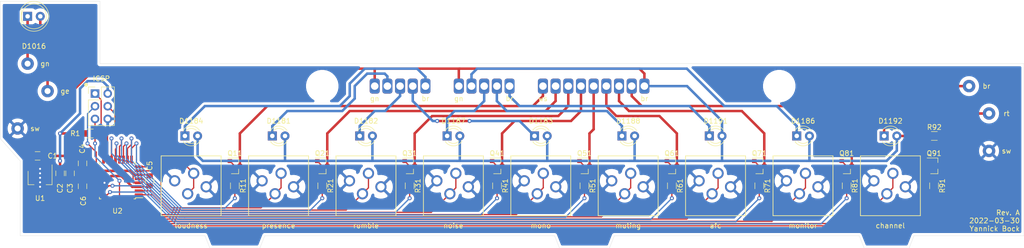
<source format=kicad_pcb>
(kicad_pcb (version 20171130) (host pcbnew "(5.1.7)-1")

  (general
    (thickness 1.6)
    (drawings 45)
    (tracks 436)
    (zones 0)
    (modules 59)
    (nets 59)
  )

  (page A4)
  (layers
    (0 F.Cu signal)
    (31 B.Cu signal)
    (32 B.Adhes user)
    (33 F.Adhes user)
    (34 B.Paste user)
    (35 F.Paste user)
    (36 B.SilkS user)
    (37 F.SilkS user)
    (38 B.Mask user)
    (39 F.Mask user)
    (40 Dwgs.User user)
    (41 Cmts.User user)
    (42 Eco1.User user)
    (43 Eco2.User user)
    (44 Edge.Cuts user)
    (45 Margin user)
    (46 B.CrtYd user)
    (47 F.CrtYd user)
    (48 B.Fab user)
    (49 F.Fab user hide)
  )

  (setup
    (last_trace_width 0.25)
    (user_trace_width 0.5)
    (user_trace_width 0.75)
    (user_trace_width 1.25)
    (trace_clearance 0.2)
    (zone_clearance 0.5)
    (zone_45_only yes)
    (trace_min 0.2)
    (via_size 0.8)
    (via_drill 0.4)
    (via_min_size 0.4)
    (via_min_drill 0.3)
    (uvia_size 0.3)
    (uvia_drill 0.1)
    (uvias_allowed no)
    (uvia_min_size 0.2)
    (uvia_min_drill 0.1)
    (edge_width 0.05)
    (segment_width 0.2)
    (pcb_text_width 0.3)
    (pcb_text_size 1.5 1.5)
    (mod_edge_width 0.12)
    (mod_text_size 1 1)
    (mod_text_width 0.15)
    (pad_size 2.5 2.5)
    (pad_drill 1.2)
    (pad_to_mask_clearance 0)
    (aux_axis_origin 0 0)
    (visible_elements 7FFFFF7F)
    (pcbplotparams
      (layerselection 0x010fc_ffffffff)
      (usegerberextensions true)
      (usegerberattributes false)
      (usegerberadvancedattributes false)
      (creategerberjobfile false)
      (excludeedgelayer true)
      (linewidth 0.100000)
      (plotframeref false)
      (viasonmask false)
      (mode 1)
      (useauxorigin false)
      (hpglpennumber 1)
      (hpglpenspeed 20)
      (hpglpendiameter 15.000000)
      (psnegative false)
      (psa4output false)
      (plotreference true)
      (plotvalue false)
      (plotinvisibletext false)
      (padsonsilk false)
      (subtractmaskfromsilk true)
      (outputformat 1)
      (mirror false)
      (drillshape 0)
      (scaleselection 1)
      (outputdirectory "assembly"))
  )

  (net 0 "")
  (net 1 "Net-(D1184-Pad1)")
  (net 2 "Net-(D1016-Pad1)")
  (net 3 "Net-(D1016-Pad2)")
  (net 4 "Net-(D1181-Pad1)")
  (net 5 "Net-(D1182-Pad1)")
  (net 6 "Net-(D1183-Pad1)")
  (net 7 "Net-(D1186-Pad1)")
  (net 8 "Net-(D1187-Pad1)")
  (net 9 "Net-(D1188-Pad1)")
  (net 10 "Net-(D1191-Pad1)")
  (net 11 "Net-(D1192-Pad1)")
  (net 12 +12V)
  (net 13 GND)
  (net 14 sw_loudness)
  (net 15 sw_presence)
  (net 16 sw_rumble)
  (net 17 sw_noise)
  (net 18 sw_muting)
  (net 19 sw_afc)
  (net 20 sw_mono)
  (net 21 sw_monitor)
  (net 22 +5V)
  (net 23 MISO)
  (net 24 SCK)
  (net 25 MOSI)
  (net 26 RESET)
  (net 27 "Net-(J7-Pad1)")
  (net 28 out_loudness)
  (net 29 out_afc)
  (net 30 out_mono)
  (net 31 out_muting)
  (net 32 out_rumble)
  (net 33 out_noise)
  (net 34 out_presence)
  (net 35 out_monitor)
  (net 36 in_monitor)
  (net 37 in_presence)
  (net 38 in_noise)
  (net 39 in_rumble)
  (net 40 in_muting)
  (net 41 in_mono)
  (net 42 in_afc)
  (net 43 in_loudness)
  (net 44 out_fm_channel)
  (net 45 sw_fm_channel)
  (net 46 "Net-(C6-Pad1)")
  (net 47 "Net-(U2-Pad19)")
  (net 48 "Net-(U2-Pad22)")
  (net 49 "Net-(U2-Pad25)")
  (net 50 "Net-(Q11-Pad1)")
  (net 51 "Net-(Q21-Pad1)")
  (net 52 "Net-(Q31-Pad1)")
  (net 53 "Net-(Q41-Pad1)")
  (net 54 "Net-(Q51-Pad1)")
  (net 55 "Net-(Q61-Pad1)")
  (net 56 "Net-(Q71-Pad1)")
  (net 57 "Net-(Q81-Pad1)")
  (net 58 "Net-(Q91-Pad1)")

  (net_class Default "This is the default net class."
    (clearance 0.2)
    (trace_width 0.25)
    (via_dia 0.8)
    (via_drill 0.4)
    (uvia_dia 0.3)
    (uvia_drill 0.1)
    (add_net +12V)
    (add_net +5V)
    (add_net GND)
    (add_net MISO)
    (add_net MOSI)
    (add_net "Net-(C6-Pad1)")
    (add_net "Net-(D1016-Pad1)")
    (add_net "Net-(D1016-Pad2)")
    (add_net "Net-(D1181-Pad1)")
    (add_net "Net-(D1182-Pad1)")
    (add_net "Net-(D1183-Pad1)")
    (add_net "Net-(D1184-Pad1)")
    (add_net "Net-(D1186-Pad1)")
    (add_net "Net-(D1187-Pad1)")
    (add_net "Net-(D1188-Pad1)")
    (add_net "Net-(D1191-Pad1)")
    (add_net "Net-(D1192-Pad1)")
    (add_net "Net-(J7-Pad1)")
    (add_net "Net-(Q11-Pad1)")
    (add_net "Net-(Q21-Pad1)")
    (add_net "Net-(Q31-Pad1)")
    (add_net "Net-(Q41-Pad1)")
    (add_net "Net-(Q51-Pad1)")
    (add_net "Net-(Q61-Pad1)")
    (add_net "Net-(Q71-Pad1)")
    (add_net "Net-(Q81-Pad1)")
    (add_net "Net-(Q91-Pad1)")
    (add_net "Net-(U2-Pad19)")
    (add_net "Net-(U2-Pad22)")
    (add_net "Net-(U2-Pad25)")
    (add_net RESET)
    (add_net SCK)
    (add_net in_afc)
    (add_net in_loudness)
    (add_net in_monitor)
    (add_net in_mono)
    (add_net in_muting)
    (add_net in_noise)
    (add_net in_presence)
    (add_net in_rumble)
    (add_net out_afc)
    (add_net out_fm_channel)
    (add_net out_loudness)
    (add_net out_monitor)
    (add_net out_mono)
    (add_net out_muting)
    (add_net out_noise)
    (add_net out_presence)
    (add_net out_rumble)
    (add_net sw_afc)
    (add_net sw_fm_channel)
    (add_net sw_loudness)
    (add_net sw_monitor)
    (add_net sw_mono)
    (add_net sw_muting)
    (add_net sw_noise)
    (add_net sw_presence)
    (add_net sw_rumble)
  )

  (module Tipp-Tasten-Modul:SW_PUSH_DPDT (layer F.Cu) (tedit 60EA3D5B) (tstamp 5FC3C31F)
    (at 58.25 65)
    (path /5FC4D7C5)
    (fp_text reference SW1181 (at 0 0.5) (layer F.SilkS) hide
      (effects (font (size 1 1) (thickness 0.15)))
    )
    (fp_text value SW_Push_Dual (at 0 -0.5) (layer F.Fab)
      (effects (font (size 1 1) (thickness 0.15)))
    )
    (fp_line (start 6 -14) (end 6 -2) (layer F.SilkS) (width 0.15))
    (fp_line (start -6 -14) (end 6 -14) (layer F.SilkS) (width 0.15))
    (fp_line (start -6 -2) (end -6 -14) (layer F.SilkS) (width 0.15))
    (fp_line (start 6 -2) (end -6 -2) (layer F.SilkS) (width 0.15))
    (pad 4 thru_hole circle (at 3 -7.8) (size 2.25 2.25) (drill 1.5) (layers *.Cu *.Mask)
      (net 13 GND) (clearance 0.65) (thermal_gap 1.25))
    (pad 3 thru_hole circle (at -0.7 -6.4) (size 2.25 2.25) (drill 1.5) (layers *.Cu *.Mask)
      (net 14 sw_loudness) (clearance 0.65) (thermal_gap 1.25))
    (pad 2 thru_hole circle (at -3.3 -9) (size 2.25 2.25) (drill 1.5) (layers *.Cu *.Mask)
      (net 13 GND) (clearance 0.65) (thermal_gap 1.25))
    (pad 1 thru_hole circle (at 0.5 -10.5) (size 2.25 2.25) (drill 1.5) (layers *.Cu *.Mask)
      (net 14 sw_loudness) (clearance 0.65) (thermal_gap 1.25))
  )

  (module Tipp-Tasten-Modul:SW_PUSH_DPDT (layer F.Cu) (tedit 60EA3D5B) (tstamp 5FC3C313)
    (at 198.25 65)
    (path /5FC56CEF)
    (fp_text reference SW1032 (at 0 0.5) (layer F.SilkS) hide
      (effects (font (size 1 1) (thickness 0.15)))
    )
    (fp_text value SW_Push_Dual (at 0 -0.5) (layer F.Fab)
      (effects (font (size 1 1) (thickness 0.15)))
    )
    (fp_line (start 6 -14) (end 6 -2) (layer F.SilkS) (width 0.15))
    (fp_line (start -6 -14) (end 6 -14) (layer F.SilkS) (width 0.15))
    (fp_line (start -6 -2) (end -6 -14) (layer F.SilkS) (width 0.15))
    (fp_line (start 6 -2) (end -6 -2) (layer F.SilkS) (width 0.15))
    (pad 4 thru_hole circle (at 3 -7.8) (size 2.25 2.25) (drill 1.5) (layers *.Cu *.Mask)
      (net 13 GND) (clearance 0.65) (thermal_gap 1.25))
    (pad 3 thru_hole circle (at -0.7 -6.4) (size 2.25 2.25) (drill 1.5) (layers *.Cu *.Mask)
      (net 45 sw_fm_channel) (clearance 0.65) (thermal_gap 1.25))
    (pad 2 thru_hole circle (at -3.3 -9) (size 2.25 2.25) (drill 1.5) (layers *.Cu *.Mask)
      (net 13 GND) (clearance 0.65) (thermal_gap 1.25))
    (pad 1 thru_hole circle (at 0.5 -10.5) (size 2.25 2.25) (drill 1.5) (layers *.Cu *.Mask)
      (net 45 sw_fm_channel) (clearance 0.65) (thermal_gap 1.25))
  )

  (module Tipp-Tasten-Modul:SW_PUSH_DPDT (layer F.Cu) (tedit 60EA3D5B) (tstamp 5FC3C337)
    (at 93.25 65)
    (path /5FC4F6E7)
    (fp_text reference SW1183 (at 0 0.5) (layer F.SilkS) hide
      (effects (font (size 1 1) (thickness 0.15)))
    )
    (fp_text value SW_Push_Dual (at 0 -0.5) (layer F.Fab)
      (effects (font (size 1 1) (thickness 0.15)))
    )
    (fp_line (start 6 -14) (end 6 -2) (layer F.SilkS) (width 0.15))
    (fp_line (start -6 -14) (end 6 -14) (layer F.SilkS) (width 0.15))
    (fp_line (start -6 -2) (end -6 -14) (layer F.SilkS) (width 0.15))
    (fp_line (start 6 -2) (end -6 -2) (layer F.SilkS) (width 0.15))
    (pad 4 thru_hole circle (at 3 -7.8) (size 2.25 2.25) (drill 1.5) (layers *.Cu *.Mask)
      (net 13 GND) (clearance 0.65) (thermal_gap 1.25))
    (pad 3 thru_hole circle (at -0.7 -6.4) (size 2.25 2.25) (drill 1.5) (layers *.Cu *.Mask)
      (net 16 sw_rumble) (clearance 0.65) (thermal_gap 1.25))
    (pad 2 thru_hole circle (at -3.3 -9) (size 2.25 2.25) (drill 1.5) (layers *.Cu *.Mask)
      (net 13 GND) (clearance 0.65) (thermal_gap 1.25))
    (pad 1 thru_hole circle (at 0.5 -10.5) (size 2.25 2.25) (drill 1.5) (layers *.Cu *.Mask)
      (net 16 sw_rumble) (clearance 0.65) (thermal_gap 1.25))
  )

  (module Tipp-Tasten-Modul:SW_PUSH_DPDT (layer F.Cu) (tedit 60EA3D5B) (tstamp 5FC3C343)
    (at 110.75 65)
    (path /5FC4FDBD)
    (fp_text reference SW1184 (at 0 0.5) (layer F.SilkS) hide
      (effects (font (size 1 1) (thickness 0.15)))
    )
    (fp_text value SW_Push_Dual (at 0 -0.5) (layer F.Fab)
      (effects (font (size 1 1) (thickness 0.15)))
    )
    (fp_line (start 6 -14) (end 6 -2) (layer F.SilkS) (width 0.15))
    (fp_line (start -6 -14) (end 6 -14) (layer F.SilkS) (width 0.15))
    (fp_line (start -6 -2) (end -6 -14) (layer F.SilkS) (width 0.15))
    (fp_line (start 6 -2) (end -6 -2) (layer F.SilkS) (width 0.15))
    (pad 4 thru_hole circle (at 3 -7.8) (size 2.25 2.25) (drill 1.5) (layers *.Cu *.Mask)
      (net 13 GND) (clearance 0.65) (thermal_gap 1.25))
    (pad 3 thru_hole circle (at -0.7 -6.4) (size 2.25 2.25) (drill 1.5) (layers *.Cu *.Mask)
      (net 17 sw_noise) (clearance 0.65) (thermal_gap 1.25))
    (pad 2 thru_hole circle (at -3.3 -9) (size 2.25 2.25) (drill 1.5) (layers *.Cu *.Mask)
      (net 13 GND) (clearance 0.65) (thermal_gap 1.25))
    (pad 1 thru_hole circle (at 0.5 -10.5) (size 2.25 2.25) (drill 1.5) (layers *.Cu *.Mask)
      (net 17 sw_noise) (clearance 0.65) (thermal_gap 1.25))
  )

  (module Tipp-Tasten-Modul:SW_PUSH_DPDT (layer F.Cu) (tedit 60EA3D5B) (tstamp 5FC3C34F)
    (at 145.75 65)
    (path /5FC50CD4)
    (fp_text reference SW1186 (at 0 0.5) (layer F.SilkS) hide
      (effects (font (size 1 1) (thickness 0.15)))
    )
    (fp_text value SW_Push_Dual (at 0 -0.5) (layer F.Fab)
      (effects (font (size 1 1) (thickness 0.15)))
    )
    (fp_line (start 6 -14) (end 6 -2) (layer F.SilkS) (width 0.15))
    (fp_line (start -6 -14) (end 6 -14) (layer F.SilkS) (width 0.15))
    (fp_line (start -6 -2) (end -6 -14) (layer F.SilkS) (width 0.15))
    (fp_line (start 6 -2) (end -6 -2) (layer F.SilkS) (width 0.15))
    (pad 4 thru_hole circle (at 3 -7.8) (size 2.25 2.25) (drill 1.5) (layers *.Cu *.Mask)
      (net 13 GND) (clearance 0.65) (thermal_gap 1.25))
    (pad 3 thru_hole circle (at -0.7 -6.4) (size 2.25 2.25) (drill 1.5) (layers *.Cu *.Mask)
      (net 18 sw_muting) (clearance 0.65) (thermal_gap 1.25))
    (pad 2 thru_hole circle (at -3.3 -9) (size 2.25 2.25) (drill 1.5) (layers *.Cu *.Mask)
      (net 13 GND) (clearance 0.65) (thermal_gap 1.25))
    (pad 1 thru_hole circle (at 0.5 -10.5) (size 2.25 2.25) (drill 1.5) (layers *.Cu *.Mask)
      (net 18 sw_muting) (clearance 0.65) (thermal_gap 1.25))
  )

  (module Tipp-Tasten-Modul:SW_PUSH_DPDT (layer F.Cu) (tedit 60EA3D5B) (tstamp 5FC3C35B)
    (at 163.25 65)
    (path /5FC55E30)
    (fp_text reference SW1187 (at 0 0.5) (layer F.SilkS) hide
      (effects (font (size 1 1) (thickness 0.15)))
    )
    (fp_text value SW_Push_Dual (at 0 -0.5) (layer F.Fab)
      (effects (font (size 1 1) (thickness 0.15)))
    )
    (fp_line (start 6 -14) (end 6 -2) (layer F.SilkS) (width 0.15))
    (fp_line (start -6 -14) (end 6 -14) (layer F.SilkS) (width 0.15))
    (fp_line (start -6 -2) (end -6 -14) (layer F.SilkS) (width 0.15))
    (fp_line (start 6 -2) (end -6 -2) (layer F.SilkS) (width 0.15))
    (pad 4 thru_hole circle (at 3 -7.8) (size 2.25 2.25) (drill 1.5) (layers *.Cu *.Mask)
      (net 13 GND) (clearance 0.65) (thermal_gap 1.25))
    (pad 3 thru_hole circle (at -0.7 -6.4) (size 2.25 2.25) (drill 1.5) (layers *.Cu *.Mask)
      (net 19 sw_afc) (clearance 0.65) (thermal_gap 1.25))
    (pad 2 thru_hole circle (at -3.3 -9) (size 2.25 2.25) (drill 1.5) (layers *.Cu *.Mask)
      (net 13 GND) (clearance 0.65) (thermal_gap 1.25))
    (pad 1 thru_hole circle (at 0.5 -10.5) (size 2.25 2.25) (drill 1.5) (layers *.Cu *.Mask)
      (net 19 sw_afc) (clearance 0.65) (thermal_gap 1.25))
  )

  (module Tipp-Tasten-Modul:SW_PUSH_DPDT (layer F.Cu) (tedit 60EA3D5B) (tstamp 5FC3C367)
    (at 128.25 65)
    (path /5FC5036C)
    (fp_text reference SW1188 (at 0 0.5) (layer F.SilkS) hide
      (effects (font (size 1 1) (thickness 0.15)))
    )
    (fp_text value SW_Push_Dual (at 0 -0.5) (layer F.Fab)
      (effects (font (size 1 1) (thickness 0.15)))
    )
    (fp_line (start 6 -14) (end 6 -2) (layer F.SilkS) (width 0.15))
    (fp_line (start -6 -14) (end 6 -14) (layer F.SilkS) (width 0.15))
    (fp_line (start -6 -2) (end -6 -14) (layer F.SilkS) (width 0.15))
    (fp_line (start 6 -2) (end -6 -2) (layer F.SilkS) (width 0.15))
    (pad 4 thru_hole circle (at 3 -7.8) (size 2.25 2.25) (drill 1.5) (layers *.Cu *.Mask)
      (net 13 GND) (clearance 0.65) (thermal_gap 1.25))
    (pad 3 thru_hole circle (at -0.7 -6.4) (size 2.25 2.25) (drill 1.5) (layers *.Cu *.Mask)
      (net 20 sw_mono) (clearance 0.65) (thermal_gap 1.25))
    (pad 2 thru_hole circle (at -3.3 -9) (size 2.25 2.25) (drill 1.5) (layers *.Cu *.Mask)
      (net 13 GND) (clearance 0.65) (thermal_gap 1.25))
    (pad 1 thru_hole circle (at 0.5 -10.5) (size 2.25 2.25) (drill 1.5) (layers *.Cu *.Mask)
      (net 20 sw_mono) (clearance 0.65) (thermal_gap 1.25))
  )

  (module Tipp-Tasten-Modul:SW_PUSH_DPDT (layer F.Cu) (tedit 60EA3D5B) (tstamp 5FC3C373)
    (at 180.75 65)
    (path /5FC56785)
    (fp_text reference SW1191 (at 0 0.5) (layer F.SilkS) hide
      (effects (font (size 1 1) (thickness 0.15)))
    )
    (fp_text value SW_Push_Dual (at 0 -0.5) (layer F.Fab)
      (effects (font (size 1 1) (thickness 0.15)))
    )
    (fp_line (start 6 -14) (end 6 -2) (layer F.SilkS) (width 0.15))
    (fp_line (start -6 -14) (end 6 -14) (layer F.SilkS) (width 0.15))
    (fp_line (start -6 -2) (end -6 -14) (layer F.SilkS) (width 0.15))
    (fp_line (start 6 -2) (end -6 -2) (layer F.SilkS) (width 0.15))
    (pad 4 thru_hole circle (at 3 -7.8) (size 2.25 2.25) (drill 1.5) (layers *.Cu *.Mask)
      (net 13 GND) (clearance 0.65) (thermal_gap 1.25))
    (pad 3 thru_hole circle (at -0.7 -6.4) (size 2.25 2.25) (drill 1.5) (layers *.Cu *.Mask)
      (net 21 sw_monitor) (clearance 0.65) (thermal_gap 1.25))
    (pad 2 thru_hole circle (at -3.3 -9) (size 2.25 2.25) (drill 1.5) (layers *.Cu *.Mask)
      (net 13 GND) (clearance 0.65) (thermal_gap 1.25))
    (pad 1 thru_hole circle (at 0.5 -10.5) (size 2.25 2.25) (drill 1.5) (layers *.Cu *.Mask)
      (net 21 sw_monitor) (clearance 0.65) (thermal_gap 1.25))
  )

  (module Tipp-Tasten-Modul:SW_PUSH_DPDT (layer F.Cu) (tedit 60EA3D5B) (tstamp 5FC3C32B)
    (at 75.75 65)
    (path /5FC4F27D)
    (fp_text reference SW1182 (at 0 0.5) (layer F.SilkS) hide
      (effects (font (size 1 1) (thickness 0.15)))
    )
    (fp_text value SW_Push_Dual (at 0 -0.5) (layer F.Fab)
      (effects (font (size 1 1) (thickness 0.15)))
    )
    (fp_line (start 6 -14) (end 6 -2) (layer F.SilkS) (width 0.15))
    (fp_line (start -6 -14) (end 6 -14) (layer F.SilkS) (width 0.15))
    (fp_line (start -6 -2) (end -6 -14) (layer F.SilkS) (width 0.15))
    (fp_line (start 6 -2) (end -6 -2) (layer F.SilkS) (width 0.15))
    (pad 4 thru_hole circle (at 3 -7.8) (size 2.25 2.25) (drill 1.5) (layers *.Cu *.Mask)
      (net 13 GND) (clearance 0.65) (thermal_gap 1.25))
    (pad 3 thru_hole circle (at -0.7 -6.4) (size 2.25 2.25) (drill 1.5) (layers *.Cu *.Mask)
      (net 15 sw_presence) (clearance 0.65) (thermal_gap 1.25))
    (pad 2 thru_hole circle (at -3.3 -9) (size 2.25 2.25) (drill 1.5) (layers *.Cu *.Mask)
      (net 13 GND) (clearance 0.65) (thermal_gap 1.25))
    (pad 1 thru_hole circle (at 0.5 -10.5) (size 2.25 2.25) (drill 1.5) (layers *.Cu *.Mask)
      (net 15 sw_presence) (clearance 0.65) (thermal_gap 1.25))
  )

  (module Wire_Pads:SolderWirePad_single_1-5mmDrill (layer F.Cu) (tedit 6244BE01) (tstamp 6244EDEA)
    (at 25.5 32.5)
    (path /626F7DF0)
    (clearance 0.75)
    (fp_text reference J10 (at 0 -3.81) (layer F.SilkS) hide
      (effects (font (size 1 1) (thickness 0.15)))
    )
    (fp_text value Conn_01x01_Female (at -0.635 3.81) (layer F.Fab)
      (effects (font (size 1 1) (thickness 0.15)))
    )
    (pad 1 thru_hole circle (at 0 0) (size 2.5 2.5) (drill 1.2) (layers *.Cu *.Mask)
      (net 2 "Net-(D1016-Pad1)"))
  )

  (module Wire_Pads:SolderWirePad_single_1-5mmDrill (layer F.Cu) (tedit 6244BE0A) (tstamp 6244EDC7)
    (at 29.5 38)
    (path /626F790F)
    (clearance 0.75)
    (fp_text reference J5 (at 0 -3.81) (layer F.SilkS) hide
      (effects (font (size 1 1) (thickness 0.15)))
    )
    (fp_text value Conn_01x01_Female (at -0.635 3.81) (layer F.Fab)
      (effects (font (size 1 1) (thickness 0.15)))
    )
    (pad 1 thru_hole circle (at 0 0) (size 2.5 2.5) (drill 1.2) (layers *.Cu *.Mask)
      (net 3 "Net-(D1016-Pad2)"))
  )

  (module Resistors_SMD:R_0805 (layer F.Cu) (tedit 58E0A804) (tstamp 6244ADCA)
    (at 207 57 270)
    (descr "Resistor SMD 0805, reflow soldering, Vishay (see dcrcw.pdf)")
    (tags "resistor 0805")
    (path /607DEAB0)
    (attr smd)
    (fp_text reference R91 (at 0 -1.65 90) (layer F.SilkS)
      (effects (font (size 1 1) (thickness 0.15)))
    )
    (fp_text value 3.3k (at 0 1.75 90) (layer F.Fab)
      (effects (font (size 1 1) (thickness 0.15)))
    )
    (fp_line (start -1 0.62) (end -1 -0.62) (layer F.Fab) (width 0.1))
    (fp_line (start 1 0.62) (end -1 0.62) (layer F.Fab) (width 0.1))
    (fp_line (start 1 -0.62) (end 1 0.62) (layer F.Fab) (width 0.1))
    (fp_line (start -1 -0.62) (end 1 -0.62) (layer F.Fab) (width 0.1))
    (fp_line (start 0.6 0.88) (end -0.6 0.88) (layer F.SilkS) (width 0.12))
    (fp_line (start -0.6 -0.88) (end 0.6 -0.88) (layer F.SilkS) (width 0.12))
    (fp_line (start -1.55 -0.9) (end 1.55 -0.9) (layer F.CrtYd) (width 0.05))
    (fp_line (start -1.55 -0.9) (end -1.55 0.9) (layer F.CrtYd) (width 0.05))
    (fp_line (start 1.55 0.9) (end 1.55 -0.9) (layer F.CrtYd) (width 0.05))
    (fp_line (start 1.55 0.9) (end -1.55 0.9) (layer F.CrtYd) (width 0.05))
    (fp_text user %R (at 0 0 90) (layer F.Fab)
      (effects (font (size 0.5 0.5) (thickness 0.075)))
    )
    (pad 1 smd rect (at -0.95 0 270) (size 0.7 1.3) (layers F.Cu F.Paste F.Mask)
      (net 58 "Net-(Q91-Pad1)"))
    (pad 2 smd rect (at 0.95 0 270) (size 0.7 1.3) (layers F.Cu F.Paste F.Mask)
      (net 44 out_fm_channel))
    (model ${KISYS3DMOD}/Resistors_SMD.3dshapes/R_0805.wrl
      (at (xyz 0 0 0))
      (scale (xyz 1 1 1))
      (rotate (xyz 0 0 0))
    )
  )

  (module TO_SOT_Packages_SMD:SOT-23 (layer F.Cu) (tedit 58CE4E7E) (tstamp 62449E5C)
    (at 207 53)
    (descr "SOT-23, Standard")
    (tags SOT-23)
    (path /607DBAE7)
    (attr smd)
    (fp_text reference Q91 (at 0 -2.5) (layer F.SilkS)
      (effects (font (size 1 1) (thickness 0.15)))
    )
    (fp_text value BC847 (at 0 2.5) (layer F.Fab)
      (effects (font (size 1 1) (thickness 0.15)))
    )
    (fp_line (start -0.7 -0.95) (end -0.7 1.5) (layer F.Fab) (width 0.1))
    (fp_line (start -0.15 -1.52) (end 0.7 -1.52) (layer F.Fab) (width 0.1))
    (fp_line (start -0.7 -0.95) (end -0.15 -1.52) (layer F.Fab) (width 0.1))
    (fp_line (start 0.7 -1.52) (end 0.7 1.52) (layer F.Fab) (width 0.1))
    (fp_line (start -0.7 1.52) (end 0.7 1.52) (layer F.Fab) (width 0.1))
    (fp_line (start 0.76 1.58) (end 0.76 0.65) (layer F.SilkS) (width 0.12))
    (fp_line (start 0.76 -1.58) (end 0.76 -0.65) (layer F.SilkS) (width 0.12))
    (fp_line (start -1.7 -1.75) (end 1.7 -1.75) (layer F.CrtYd) (width 0.05))
    (fp_line (start 1.7 -1.75) (end 1.7 1.75) (layer F.CrtYd) (width 0.05))
    (fp_line (start 1.7 1.75) (end -1.7 1.75) (layer F.CrtYd) (width 0.05))
    (fp_line (start -1.7 1.75) (end -1.7 -1.75) (layer F.CrtYd) (width 0.05))
    (fp_line (start 0.76 -1.58) (end -1.4 -1.58) (layer F.SilkS) (width 0.12))
    (fp_line (start 0.76 1.58) (end -0.7 1.58) (layer F.SilkS) (width 0.12))
    (fp_text user %R (at 0 0 90) (layer F.Fab)
      (effects (font (size 0.5 0.5) (thickness 0.075)))
    )
    (pad 1 smd rect (at -1 -0.95) (size 0.9 0.8) (layers F.Cu F.Paste F.Mask)
      (net 58 "Net-(Q91-Pad1)"))
    (pad 2 smd rect (at -1 0.95) (size 0.9 0.8) (layers F.Cu F.Paste F.Mask)
      (net 13 GND))
    (pad 3 smd rect (at 1 0) (size 0.9 0.8) (layers F.Cu F.Paste F.Mask)
      (net 27 "Net-(J7-Pad1)"))
    (model ${KISYS3DMOD}/TO_SOT_Packages_SMD.3dshapes/SOT-23.wrl
      (at (xyz 0 0 0))
      (scale (xyz 1 1 1))
      (rotate (xyz 0 0 0))
    )
  )

  (module Resistors_SMD:R_0805 (layer F.Cu) (tedit 58E0A804) (tstamp 624442A9)
    (at 189.5 57 270)
    (descr "Resistor SMD 0805, reflow soldering, Vishay (see dcrcw.pdf)")
    (tags "resistor 0805")
    (path /6248ABAD)
    (attr smd)
    (fp_text reference R81 (at 0 -1.65 90) (layer F.SilkS)
      (effects (font (size 1 1) (thickness 0.15)))
    )
    (fp_text value 3.3k (at 0 1.75 90) (layer F.Fab)
      (effects (font (size 1 1) (thickness 0.15)))
    )
    (fp_line (start -1 0.62) (end -1 -0.62) (layer F.Fab) (width 0.1))
    (fp_line (start 1 0.62) (end -1 0.62) (layer F.Fab) (width 0.1))
    (fp_line (start 1 -0.62) (end 1 0.62) (layer F.Fab) (width 0.1))
    (fp_line (start -1 -0.62) (end 1 -0.62) (layer F.Fab) (width 0.1))
    (fp_line (start 0.6 0.88) (end -0.6 0.88) (layer F.SilkS) (width 0.12))
    (fp_line (start -0.6 -0.88) (end 0.6 -0.88) (layer F.SilkS) (width 0.12))
    (fp_line (start -1.55 -0.9) (end 1.55 -0.9) (layer F.CrtYd) (width 0.05))
    (fp_line (start -1.55 -0.9) (end -1.55 0.9) (layer F.CrtYd) (width 0.05))
    (fp_line (start 1.55 0.9) (end 1.55 -0.9) (layer F.CrtYd) (width 0.05))
    (fp_line (start 1.55 0.9) (end -1.55 0.9) (layer F.CrtYd) (width 0.05))
    (fp_text user %R (at 0 0 90) (layer F.Fab)
      (effects (font (size 0.5 0.5) (thickness 0.075)))
    )
    (pad 1 smd rect (at -0.95 0 270) (size 0.7 1.3) (layers F.Cu F.Paste F.Mask)
      (net 57 "Net-(Q81-Pad1)"))
    (pad 2 smd rect (at 0.95 0 270) (size 0.7 1.3) (layers F.Cu F.Paste F.Mask)
      (net 43 in_loudness))
    (model ${KISYS3DMOD}/Resistors_SMD.3dshapes/R_0805.wrl
      (at (xyz 0 0 0))
      (scale (xyz 1 1 1))
      (rotate (xyz 0 0 0))
    )
  )

  (module Resistors_SMD:R_0805 (layer F.Cu) (tedit 58E0A804) (tstamp 624442A6)
    (at 172 57 270)
    (descr "Resistor SMD 0805, reflow soldering, Vishay (see dcrcw.pdf)")
    (tags "resistor 0805")
    (path /6248AB99)
    (attr smd)
    (fp_text reference R71 (at 0 -1.65 90) (layer F.SilkS)
      (effects (font (size 1 1) (thickness 0.15)))
    )
    (fp_text value 3.3k (at 0 1.75 90) (layer F.Fab)
      (effects (font (size 1 1) (thickness 0.15)))
    )
    (fp_line (start -1 0.62) (end -1 -0.62) (layer F.Fab) (width 0.1))
    (fp_line (start 1 0.62) (end -1 0.62) (layer F.Fab) (width 0.1))
    (fp_line (start 1 -0.62) (end 1 0.62) (layer F.Fab) (width 0.1))
    (fp_line (start -1 -0.62) (end 1 -0.62) (layer F.Fab) (width 0.1))
    (fp_line (start 0.6 0.88) (end -0.6 0.88) (layer F.SilkS) (width 0.12))
    (fp_line (start -0.6 -0.88) (end 0.6 -0.88) (layer F.SilkS) (width 0.12))
    (fp_line (start -1.55 -0.9) (end 1.55 -0.9) (layer F.CrtYd) (width 0.05))
    (fp_line (start -1.55 -0.9) (end -1.55 0.9) (layer F.CrtYd) (width 0.05))
    (fp_line (start 1.55 0.9) (end 1.55 -0.9) (layer F.CrtYd) (width 0.05))
    (fp_line (start 1.55 0.9) (end -1.55 0.9) (layer F.CrtYd) (width 0.05))
    (fp_text user %R (at 0 0 90) (layer F.Fab)
      (effects (font (size 0.5 0.5) (thickness 0.075)))
    )
    (pad 1 smd rect (at -0.95 0 270) (size 0.7 1.3) (layers F.Cu F.Paste F.Mask)
      (net 56 "Net-(Q71-Pad1)"))
    (pad 2 smd rect (at 0.95 0 270) (size 0.7 1.3) (layers F.Cu F.Paste F.Mask)
      (net 42 in_afc))
    (model ${KISYS3DMOD}/Resistors_SMD.3dshapes/R_0805.wrl
      (at (xyz 0 0 0))
      (scale (xyz 1 1 1))
      (rotate (xyz 0 0 0))
    )
  )

  (module Resistors_SMD:R_0805 (layer F.Cu) (tedit 58E0A804) (tstamp 624442A3)
    (at 154.5 57 270)
    (descr "Resistor SMD 0805, reflow soldering, Vishay (see dcrcw.pdf)")
    (tags "resistor 0805")
    (path /6248AB85)
    (attr smd)
    (fp_text reference R61 (at 0 -1.65 90) (layer F.SilkS)
      (effects (font (size 1 1) (thickness 0.15)))
    )
    (fp_text value 3.3k (at 0 1.75 90) (layer F.Fab)
      (effects (font (size 1 1) (thickness 0.15)))
    )
    (fp_line (start -1 0.62) (end -1 -0.62) (layer F.Fab) (width 0.1))
    (fp_line (start 1 0.62) (end -1 0.62) (layer F.Fab) (width 0.1))
    (fp_line (start 1 -0.62) (end 1 0.62) (layer F.Fab) (width 0.1))
    (fp_line (start -1 -0.62) (end 1 -0.62) (layer F.Fab) (width 0.1))
    (fp_line (start 0.6 0.88) (end -0.6 0.88) (layer F.SilkS) (width 0.12))
    (fp_line (start -0.6 -0.88) (end 0.6 -0.88) (layer F.SilkS) (width 0.12))
    (fp_line (start -1.55 -0.9) (end 1.55 -0.9) (layer F.CrtYd) (width 0.05))
    (fp_line (start -1.55 -0.9) (end -1.55 0.9) (layer F.CrtYd) (width 0.05))
    (fp_line (start 1.55 0.9) (end 1.55 -0.9) (layer F.CrtYd) (width 0.05))
    (fp_line (start 1.55 0.9) (end -1.55 0.9) (layer F.CrtYd) (width 0.05))
    (fp_text user %R (at 0 0 90) (layer F.Fab)
      (effects (font (size 0.5 0.5) (thickness 0.075)))
    )
    (pad 1 smd rect (at -0.95 0 270) (size 0.7 1.3) (layers F.Cu F.Paste F.Mask)
      (net 55 "Net-(Q61-Pad1)"))
    (pad 2 smd rect (at 0.95 0 270) (size 0.7 1.3) (layers F.Cu F.Paste F.Mask)
      (net 41 in_mono))
    (model ${KISYS3DMOD}/Resistors_SMD.3dshapes/R_0805.wrl
      (at (xyz 0 0 0))
      (scale (xyz 1 1 1))
      (rotate (xyz 0 0 0))
    )
  )

  (module Resistors_SMD:R_0805 (layer F.Cu) (tedit 58E0A804) (tstamp 624442A0)
    (at 137 57 270)
    (descr "Resistor SMD 0805, reflow soldering, Vishay (see dcrcw.pdf)")
    (tags "resistor 0805")
    (path /6248AB71)
    (attr smd)
    (fp_text reference R51 (at 0 -1.65 90) (layer F.SilkS)
      (effects (font (size 1 1) (thickness 0.15)))
    )
    (fp_text value 3.3k (at 0 1.75 90) (layer F.Fab)
      (effects (font (size 1 1) (thickness 0.15)))
    )
    (fp_line (start -1 0.62) (end -1 -0.62) (layer F.Fab) (width 0.1))
    (fp_line (start 1 0.62) (end -1 0.62) (layer F.Fab) (width 0.1))
    (fp_line (start 1 -0.62) (end 1 0.62) (layer F.Fab) (width 0.1))
    (fp_line (start -1 -0.62) (end 1 -0.62) (layer F.Fab) (width 0.1))
    (fp_line (start 0.6 0.88) (end -0.6 0.88) (layer F.SilkS) (width 0.12))
    (fp_line (start -0.6 -0.88) (end 0.6 -0.88) (layer F.SilkS) (width 0.12))
    (fp_line (start -1.55 -0.9) (end 1.55 -0.9) (layer F.CrtYd) (width 0.05))
    (fp_line (start -1.55 -0.9) (end -1.55 0.9) (layer F.CrtYd) (width 0.05))
    (fp_line (start 1.55 0.9) (end 1.55 -0.9) (layer F.CrtYd) (width 0.05))
    (fp_line (start 1.55 0.9) (end -1.55 0.9) (layer F.CrtYd) (width 0.05))
    (fp_text user %R (at 0 0 90) (layer F.Fab)
      (effects (font (size 0.5 0.5) (thickness 0.075)))
    )
    (pad 1 smd rect (at -0.95 0 270) (size 0.7 1.3) (layers F.Cu F.Paste F.Mask)
      (net 54 "Net-(Q51-Pad1)"))
    (pad 2 smd rect (at 0.95 0 270) (size 0.7 1.3) (layers F.Cu F.Paste F.Mask)
      (net 40 in_muting))
    (model ${KISYS3DMOD}/Resistors_SMD.3dshapes/R_0805.wrl
      (at (xyz 0 0 0))
      (scale (xyz 1 1 1))
      (rotate (xyz 0 0 0))
    )
  )

  (module Resistors_SMD:R_0805 (layer F.Cu) (tedit 58E0A804) (tstamp 6244429D)
    (at 119.5 57 270)
    (descr "Resistor SMD 0805, reflow soldering, Vishay (see dcrcw.pdf)")
    (tags "resistor 0805")
    (path /624701F1)
    (attr smd)
    (fp_text reference R41 (at 0 -1.65 90) (layer F.SilkS)
      (effects (font (size 1 1) (thickness 0.15)))
    )
    (fp_text value 3.3k (at 0 1.75 90) (layer F.Fab)
      (effects (font (size 1 1) (thickness 0.15)))
    )
    (fp_line (start -1 0.62) (end -1 -0.62) (layer F.Fab) (width 0.1))
    (fp_line (start 1 0.62) (end -1 0.62) (layer F.Fab) (width 0.1))
    (fp_line (start 1 -0.62) (end 1 0.62) (layer F.Fab) (width 0.1))
    (fp_line (start -1 -0.62) (end 1 -0.62) (layer F.Fab) (width 0.1))
    (fp_line (start 0.6 0.88) (end -0.6 0.88) (layer F.SilkS) (width 0.12))
    (fp_line (start -0.6 -0.88) (end 0.6 -0.88) (layer F.SilkS) (width 0.12))
    (fp_line (start -1.55 -0.9) (end 1.55 -0.9) (layer F.CrtYd) (width 0.05))
    (fp_line (start -1.55 -0.9) (end -1.55 0.9) (layer F.CrtYd) (width 0.05))
    (fp_line (start 1.55 0.9) (end 1.55 -0.9) (layer F.CrtYd) (width 0.05))
    (fp_line (start 1.55 0.9) (end -1.55 0.9) (layer F.CrtYd) (width 0.05))
    (fp_text user %R (at 0 0 90) (layer F.Fab)
      (effects (font (size 0.5 0.5) (thickness 0.075)))
    )
    (pad 1 smd rect (at -0.95 0 270) (size 0.7 1.3) (layers F.Cu F.Paste F.Mask)
      (net 53 "Net-(Q41-Pad1)"))
    (pad 2 smd rect (at 0.95 0 270) (size 0.7 1.3) (layers F.Cu F.Paste F.Mask)
      (net 39 in_rumble))
    (model ${KISYS3DMOD}/Resistors_SMD.3dshapes/R_0805.wrl
      (at (xyz 0 0 0))
      (scale (xyz 1 1 1))
      (rotate (xyz 0 0 0))
    )
  )

  (module Resistors_SMD:R_0805 (layer F.Cu) (tedit 58E0A804) (tstamp 6244429A)
    (at 102 57 270)
    (descr "Resistor SMD 0805, reflow soldering, Vishay (see dcrcw.pdf)")
    (tags "resistor 0805")
    (path /6246ACFC)
    (attr smd)
    (fp_text reference R31 (at 0 -1.65 90) (layer F.SilkS)
      (effects (font (size 1 1) (thickness 0.15)))
    )
    (fp_text value 3.3k (at 0 1.75 90) (layer F.Fab)
      (effects (font (size 1 1) (thickness 0.15)))
    )
    (fp_line (start -1 0.62) (end -1 -0.62) (layer F.Fab) (width 0.1))
    (fp_line (start 1 0.62) (end -1 0.62) (layer F.Fab) (width 0.1))
    (fp_line (start 1 -0.62) (end 1 0.62) (layer F.Fab) (width 0.1))
    (fp_line (start -1 -0.62) (end 1 -0.62) (layer F.Fab) (width 0.1))
    (fp_line (start 0.6 0.88) (end -0.6 0.88) (layer F.SilkS) (width 0.12))
    (fp_line (start -0.6 -0.88) (end 0.6 -0.88) (layer F.SilkS) (width 0.12))
    (fp_line (start -1.55 -0.9) (end 1.55 -0.9) (layer F.CrtYd) (width 0.05))
    (fp_line (start -1.55 -0.9) (end -1.55 0.9) (layer F.CrtYd) (width 0.05))
    (fp_line (start 1.55 0.9) (end 1.55 -0.9) (layer F.CrtYd) (width 0.05))
    (fp_line (start 1.55 0.9) (end -1.55 0.9) (layer F.CrtYd) (width 0.05))
    (fp_text user %R (at 0 0 90) (layer F.Fab)
      (effects (font (size 0.5 0.5) (thickness 0.075)))
    )
    (pad 1 smd rect (at -0.95 0 270) (size 0.7 1.3) (layers F.Cu F.Paste F.Mask)
      (net 52 "Net-(Q31-Pad1)"))
    (pad 2 smd rect (at 0.95 0 270) (size 0.7 1.3) (layers F.Cu F.Paste F.Mask)
      (net 38 in_noise))
    (model ${KISYS3DMOD}/Resistors_SMD.3dshapes/R_0805.wrl
      (at (xyz 0 0 0))
      (scale (xyz 1 1 1))
      (rotate (xyz 0 0 0))
    )
  )

  (module Resistors_SMD:R_0805 (layer F.Cu) (tedit 58E0A804) (tstamp 62444297)
    (at 84.5 57 270)
    (descr "Resistor SMD 0805, reflow soldering, Vishay (see dcrcw.pdf)")
    (tags "resistor 0805")
    (path /62461486)
    (attr smd)
    (fp_text reference R21 (at 0 -1.65 90) (layer F.SilkS)
      (effects (font (size 1 1) (thickness 0.15)))
    )
    (fp_text value 3.3k (at 0 1.75 90) (layer F.Fab)
      (effects (font (size 1 1) (thickness 0.15)))
    )
    (fp_line (start -1 0.62) (end -1 -0.62) (layer F.Fab) (width 0.1))
    (fp_line (start 1 0.62) (end -1 0.62) (layer F.Fab) (width 0.1))
    (fp_line (start 1 -0.62) (end 1 0.62) (layer F.Fab) (width 0.1))
    (fp_line (start -1 -0.62) (end 1 -0.62) (layer F.Fab) (width 0.1))
    (fp_line (start 0.6 0.88) (end -0.6 0.88) (layer F.SilkS) (width 0.12))
    (fp_line (start -0.6 -0.88) (end 0.6 -0.88) (layer F.SilkS) (width 0.12))
    (fp_line (start -1.55 -0.9) (end 1.55 -0.9) (layer F.CrtYd) (width 0.05))
    (fp_line (start -1.55 -0.9) (end -1.55 0.9) (layer F.CrtYd) (width 0.05))
    (fp_line (start 1.55 0.9) (end 1.55 -0.9) (layer F.CrtYd) (width 0.05))
    (fp_line (start 1.55 0.9) (end -1.55 0.9) (layer F.CrtYd) (width 0.05))
    (fp_text user %R (at 0 0 90) (layer F.Fab)
      (effects (font (size 0.5 0.5) (thickness 0.075)))
    )
    (pad 1 smd rect (at -0.95 0 270) (size 0.7 1.3) (layers F.Cu F.Paste F.Mask)
      (net 51 "Net-(Q21-Pad1)"))
    (pad 2 smd rect (at 0.95 0 270) (size 0.7 1.3) (layers F.Cu F.Paste F.Mask)
      (net 37 in_presence))
    (model ${KISYS3DMOD}/Resistors_SMD.3dshapes/R_0805.wrl
      (at (xyz 0 0 0))
      (scale (xyz 1 1 1))
      (rotate (xyz 0 0 0))
    )
  )

  (module Resistors_SMD:R_0805 (layer F.Cu) (tedit 58E0A804) (tstamp 62444294)
    (at 67 57 270)
    (descr "Resistor SMD 0805, reflow soldering, Vishay (see dcrcw.pdf)")
    (tags "resistor 0805")
    (path /6244E630)
    (attr smd)
    (fp_text reference R11 (at 0 -1.65 90) (layer F.SilkS)
      (effects (font (size 1 1) (thickness 0.15)))
    )
    (fp_text value 3.3k (at 0 1.75 90) (layer F.Fab)
      (effects (font (size 1 1) (thickness 0.15)))
    )
    (fp_line (start -1 0.62) (end -1 -0.62) (layer F.Fab) (width 0.1))
    (fp_line (start 1 0.62) (end -1 0.62) (layer F.Fab) (width 0.1))
    (fp_line (start 1 -0.62) (end 1 0.62) (layer F.Fab) (width 0.1))
    (fp_line (start -1 -0.62) (end 1 -0.62) (layer F.Fab) (width 0.1))
    (fp_line (start 0.6 0.88) (end -0.6 0.88) (layer F.SilkS) (width 0.12))
    (fp_line (start -0.6 -0.88) (end 0.6 -0.88) (layer F.SilkS) (width 0.12))
    (fp_line (start -1.55 -0.9) (end 1.55 -0.9) (layer F.CrtYd) (width 0.05))
    (fp_line (start -1.55 -0.9) (end -1.55 0.9) (layer F.CrtYd) (width 0.05))
    (fp_line (start 1.55 0.9) (end 1.55 -0.9) (layer F.CrtYd) (width 0.05))
    (fp_line (start 1.55 0.9) (end -1.55 0.9) (layer F.CrtYd) (width 0.05))
    (fp_text user %R (at 0 0 90) (layer F.Fab)
      (effects (font (size 0.5 0.5) (thickness 0.075)))
    )
    (pad 1 smd rect (at -0.95 0 270) (size 0.7 1.3) (layers F.Cu F.Paste F.Mask)
      (net 50 "Net-(Q11-Pad1)"))
    (pad 2 smd rect (at 0.95 0 270) (size 0.7 1.3) (layers F.Cu F.Paste F.Mask)
      (net 36 in_monitor))
    (model ${KISYS3DMOD}/Resistors_SMD.3dshapes/R_0805.wrl
      (at (xyz 0 0 0))
      (scale (xyz 1 1 1))
      (rotate (xyz 0 0 0))
    )
  )

  (module TO_SOT_Packages_SMD:SOT-23 (layer F.Cu) (tedit 58CE4E7E) (tstamp 62444231)
    (at 189.5 53)
    (descr "SOT-23, Standard")
    (tags SOT-23)
    (path /6248ABA6)
    (attr smd)
    (fp_text reference Q81 (at 0 -2.5) (layer F.SilkS)
      (effects (font (size 1 1) (thickness 0.15)))
    )
    (fp_text value BC847 (at 0 2.5) (layer F.Fab)
      (effects (font (size 1 1) (thickness 0.15)))
    )
    (fp_line (start -0.7 -0.95) (end -0.7 1.5) (layer F.Fab) (width 0.1))
    (fp_line (start -0.15 -1.52) (end 0.7 -1.52) (layer F.Fab) (width 0.1))
    (fp_line (start -0.7 -0.95) (end -0.15 -1.52) (layer F.Fab) (width 0.1))
    (fp_line (start 0.7 -1.52) (end 0.7 1.52) (layer F.Fab) (width 0.1))
    (fp_line (start -0.7 1.52) (end 0.7 1.52) (layer F.Fab) (width 0.1))
    (fp_line (start 0.76 1.58) (end 0.76 0.65) (layer F.SilkS) (width 0.12))
    (fp_line (start 0.76 -1.58) (end 0.76 -0.65) (layer F.SilkS) (width 0.12))
    (fp_line (start -1.7 -1.75) (end 1.7 -1.75) (layer F.CrtYd) (width 0.05))
    (fp_line (start 1.7 -1.75) (end 1.7 1.75) (layer F.CrtYd) (width 0.05))
    (fp_line (start 1.7 1.75) (end -1.7 1.75) (layer F.CrtYd) (width 0.05))
    (fp_line (start -1.7 1.75) (end -1.7 -1.75) (layer F.CrtYd) (width 0.05))
    (fp_line (start 0.76 -1.58) (end -1.4 -1.58) (layer F.SilkS) (width 0.12))
    (fp_line (start 0.76 1.58) (end -0.7 1.58) (layer F.SilkS) (width 0.12))
    (fp_text user %R (at 0 0 90) (layer F.Fab)
      (effects (font (size 0.5 0.5) (thickness 0.075)))
    )
    (pad 1 smd rect (at -1 -0.95) (size 0.9 0.8) (layers F.Cu F.Paste F.Mask)
      (net 57 "Net-(Q81-Pad1)"))
    (pad 2 smd rect (at -1 0.95) (size 0.9 0.8) (layers F.Cu F.Paste F.Mask)
      (net 13 GND))
    (pad 3 smd rect (at 1 0) (size 0.9 0.8) (layers F.Cu F.Paste F.Mask)
      (net 28 out_loudness))
    (model ${KISYS3DMOD}/TO_SOT_Packages_SMD.3dshapes/SOT-23.wrl
      (at (xyz 0 0 0))
      (scale (xyz 1 1 1))
      (rotate (xyz 0 0 0))
    )
  )

  (module TO_SOT_Packages_SMD:SOT-23 (layer F.Cu) (tedit 58CE4E7E) (tstamp 6244422E)
    (at 172 53)
    (descr "SOT-23, Standard")
    (tags SOT-23)
    (path /6248AB92)
    (attr smd)
    (fp_text reference Q71 (at 0 -2.5) (layer F.SilkS)
      (effects (font (size 1 1) (thickness 0.15)))
    )
    (fp_text value BC847 (at 0 2.5) (layer F.Fab)
      (effects (font (size 1 1) (thickness 0.15)))
    )
    (fp_line (start -0.7 -0.95) (end -0.7 1.5) (layer F.Fab) (width 0.1))
    (fp_line (start -0.15 -1.52) (end 0.7 -1.52) (layer F.Fab) (width 0.1))
    (fp_line (start -0.7 -0.95) (end -0.15 -1.52) (layer F.Fab) (width 0.1))
    (fp_line (start 0.7 -1.52) (end 0.7 1.52) (layer F.Fab) (width 0.1))
    (fp_line (start -0.7 1.52) (end 0.7 1.52) (layer F.Fab) (width 0.1))
    (fp_line (start 0.76 1.58) (end 0.76 0.65) (layer F.SilkS) (width 0.12))
    (fp_line (start 0.76 -1.58) (end 0.76 -0.65) (layer F.SilkS) (width 0.12))
    (fp_line (start -1.7 -1.75) (end 1.7 -1.75) (layer F.CrtYd) (width 0.05))
    (fp_line (start 1.7 -1.75) (end 1.7 1.75) (layer F.CrtYd) (width 0.05))
    (fp_line (start 1.7 1.75) (end -1.7 1.75) (layer F.CrtYd) (width 0.05))
    (fp_line (start -1.7 1.75) (end -1.7 -1.75) (layer F.CrtYd) (width 0.05))
    (fp_line (start 0.76 -1.58) (end -1.4 -1.58) (layer F.SilkS) (width 0.12))
    (fp_line (start 0.76 1.58) (end -0.7 1.58) (layer F.SilkS) (width 0.12))
    (fp_text user %R (at 0 0 90) (layer F.Fab)
      (effects (font (size 0.5 0.5) (thickness 0.075)))
    )
    (pad 1 smd rect (at -1 -0.95) (size 0.9 0.8) (layers F.Cu F.Paste F.Mask)
      (net 56 "Net-(Q71-Pad1)"))
    (pad 2 smd rect (at -1 0.95) (size 0.9 0.8) (layers F.Cu F.Paste F.Mask)
      (net 13 GND))
    (pad 3 smd rect (at 1 0) (size 0.9 0.8) (layers F.Cu F.Paste F.Mask)
      (net 29 out_afc))
    (model ${KISYS3DMOD}/TO_SOT_Packages_SMD.3dshapes/SOT-23.wrl
      (at (xyz 0 0 0))
      (scale (xyz 1 1 1))
      (rotate (xyz 0 0 0))
    )
  )

  (module TO_SOT_Packages_SMD:SOT-23 (layer F.Cu) (tedit 58CE4E7E) (tstamp 6244422B)
    (at 154.5 53)
    (descr "SOT-23, Standard")
    (tags SOT-23)
    (path /6248AB7E)
    (attr smd)
    (fp_text reference Q61 (at 0 -2.5) (layer F.SilkS)
      (effects (font (size 1 1) (thickness 0.15)))
    )
    (fp_text value BC847 (at 0 2.5) (layer F.Fab)
      (effects (font (size 1 1) (thickness 0.15)))
    )
    (fp_line (start -0.7 -0.95) (end -0.7 1.5) (layer F.Fab) (width 0.1))
    (fp_line (start -0.15 -1.52) (end 0.7 -1.52) (layer F.Fab) (width 0.1))
    (fp_line (start -0.7 -0.95) (end -0.15 -1.52) (layer F.Fab) (width 0.1))
    (fp_line (start 0.7 -1.52) (end 0.7 1.52) (layer F.Fab) (width 0.1))
    (fp_line (start -0.7 1.52) (end 0.7 1.52) (layer F.Fab) (width 0.1))
    (fp_line (start 0.76 1.58) (end 0.76 0.65) (layer F.SilkS) (width 0.12))
    (fp_line (start 0.76 -1.58) (end 0.76 -0.65) (layer F.SilkS) (width 0.12))
    (fp_line (start -1.7 -1.75) (end 1.7 -1.75) (layer F.CrtYd) (width 0.05))
    (fp_line (start 1.7 -1.75) (end 1.7 1.75) (layer F.CrtYd) (width 0.05))
    (fp_line (start 1.7 1.75) (end -1.7 1.75) (layer F.CrtYd) (width 0.05))
    (fp_line (start -1.7 1.75) (end -1.7 -1.75) (layer F.CrtYd) (width 0.05))
    (fp_line (start 0.76 -1.58) (end -1.4 -1.58) (layer F.SilkS) (width 0.12))
    (fp_line (start 0.76 1.58) (end -0.7 1.58) (layer F.SilkS) (width 0.12))
    (fp_text user %R (at 0 0 90) (layer F.Fab)
      (effects (font (size 0.5 0.5) (thickness 0.075)))
    )
    (pad 1 smd rect (at -1 -0.95) (size 0.9 0.8) (layers F.Cu F.Paste F.Mask)
      (net 55 "Net-(Q61-Pad1)"))
    (pad 2 smd rect (at -1 0.95) (size 0.9 0.8) (layers F.Cu F.Paste F.Mask)
      (net 13 GND))
    (pad 3 smd rect (at 1 0) (size 0.9 0.8) (layers F.Cu F.Paste F.Mask)
      (net 30 out_mono))
    (model ${KISYS3DMOD}/TO_SOT_Packages_SMD.3dshapes/SOT-23.wrl
      (at (xyz 0 0 0))
      (scale (xyz 1 1 1))
      (rotate (xyz 0 0 0))
    )
  )

  (module TO_SOT_Packages_SMD:SOT-23 (layer F.Cu) (tedit 58CE4E7E) (tstamp 62444228)
    (at 137 53)
    (descr "SOT-23, Standard")
    (tags SOT-23)
    (path /6248AB6A)
    (attr smd)
    (fp_text reference Q51 (at 0 -2.5) (layer F.SilkS)
      (effects (font (size 1 1) (thickness 0.15)))
    )
    (fp_text value BC847 (at 0 2.5) (layer F.Fab)
      (effects (font (size 1 1) (thickness 0.15)))
    )
    (fp_line (start -0.7 -0.95) (end -0.7 1.5) (layer F.Fab) (width 0.1))
    (fp_line (start -0.15 -1.52) (end 0.7 -1.52) (layer F.Fab) (width 0.1))
    (fp_line (start -0.7 -0.95) (end -0.15 -1.52) (layer F.Fab) (width 0.1))
    (fp_line (start 0.7 -1.52) (end 0.7 1.52) (layer F.Fab) (width 0.1))
    (fp_line (start -0.7 1.52) (end 0.7 1.52) (layer F.Fab) (width 0.1))
    (fp_line (start 0.76 1.58) (end 0.76 0.65) (layer F.SilkS) (width 0.12))
    (fp_line (start 0.76 -1.58) (end 0.76 -0.65) (layer F.SilkS) (width 0.12))
    (fp_line (start -1.7 -1.75) (end 1.7 -1.75) (layer F.CrtYd) (width 0.05))
    (fp_line (start 1.7 -1.75) (end 1.7 1.75) (layer F.CrtYd) (width 0.05))
    (fp_line (start 1.7 1.75) (end -1.7 1.75) (layer F.CrtYd) (width 0.05))
    (fp_line (start -1.7 1.75) (end -1.7 -1.75) (layer F.CrtYd) (width 0.05))
    (fp_line (start 0.76 -1.58) (end -1.4 -1.58) (layer F.SilkS) (width 0.12))
    (fp_line (start 0.76 1.58) (end -0.7 1.58) (layer F.SilkS) (width 0.12))
    (fp_text user %R (at 0 0 90) (layer F.Fab)
      (effects (font (size 0.5 0.5) (thickness 0.075)))
    )
    (pad 1 smd rect (at -1 -0.95) (size 0.9 0.8) (layers F.Cu F.Paste F.Mask)
      (net 54 "Net-(Q51-Pad1)"))
    (pad 2 smd rect (at -1 0.95) (size 0.9 0.8) (layers F.Cu F.Paste F.Mask)
      (net 13 GND))
    (pad 3 smd rect (at 1 0) (size 0.9 0.8) (layers F.Cu F.Paste F.Mask)
      (net 31 out_muting))
    (model ${KISYS3DMOD}/TO_SOT_Packages_SMD.3dshapes/SOT-23.wrl
      (at (xyz 0 0 0))
      (scale (xyz 1 1 1))
      (rotate (xyz 0 0 0))
    )
  )

  (module TO_SOT_Packages_SMD:SOT-23 (layer F.Cu) (tedit 58CE4E7E) (tstamp 62444225)
    (at 119.5 53)
    (descr "SOT-23, Standard")
    (tags SOT-23)
    (path /624701EA)
    (attr smd)
    (fp_text reference Q41 (at 0 -2.5) (layer F.SilkS)
      (effects (font (size 1 1) (thickness 0.15)))
    )
    (fp_text value BC847 (at 0 2.5) (layer F.Fab)
      (effects (font (size 1 1) (thickness 0.15)))
    )
    (fp_line (start -0.7 -0.95) (end -0.7 1.5) (layer F.Fab) (width 0.1))
    (fp_line (start -0.15 -1.52) (end 0.7 -1.52) (layer F.Fab) (width 0.1))
    (fp_line (start -0.7 -0.95) (end -0.15 -1.52) (layer F.Fab) (width 0.1))
    (fp_line (start 0.7 -1.52) (end 0.7 1.52) (layer F.Fab) (width 0.1))
    (fp_line (start -0.7 1.52) (end 0.7 1.52) (layer F.Fab) (width 0.1))
    (fp_line (start 0.76 1.58) (end 0.76 0.65) (layer F.SilkS) (width 0.12))
    (fp_line (start 0.76 -1.58) (end 0.76 -0.65) (layer F.SilkS) (width 0.12))
    (fp_line (start -1.7 -1.75) (end 1.7 -1.75) (layer F.CrtYd) (width 0.05))
    (fp_line (start 1.7 -1.75) (end 1.7 1.75) (layer F.CrtYd) (width 0.05))
    (fp_line (start 1.7 1.75) (end -1.7 1.75) (layer F.CrtYd) (width 0.05))
    (fp_line (start -1.7 1.75) (end -1.7 -1.75) (layer F.CrtYd) (width 0.05))
    (fp_line (start 0.76 -1.58) (end -1.4 -1.58) (layer F.SilkS) (width 0.12))
    (fp_line (start 0.76 1.58) (end -0.7 1.58) (layer F.SilkS) (width 0.12))
    (fp_text user %R (at 0 0 90) (layer F.Fab)
      (effects (font (size 0.5 0.5) (thickness 0.075)))
    )
    (pad 1 smd rect (at -1 -0.95) (size 0.9 0.8) (layers F.Cu F.Paste F.Mask)
      (net 53 "Net-(Q41-Pad1)"))
    (pad 2 smd rect (at -1 0.95) (size 0.9 0.8) (layers F.Cu F.Paste F.Mask)
      (net 13 GND))
    (pad 3 smd rect (at 1 0) (size 0.9 0.8) (layers F.Cu F.Paste F.Mask)
      (net 32 out_rumble))
    (model ${KISYS3DMOD}/TO_SOT_Packages_SMD.3dshapes/SOT-23.wrl
      (at (xyz 0 0 0))
      (scale (xyz 1 1 1))
      (rotate (xyz 0 0 0))
    )
  )

  (module TO_SOT_Packages_SMD:SOT-23 (layer F.Cu) (tedit 58CE4E7E) (tstamp 62444222)
    (at 102 53)
    (descr "SOT-23, Standard")
    (tags SOT-23)
    (path /6246ACF5)
    (attr smd)
    (fp_text reference Q31 (at 0 -2.5) (layer F.SilkS)
      (effects (font (size 1 1) (thickness 0.15)))
    )
    (fp_text value BC847 (at 0 2.5) (layer F.Fab)
      (effects (font (size 1 1) (thickness 0.15)))
    )
    (fp_line (start -0.7 -0.95) (end -0.7 1.5) (layer F.Fab) (width 0.1))
    (fp_line (start -0.15 -1.52) (end 0.7 -1.52) (layer F.Fab) (width 0.1))
    (fp_line (start -0.7 -0.95) (end -0.15 -1.52) (layer F.Fab) (width 0.1))
    (fp_line (start 0.7 -1.52) (end 0.7 1.52) (layer F.Fab) (width 0.1))
    (fp_line (start -0.7 1.52) (end 0.7 1.52) (layer F.Fab) (width 0.1))
    (fp_line (start 0.76 1.58) (end 0.76 0.65) (layer F.SilkS) (width 0.12))
    (fp_line (start 0.76 -1.58) (end 0.76 -0.65) (layer F.SilkS) (width 0.12))
    (fp_line (start -1.7 -1.75) (end 1.7 -1.75) (layer F.CrtYd) (width 0.05))
    (fp_line (start 1.7 -1.75) (end 1.7 1.75) (layer F.CrtYd) (width 0.05))
    (fp_line (start 1.7 1.75) (end -1.7 1.75) (layer F.CrtYd) (width 0.05))
    (fp_line (start -1.7 1.75) (end -1.7 -1.75) (layer F.CrtYd) (width 0.05))
    (fp_line (start 0.76 -1.58) (end -1.4 -1.58) (layer F.SilkS) (width 0.12))
    (fp_line (start 0.76 1.58) (end -0.7 1.58) (layer F.SilkS) (width 0.12))
    (fp_text user %R (at 0 0 90) (layer F.Fab)
      (effects (font (size 0.5 0.5) (thickness 0.075)))
    )
    (pad 1 smd rect (at -1 -0.95) (size 0.9 0.8) (layers F.Cu F.Paste F.Mask)
      (net 52 "Net-(Q31-Pad1)"))
    (pad 2 smd rect (at -1 0.95) (size 0.9 0.8) (layers F.Cu F.Paste F.Mask)
      (net 13 GND))
    (pad 3 smd rect (at 1 0) (size 0.9 0.8) (layers F.Cu F.Paste F.Mask)
      (net 33 out_noise))
    (model ${KISYS3DMOD}/TO_SOT_Packages_SMD.3dshapes/SOT-23.wrl
      (at (xyz 0 0 0))
      (scale (xyz 1 1 1))
      (rotate (xyz 0 0 0))
    )
  )

  (module TO_SOT_Packages_SMD:SOT-23 (layer F.Cu) (tedit 58CE4E7E) (tstamp 6244421F)
    (at 84.5 53)
    (descr "SOT-23, Standard")
    (tags SOT-23)
    (path /62460D2B)
    (attr smd)
    (fp_text reference Q21 (at 0 -2.5) (layer F.SilkS)
      (effects (font (size 1 1) (thickness 0.15)))
    )
    (fp_text value BC847 (at 0 2.5) (layer F.Fab)
      (effects (font (size 1 1) (thickness 0.15)))
    )
    (fp_line (start -0.7 -0.95) (end -0.7 1.5) (layer F.Fab) (width 0.1))
    (fp_line (start -0.15 -1.52) (end 0.7 -1.52) (layer F.Fab) (width 0.1))
    (fp_line (start -0.7 -0.95) (end -0.15 -1.52) (layer F.Fab) (width 0.1))
    (fp_line (start 0.7 -1.52) (end 0.7 1.52) (layer F.Fab) (width 0.1))
    (fp_line (start -0.7 1.52) (end 0.7 1.52) (layer F.Fab) (width 0.1))
    (fp_line (start 0.76 1.58) (end 0.76 0.65) (layer F.SilkS) (width 0.12))
    (fp_line (start 0.76 -1.58) (end 0.76 -0.65) (layer F.SilkS) (width 0.12))
    (fp_line (start -1.7 -1.75) (end 1.7 -1.75) (layer F.CrtYd) (width 0.05))
    (fp_line (start 1.7 -1.75) (end 1.7 1.75) (layer F.CrtYd) (width 0.05))
    (fp_line (start 1.7 1.75) (end -1.7 1.75) (layer F.CrtYd) (width 0.05))
    (fp_line (start -1.7 1.75) (end -1.7 -1.75) (layer F.CrtYd) (width 0.05))
    (fp_line (start 0.76 -1.58) (end -1.4 -1.58) (layer F.SilkS) (width 0.12))
    (fp_line (start 0.76 1.58) (end -0.7 1.58) (layer F.SilkS) (width 0.12))
    (fp_text user %R (at 0 0 90) (layer F.Fab)
      (effects (font (size 0.5 0.5) (thickness 0.075)))
    )
    (pad 1 smd rect (at -1 -0.95) (size 0.9 0.8) (layers F.Cu F.Paste F.Mask)
      (net 51 "Net-(Q21-Pad1)"))
    (pad 2 smd rect (at -1 0.95) (size 0.9 0.8) (layers F.Cu F.Paste F.Mask)
      (net 13 GND))
    (pad 3 smd rect (at 1 0) (size 0.9 0.8) (layers F.Cu F.Paste F.Mask)
      (net 34 out_presence))
    (model ${KISYS3DMOD}/TO_SOT_Packages_SMD.3dshapes/SOT-23.wrl
      (at (xyz 0 0 0))
      (scale (xyz 1 1 1))
      (rotate (xyz 0 0 0))
    )
  )

  (module TO_SOT_Packages_SMD:SOT-23 (layer F.Cu) (tedit 58CE4E7E) (tstamp 6244421C)
    (at 67 53)
    (descr "SOT-23, Standard")
    (tags SOT-23)
    (path /6244C579)
    (attr smd)
    (fp_text reference Q11 (at 0 -2.5) (layer F.SilkS)
      (effects (font (size 1 1) (thickness 0.15)))
    )
    (fp_text value BC847 (at 0 2.5) (layer F.Fab)
      (effects (font (size 1 1) (thickness 0.15)))
    )
    (fp_line (start -0.7 -0.95) (end -0.7 1.5) (layer F.Fab) (width 0.1))
    (fp_line (start -0.15 -1.52) (end 0.7 -1.52) (layer F.Fab) (width 0.1))
    (fp_line (start -0.7 -0.95) (end -0.15 -1.52) (layer F.Fab) (width 0.1))
    (fp_line (start 0.7 -1.52) (end 0.7 1.52) (layer F.Fab) (width 0.1))
    (fp_line (start -0.7 1.52) (end 0.7 1.52) (layer F.Fab) (width 0.1))
    (fp_line (start 0.76 1.58) (end 0.76 0.65) (layer F.SilkS) (width 0.12))
    (fp_line (start 0.76 -1.58) (end 0.76 -0.65) (layer F.SilkS) (width 0.12))
    (fp_line (start -1.7 -1.75) (end 1.7 -1.75) (layer F.CrtYd) (width 0.05))
    (fp_line (start 1.7 -1.75) (end 1.7 1.75) (layer F.CrtYd) (width 0.05))
    (fp_line (start 1.7 1.75) (end -1.7 1.75) (layer F.CrtYd) (width 0.05))
    (fp_line (start -1.7 1.75) (end -1.7 -1.75) (layer F.CrtYd) (width 0.05))
    (fp_line (start 0.76 -1.58) (end -1.4 -1.58) (layer F.SilkS) (width 0.12))
    (fp_line (start 0.76 1.58) (end -0.7 1.58) (layer F.SilkS) (width 0.12))
    (fp_text user %R (at 0 0 90) (layer F.Fab)
      (effects (font (size 0.5 0.5) (thickness 0.075)))
    )
    (pad 1 smd rect (at -1 -0.95) (size 0.9 0.8) (layers F.Cu F.Paste F.Mask)
      (net 50 "Net-(Q11-Pad1)"))
    (pad 2 smd rect (at -1 0.95) (size 0.9 0.8) (layers F.Cu F.Paste F.Mask)
      (net 13 GND))
    (pad 3 smd rect (at 1 0) (size 0.9 0.8) (layers F.Cu F.Paste F.Mask)
      (net 35 out_monitor))
    (model ${KISYS3DMOD}/TO_SOT_Packages_SMD.3dshapes/SOT-23.wrl
      (at (xyz 0 0 0))
      (scale (xyz 1 1 1))
      (rotate (xyz 0 0 0))
    )
  )

  (module Resistors_SMD:R_0805 (layer F.Cu) (tedit 58E0A804) (tstamp 60EB177B)
    (at 207.05 47 180)
    (descr "Resistor SMD 0805, reflow soldering, Vishay (see dcrcw.pdf)")
    (tags "resistor 0805")
    (path /60EDD1CB)
    (attr smd)
    (fp_text reference R92 (at 0 1.75) (layer F.SilkS)
      (effects (font (size 1 1) (thickness 0.15)))
    )
    (fp_text value 1k (at 0 1.75) (layer F.Fab)
      (effects (font (size 1 1) (thickness 0.15)))
    )
    (fp_line (start -1 0.62) (end -1 -0.62) (layer F.Fab) (width 0.1))
    (fp_line (start 1 0.62) (end -1 0.62) (layer F.Fab) (width 0.1))
    (fp_line (start 1 -0.62) (end 1 0.62) (layer F.Fab) (width 0.1))
    (fp_line (start -1 -0.62) (end 1 -0.62) (layer F.Fab) (width 0.1))
    (fp_line (start 0.6 0.88) (end -0.6 0.88) (layer F.SilkS) (width 0.12))
    (fp_line (start -0.6 -0.88) (end 0.6 -0.88) (layer F.SilkS) (width 0.12))
    (fp_line (start -1.55 -0.9) (end 1.55 -0.9) (layer F.CrtYd) (width 0.05))
    (fp_line (start -1.55 -0.9) (end -1.55 0.9) (layer F.CrtYd) (width 0.05))
    (fp_line (start 1.55 0.9) (end 1.55 -0.9) (layer F.CrtYd) (width 0.05))
    (fp_line (start 1.55 0.9) (end -1.55 0.9) (layer F.CrtYd) (width 0.05))
    (fp_text user %R (at 0 0) (layer F.Fab)
      (effects (font (size 0.5 0.5) (thickness 0.075)))
    )
    (pad 1 smd rect (at -0.95 0 180) (size 0.7 1.3) (layers F.Cu F.Paste F.Mask)
      (net 27 "Net-(J7-Pad1)"))
    (pad 2 smd rect (at 0.95 0 180) (size 0.7 1.3) (layers F.Cu F.Paste F.Mask)
      (net 12 +12V))
    (model ${KISYS3DMOD}/Resistors_SMD.3dshapes/R_0805.wrl
      (at (xyz 0 0 0))
      (scale (xyz 1 1 1))
      (rotate (xyz 0 0 0))
    )
  )

  (module LEDs:LED_D3.0mm (layer F.Cu) (tedit 587A3A7B) (tstamp 5FC3ADDF)
    (at 74.5 47)
    (descr "LED, diameter 3.0mm, 2 pins")
    (tags "LED diameter 3.0mm 2 pins")
    (path /5FC3CAA0)
    (clearance 0.5)
    (fp_text reference D1181 (at 1.27 -3) (layer F.SilkS)
      (effects (font (size 1 1) (thickness 0.15)))
    )
    (fp_text value LED (at 1.27 2.96) (layer F.Fab)
      (effects (font (size 1 1) (thickness 0.15)))
    )
    (fp_line (start 3.7 -2.25) (end -1.15 -2.25) (layer F.CrtYd) (width 0.05))
    (fp_line (start 3.7 2.25) (end 3.7 -2.25) (layer F.CrtYd) (width 0.05))
    (fp_line (start -1.15 2.25) (end 3.7 2.25) (layer F.CrtYd) (width 0.05))
    (fp_line (start -1.15 -2.25) (end -1.15 2.25) (layer F.CrtYd) (width 0.05))
    (fp_line (start -0.29 1.08) (end -0.29 1.236) (layer F.SilkS) (width 0.12))
    (fp_line (start -0.29 -1.236) (end -0.29 -1.08) (layer F.SilkS) (width 0.12))
    (fp_line (start -0.23 -1.16619) (end -0.23 1.16619) (layer F.Fab) (width 0.1))
    (fp_circle (center 1.27 0) (end 2.77 0) (layer F.Fab) (width 0.1))
    (fp_arc (start 1.27 0) (end -0.23 -1.16619) (angle 284.3) (layer F.Fab) (width 0.1))
    (fp_arc (start 1.27 0) (end -0.29 -1.235516) (angle 108.8) (layer F.SilkS) (width 0.12))
    (fp_arc (start 1.27 0) (end -0.29 1.235516) (angle -108.8) (layer F.SilkS) (width 0.12))
    (fp_arc (start 1.27 0) (end 0.229039 -1.08) (angle 87.9) (layer F.SilkS) (width 0.12))
    (fp_arc (start 1.27 0) (end 0.229039 1.08) (angle -87.9) (layer F.SilkS) (width 0.12))
    (pad 1 thru_hole rect (at 0 0) (size 1.8 1.8) (drill 0.9) (layers *.Cu *.Mask)
      (net 4 "Net-(D1181-Pad1)"))
    (pad 2 thru_hole circle (at 2.54 0) (size 1.8 1.8) (drill 0.9) (layers *.Cu *.Mask)
      (net 12 +12V))
    (model ${KISYS3DMOD}/LEDs.3dshapes/LED_D3.0mm.wrl
      (at (xyz 0 0 0))
      (scale (xyz 0.393701 0.393701 0.393701))
      (rotate (xyz 0 0 0))
    )
  )

  (module TO_SOT_Packages_SMD:SOT-89-3 (layer F.Cu) (tedit 591F0203) (tstamp 604DF71F)
    (at 28 55 270)
    (descr SOT-89-3)
    (tags SOT-89-3)
    (path /60544C8F)
    (attr smd)
    (fp_text reference U1 (at 4.5 0 180) (layer F.SilkS)
      (effects (font (size 1 1) (thickness 0.15)))
    )
    (fp_text value L78L05 (at 0.45 3.25 90) (layer F.Fab)
      (effects (font (size 1 1) (thickness 0.15)))
    )
    (fp_line (start -2.48 2.55) (end -2.48 -2.55) (layer F.CrtYd) (width 0.05))
    (fp_line (start -2.48 2.55) (end 3.23 2.55) (layer F.CrtYd) (width 0.05))
    (fp_line (start 3.23 -2.55) (end -2.48 -2.55) (layer F.CrtYd) (width 0.05))
    (fp_line (start 3.23 -2.55) (end 3.23 2.55) (layer F.CrtYd) (width 0.05))
    (fp_line (start -0.13 -2.3) (end 1.68 -2.3) (layer F.Fab) (width 0.1))
    (fp_line (start -0.92 2.3) (end -0.92 -1.51) (layer F.Fab) (width 0.1))
    (fp_line (start 1.68 2.3) (end -0.92 2.3) (layer F.Fab) (width 0.1))
    (fp_line (start 1.68 -2.3) (end 1.68 2.3) (layer F.Fab) (width 0.1))
    (fp_line (start -0.92 -1.51) (end -0.13 -2.3) (layer F.Fab) (width 0.1))
    (fp_line (start 1.78 -2.4) (end 1.78 -1.2) (layer F.SilkS) (width 0.12))
    (fp_line (start -2.22 -2.4) (end 1.78 -2.4) (layer F.SilkS) (width 0.12))
    (fp_line (start 1.78 2.4) (end -0.92 2.4) (layer F.SilkS) (width 0.12))
    (fp_line (start 1.78 1.2) (end 1.78 2.4) (layer F.SilkS) (width 0.12))
    (fp_text user %R (at 0.38 0) (layer F.Fab)
      (effects (font (size 0.6 0.6) (thickness 0.09)))
    )
    (pad 2 smd trapezoid (at 2.667 0 180) (size 1.6 0.85) (rect_delta 0 0.6 ) (layers F.Cu F.Paste F.Mask)
      (net 13 GND))
    (pad 1 smd rect (at -1.48 -1.5 180) (size 1 1.5) (layers F.Cu F.Paste F.Mask)
      (net 22 +5V))
    (pad 2 smd rect (at -1.3335 0 180) (size 1 1.8) (layers F.Cu F.Paste F.Mask)
      (net 13 GND))
    (pad 3 smd rect (at -1.48 1.5 180) (size 1 1.5) (layers F.Cu F.Paste F.Mask)
      (net 12 +12V))
    (pad 2 smd rect (at 1.3335 0 180) (size 2.2 1.84) (layers F.Cu F.Paste F.Mask)
      (net 13 GND))
    (pad 2 smd trapezoid (at -0.0762 0) (size 1.5 1) (rect_delta 0 0.7 ) (layers F.Cu F.Paste F.Mask)
      (net 13 GND))
    (model ${KISYS3DMOD}/TO_SOT_Packages_SMD.3dshapes/SOT-89-3.wrl
      (at (xyz 0 0 0))
      (scale (xyz 1 1 1))
      (rotate (xyz 0 0 0))
    )
  )

  (module Housings_QFP:TQFP-32_7x7mm_Pitch0.8mm (layer F.Cu) (tedit 58CC9A48) (tstamp 604DF71C)
    (at 43.5 56 180)
    (descr "32-Lead Plastic Thin Quad Flatpack (PT) - 7x7x1.0 mm Body, 2.00 mm [TQFP] (see Microchip Packaging Specification 00000049BS.pdf)")
    (tags "QFP 0.8")
    (path /604E580E)
    (attr smd)
    (fp_text reference U2 (at 0 -6.05) (layer F.SilkS)
      (effects (font (size 1 1) (thickness 0.15)))
    )
    (fp_text value ATmega328P-AU (at 0 6.05) (layer F.Fab)
      (effects (font (size 1 1) (thickness 0.15)))
    )
    (fp_line (start -3.625 -3.4) (end -5.05 -3.4) (layer F.SilkS) (width 0.15))
    (fp_line (start 3.625 -3.625) (end 3.3 -3.625) (layer F.SilkS) (width 0.15))
    (fp_line (start 3.625 3.625) (end 3.3 3.625) (layer F.SilkS) (width 0.15))
    (fp_line (start -3.625 3.625) (end -3.3 3.625) (layer F.SilkS) (width 0.15))
    (fp_line (start -3.625 -3.625) (end -3.3 -3.625) (layer F.SilkS) (width 0.15))
    (fp_line (start -3.625 3.625) (end -3.625 3.3) (layer F.SilkS) (width 0.15))
    (fp_line (start 3.625 3.625) (end 3.625 3.3) (layer F.SilkS) (width 0.15))
    (fp_line (start 3.625 -3.625) (end 3.625 -3.3) (layer F.SilkS) (width 0.15))
    (fp_line (start -3.625 -3.625) (end -3.625 -3.4) (layer F.SilkS) (width 0.15))
    (fp_line (start -5.3 5.3) (end 5.3 5.3) (layer F.CrtYd) (width 0.05))
    (fp_line (start -5.3 -5.3) (end 5.3 -5.3) (layer F.CrtYd) (width 0.05))
    (fp_line (start 5.3 -5.3) (end 5.3 5.3) (layer F.CrtYd) (width 0.05))
    (fp_line (start -5.3 -5.3) (end -5.3 5.3) (layer F.CrtYd) (width 0.05))
    (fp_line (start -3.5 -2.5) (end -2.5 -3.5) (layer F.Fab) (width 0.15))
    (fp_line (start -3.5 3.5) (end -3.5 -2.5) (layer F.Fab) (width 0.15))
    (fp_line (start 3.5 3.5) (end -3.5 3.5) (layer F.Fab) (width 0.15))
    (fp_line (start 3.5 -3.5) (end 3.5 3.5) (layer F.Fab) (width 0.15))
    (fp_line (start -2.5 -3.5) (end 3.5 -3.5) (layer F.Fab) (width 0.15))
    (fp_text user %R (at 0 0) (layer F.Fab)
      (effects (font (size 1 1) (thickness 0.15)))
    )
    (pad 1 smd rect (at -4.25 -2.8 180) (size 1.6 0.55) (layers F.Cu F.Paste F.Mask)
      (net 17 sw_noise))
    (pad 2 smd rect (at -4.25 -2 180) (size 1.6 0.55) (layers F.Cu F.Paste F.Mask)
      (net 16 sw_rumble))
    (pad 3 smd rect (at -4.25 -1.2 180) (size 1.6 0.55) (layers F.Cu F.Paste F.Mask)
      (net 13 GND))
    (pad 4 smd rect (at -4.25 -0.4 180) (size 1.6 0.55) (layers F.Cu F.Paste F.Mask)
      (net 22 +5V))
    (pad 5 smd rect (at -4.25 0.4 180) (size 1.6 0.55) (layers F.Cu F.Paste F.Mask)
      (net 13 GND))
    (pad 6 smd rect (at -4.25 1.2 180) (size 1.6 0.55) (layers F.Cu F.Paste F.Mask)
      (net 22 +5V))
    (pad 7 smd rect (at -4.25 2 180) (size 1.6 0.55) (layers F.Cu F.Paste F.Mask)
      (net 15 sw_presence))
    (pad 8 smd rect (at -4.25 2.8 180) (size 1.6 0.55) (layers F.Cu F.Paste F.Mask)
      (net 14 sw_loudness))
    (pad 9 smd rect (at -2.8 4.25 270) (size 1.6 0.55) (layers F.Cu F.Paste F.Mask)
      (net 36 in_monitor))
    (pad 10 smd rect (at -2 4.25 270) (size 1.6 0.55) (layers F.Cu F.Paste F.Mask)
      (net 37 in_presence))
    (pad 11 smd rect (at -1.2 4.25 270) (size 1.6 0.55) (layers F.Cu F.Paste F.Mask)
      (net 38 in_noise))
    (pad 12 smd rect (at -0.4 4.25 270) (size 1.6 0.55) (layers F.Cu F.Paste F.Mask)
      (net 39 in_rumble))
    (pad 13 smd rect (at 0.4 4.25 270) (size 1.6 0.55) (layers F.Cu F.Paste F.Mask)
      (net 40 in_muting))
    (pad 14 smd rect (at 1.2 4.25 270) (size 1.6 0.55) (layers F.Cu F.Paste F.Mask)
      (net 41 in_mono))
    (pad 15 smd rect (at 2 4.25 270) (size 1.6 0.55) (layers F.Cu F.Paste F.Mask)
      (net 25 MOSI))
    (pad 16 smd rect (at 2.8 4.25 270) (size 1.6 0.55) (layers F.Cu F.Paste F.Mask)
      (net 23 MISO))
    (pad 17 smd rect (at 4.25 2.8 180) (size 1.6 0.55) (layers F.Cu F.Paste F.Mask)
      (net 24 SCK))
    (pad 18 smd rect (at 4.25 2 180) (size 1.6 0.55) (layers F.Cu F.Paste F.Mask)
      (net 22 +5V))
    (pad 19 smd rect (at 4.25 1.2 180) (size 1.6 0.55) (layers F.Cu F.Paste F.Mask)
      (net 47 "Net-(U2-Pad19)"))
    (pad 20 smd rect (at 4.25 0.4 180) (size 1.6 0.55) (layers F.Cu F.Paste F.Mask)
      (net 46 "Net-(C6-Pad1)"))
    (pad 21 smd rect (at 4.25 -0.4 180) (size 1.6 0.55) (layers F.Cu F.Paste F.Mask)
      (net 13 GND))
    (pad 22 smd rect (at 4.25 -1.2 180) (size 1.6 0.55) (layers F.Cu F.Paste F.Mask)
      (net 48 "Net-(U2-Pad22)"))
    (pad 23 smd rect (at 4.25 -2 180) (size 1.6 0.55) (layers F.Cu F.Paste F.Mask)
      (net 42 in_afc))
    (pad 24 smd rect (at 4.25 -2.8 180) (size 1.6 0.55) (layers F.Cu F.Paste F.Mask)
      (net 43 in_loudness))
    (pad 25 smd rect (at 2.8 -4.25 270) (size 1.6 0.55) (layers F.Cu F.Paste F.Mask)
      (net 49 "Net-(U2-Pad25)"))
    (pad 26 smd rect (at 2 -4.25 270) (size 1.6 0.55) (layers F.Cu F.Paste F.Mask)
      (net 44 out_fm_channel))
    (pad 27 smd rect (at 1.2 -4.25 270) (size 1.6 0.55) (layers F.Cu F.Paste F.Mask)
      (net 45 sw_fm_channel))
    (pad 28 smd rect (at 0.4 -4.25 270) (size 1.6 0.55) (layers F.Cu F.Paste F.Mask)
      (net 21 sw_monitor))
    (pad 29 smd rect (at -0.4 -4.25 270) (size 1.6 0.55) (layers F.Cu F.Paste F.Mask)
      (net 26 RESET))
    (pad 30 smd rect (at -1.2 -4.25 270) (size 1.6 0.55) (layers F.Cu F.Paste F.Mask)
      (net 19 sw_afc))
    (pad 31 smd rect (at -2 -4.25 270) (size 1.6 0.55) (layers F.Cu F.Paste F.Mask)
      (net 18 sw_muting))
    (pad 32 smd rect (at -2.8 -4.25 270) (size 1.6 0.55) (layers F.Cu F.Paste F.Mask)
      (net 20 sw_mono))
    (model ${KISYS3DMOD}/Housings_QFP.3dshapes/TQFP-32_7x7mm_Pitch0.8mm.wrl
      (at (xyz 0 0 0))
      (scale (xyz 1 1 1))
      (rotate (xyz 0 0 0))
    )
  )

  (module Resistors_SMD:R_0805 (layer F.Cu) (tedit 58E0A804) (tstamp 604DF653)
    (at 38.05 46.5)
    (descr "Resistor SMD 0805, reflow soldering, Vishay (see dcrcw.pdf)")
    (tags "resistor 0805")
    (path /60514DE1)
    (attr smd)
    (fp_text reference R1 (at -3 0) (layer F.SilkS)
      (effects (font (size 1 1) (thickness 0.15)))
    )
    (fp_text value 10k (at 0 1.75) (layer F.Fab)
      (effects (font (size 1 1) (thickness 0.15)))
    )
    (fp_line (start 1.55 0.9) (end -1.55 0.9) (layer F.CrtYd) (width 0.05))
    (fp_line (start 1.55 0.9) (end 1.55 -0.9) (layer F.CrtYd) (width 0.05))
    (fp_line (start -1.55 -0.9) (end -1.55 0.9) (layer F.CrtYd) (width 0.05))
    (fp_line (start -1.55 -0.9) (end 1.55 -0.9) (layer F.CrtYd) (width 0.05))
    (fp_line (start -0.6 -0.88) (end 0.6 -0.88) (layer F.SilkS) (width 0.12))
    (fp_line (start 0.6 0.88) (end -0.6 0.88) (layer F.SilkS) (width 0.12))
    (fp_line (start -1 -0.62) (end 1 -0.62) (layer F.Fab) (width 0.1))
    (fp_line (start 1 -0.62) (end 1 0.62) (layer F.Fab) (width 0.1))
    (fp_line (start 1 0.62) (end -1 0.62) (layer F.Fab) (width 0.1))
    (fp_line (start -1 0.62) (end -1 -0.62) (layer F.Fab) (width 0.1))
    (fp_text user %R (at 0 0) (layer F.Fab)
      (effects (font (size 0.5 0.5) (thickness 0.075)))
    )
    (pad 1 smd rect (at -0.95 0) (size 0.7 1.3) (layers F.Cu F.Paste F.Mask)
      (net 22 +5V))
    (pad 2 smd rect (at 0.95 0) (size 0.7 1.3) (layers F.Cu F.Paste F.Mask)
      (net 26 RESET))
    (model ${KISYS3DMOD}/Resistors_SMD.3dshapes/R_0805.wrl
      (at (xyz 0 0 0))
      (scale (xyz 1 1 1))
      (rotate (xyz 0 0 0))
    )
  )

  (module Pin_Headers:Pin_Header_Straight_2x03_Pitch2.54mm (layer F.Cu) (tedit 59650532) (tstamp 604DF626)
    (at 39 38.5)
    (descr "Through hole straight pin header, 2x03, 2.54mm pitch, double rows")
    (tags "Through hole pin header THT 2x03 2.54mm double row")
    (path /604FD407)
    (clearance 0.25)
    (fp_text reference J4 (at 1.27 -2.33) (layer F.SilkS) hide
      (effects (font (size 1 1) (thickness 0.15)))
    )
    (fp_text value ICSP (at 1.27 7.41) (layer F.Fab)
      (effects (font (size 1 1) (thickness 0.15)))
    )
    (fp_line (start 4.35 -1.8) (end -1.8 -1.8) (layer F.CrtYd) (width 0.05))
    (fp_line (start 4.35 6.85) (end 4.35 -1.8) (layer F.CrtYd) (width 0.05))
    (fp_line (start -1.8 6.85) (end 4.35 6.85) (layer F.CrtYd) (width 0.05))
    (fp_line (start -1.8 -1.8) (end -1.8 6.85) (layer F.CrtYd) (width 0.05))
    (fp_line (start -1.33 -1.33) (end 0 -1.33) (layer F.SilkS) (width 0.12))
    (fp_line (start -1.33 0) (end -1.33 -1.33) (layer F.SilkS) (width 0.12))
    (fp_line (start 1.27 -1.33) (end 3.87 -1.33) (layer F.SilkS) (width 0.12))
    (fp_line (start 1.27 1.27) (end 1.27 -1.33) (layer F.SilkS) (width 0.12))
    (fp_line (start -1.33 1.27) (end 1.27 1.27) (layer F.SilkS) (width 0.12))
    (fp_line (start 3.87 -1.33) (end 3.87 6.41) (layer F.SilkS) (width 0.12))
    (fp_line (start -1.33 1.27) (end -1.33 6.41) (layer F.SilkS) (width 0.12))
    (fp_line (start -1.33 6.41) (end 3.87 6.41) (layer F.SilkS) (width 0.12))
    (fp_line (start -1.27 0) (end 0 -1.27) (layer F.Fab) (width 0.1))
    (fp_line (start -1.27 6.35) (end -1.27 0) (layer F.Fab) (width 0.1))
    (fp_line (start 3.81 6.35) (end -1.27 6.35) (layer F.Fab) (width 0.1))
    (fp_line (start 3.81 -1.27) (end 3.81 6.35) (layer F.Fab) (width 0.1))
    (fp_line (start 0 -1.27) (end 3.81 -1.27) (layer F.Fab) (width 0.1))
    (fp_text user %R (at 1.27 2.54 90) (layer F.Fab)
      (effects (font (size 1 1) (thickness 0.15)))
    )
    (pad 1 thru_hole rect (at 0 0) (size 1.7 1.7) (drill 1) (layers *.Cu *.Mask)
      (net 23 MISO))
    (pad 2 thru_hole oval (at 2.54 0) (size 1.7 1.7) (drill 1) (layers *.Cu *.Mask)
      (net 22 +5V))
    (pad 3 thru_hole oval (at 0 2.54) (size 1.7 1.7) (drill 1) (layers *.Cu *.Mask)
      (net 24 SCK))
    (pad 4 thru_hole oval (at 2.54 2.54) (size 1.7 1.7) (drill 1) (layers *.Cu *.Mask)
      (net 25 MOSI))
    (pad 5 thru_hole oval (at 0 5.08) (size 1.7 1.7) (drill 1) (layers *.Cu *.Mask)
      (net 26 RESET))
    (pad 6 thru_hole oval (at 2.54 5.08) (size 1.7 1.7) (drill 1) (layers *.Cu *.Mask)
      (net 13 GND))
    (model ${KISYS3DMOD}/Pin_Headers.3dshapes/Pin_Header_Straight_2x03_Pitch2.54mm.wrl
      (at (xyz 0 0 0))
      (scale (xyz 1 1 1))
      (rotate (xyz 0 0 0))
    )
  )

  (module Capacitors_SMD:C_0805 (layer F.Cu) (tedit 58AA8463) (tstamp 604DF31D)
    (at 34 54.5 270)
    (descr "Capacitor SMD 0805, reflow soldering, AVX (see smccp.pdf)")
    (tags "capacitor 0805")
    (path /605488E6)
    (attr smd)
    (fp_text reference C3 (at 3 0 90) (layer F.SilkS)
      (effects (font (size 1 1) (thickness 0.15)))
    )
    (fp_text value 330nF (at 0 1.75 90) (layer F.Fab)
      (effects (font (size 1 1) (thickness 0.15)))
    )
    (fp_line (start 1.75 0.87) (end -1.75 0.87) (layer F.CrtYd) (width 0.05))
    (fp_line (start 1.75 0.87) (end 1.75 -0.88) (layer F.CrtYd) (width 0.05))
    (fp_line (start -1.75 -0.88) (end -1.75 0.87) (layer F.CrtYd) (width 0.05))
    (fp_line (start -1.75 -0.88) (end 1.75 -0.88) (layer F.CrtYd) (width 0.05))
    (fp_line (start -0.5 0.85) (end 0.5 0.85) (layer F.SilkS) (width 0.12))
    (fp_line (start 0.5 -0.85) (end -0.5 -0.85) (layer F.SilkS) (width 0.12))
    (fp_line (start -1 -0.62) (end 1 -0.62) (layer F.Fab) (width 0.1))
    (fp_line (start 1 -0.62) (end 1 0.62) (layer F.Fab) (width 0.1))
    (fp_line (start 1 0.62) (end -1 0.62) (layer F.Fab) (width 0.1))
    (fp_line (start -1 0.62) (end -1 -0.62) (layer F.Fab) (width 0.1))
    (fp_text user %R (at 0 -1.5 90) (layer F.Fab)
      (effects (font (size 1 1) (thickness 0.15)))
    )
    (pad 1 smd rect (at -1 0 270) (size 1 1.25) (layers F.Cu F.Paste F.Mask)
      (net 22 +5V))
    (pad 2 smd rect (at 1 0 270) (size 1 1.25) (layers F.Cu F.Paste F.Mask)
      (net 13 GND))
    (model Capacitors_SMD.3dshapes/C_0805.wrl
      (at (xyz 0 0 0))
      (scale (xyz 1 1 1))
      (rotate (xyz 0 0 0))
    )
  )

  (module Capacitors_SMD:C_0805 (layer F.Cu) (tedit 58AA8463) (tstamp 604DF31A)
    (at 27.5 51)
    (descr "Capacitor SMD 0805, reflow soldering, AVX (see smccp.pdf)")
    (tags "capacitor 0805")
    (path /6054CA81)
    (attr smd)
    (fp_text reference C1 (at 3 0) (layer F.SilkS)
      (effects (font (size 1 1) (thickness 0.15)))
    )
    (fp_text value 100nF (at 0 1.75) (layer F.Fab)
      (effects (font (size 1 1) (thickness 0.15)))
    )
    (fp_line (start 1.75 0.87) (end -1.75 0.87) (layer F.CrtYd) (width 0.05))
    (fp_line (start 1.75 0.87) (end 1.75 -0.88) (layer F.CrtYd) (width 0.05))
    (fp_line (start -1.75 -0.88) (end -1.75 0.87) (layer F.CrtYd) (width 0.05))
    (fp_line (start -1.75 -0.88) (end 1.75 -0.88) (layer F.CrtYd) (width 0.05))
    (fp_line (start -0.5 0.85) (end 0.5 0.85) (layer F.SilkS) (width 0.12))
    (fp_line (start 0.5 -0.85) (end -0.5 -0.85) (layer F.SilkS) (width 0.12))
    (fp_line (start -1 -0.62) (end 1 -0.62) (layer F.Fab) (width 0.1))
    (fp_line (start 1 -0.62) (end 1 0.62) (layer F.Fab) (width 0.1))
    (fp_line (start 1 0.62) (end -1 0.62) (layer F.Fab) (width 0.1))
    (fp_line (start -1 0.62) (end -1 -0.62) (layer F.Fab) (width 0.1))
    (fp_text user %R (at 0 -1.5) (layer F.Fab)
      (effects (font (size 1 1) (thickness 0.15)))
    )
    (pad 1 smd rect (at -1 0) (size 1 1.25) (layers F.Cu F.Paste F.Mask)
      (net 12 +12V))
    (pad 2 smd rect (at 1 0) (size 1 1.25) (layers F.Cu F.Paste F.Mask)
      (net 13 GND))
    (model Capacitors_SMD.3dshapes/C_0805.wrl
      (at (xyz 0 0 0))
      (scale (xyz 1 1 1))
      (rotate (xyz 0 0 0))
    )
  )

  (module Capacitors_SMD:C_0805 (layer F.Cu) (tedit 58AA8463) (tstamp 604DF317)
    (at 32 54.5 270)
    (descr "Capacitor SMD 0805, reflow soldering, AVX (see smccp.pdf)")
    (tags "capacitor 0805")
    (path /6054A21C)
    (attr smd)
    (fp_text reference C2 (at 3 0 90) (layer F.SilkS)
      (effects (font (size 1 1) (thickness 0.15)))
    )
    (fp_text value 2.2µF (at 0 1.75 90) (layer F.Fab)
      (effects (font (size 1 1) (thickness 0.15)))
    )
    (fp_line (start 1.75 0.87) (end -1.75 0.87) (layer F.CrtYd) (width 0.05))
    (fp_line (start 1.75 0.87) (end 1.75 -0.88) (layer F.CrtYd) (width 0.05))
    (fp_line (start -1.75 -0.88) (end -1.75 0.87) (layer F.CrtYd) (width 0.05))
    (fp_line (start -1.75 -0.88) (end 1.75 -0.88) (layer F.CrtYd) (width 0.05))
    (fp_line (start -0.5 0.85) (end 0.5 0.85) (layer F.SilkS) (width 0.12))
    (fp_line (start 0.5 -0.85) (end -0.5 -0.85) (layer F.SilkS) (width 0.12))
    (fp_line (start -1 -0.62) (end 1 -0.62) (layer F.Fab) (width 0.1))
    (fp_line (start 1 -0.62) (end 1 0.62) (layer F.Fab) (width 0.1))
    (fp_line (start 1 0.62) (end -1 0.62) (layer F.Fab) (width 0.1))
    (fp_line (start -1 0.62) (end -1 -0.62) (layer F.Fab) (width 0.1))
    (fp_text user %R (at 0 -1.5 90) (layer F.Fab)
      (effects (font (size 1 1) (thickness 0.15)))
    )
    (pad 1 smd rect (at -1 0 270) (size 1 1.25) (layers F.Cu F.Paste F.Mask)
      (net 22 +5V))
    (pad 2 smd rect (at 1 0 270) (size 1 1.25) (layers F.Cu F.Paste F.Mask)
      (net 13 GND))
    (model Capacitors_SMD.3dshapes/C_0805.wrl
      (at (xyz 0 0 0))
      (scale (xyz 1 1 1))
      (rotate (xyz 0 0 0))
    )
  )

  (module Capacitors_SMD:C_0805 (layer F.Cu) (tedit 58AA8463) (tstamp 604DF314)
    (at 49.95 56 270)
    (descr "Capacitor SMD 0805, reflow soldering, AVX (see smccp.pdf)")
    (tags "capacitor 0805")
    (path /60522CD4)
    (attr smd)
    (fp_text reference C5 (at -3 0 90) (layer F.SilkS)
      (effects (font (size 1 1) (thickness 0.15)))
    )
    (fp_text value 100nF (at 0 1.75 90) (layer F.Fab)
      (effects (font (size 1 1) (thickness 0.15)))
    )
    (fp_line (start 1.75 0.87) (end -1.75 0.87) (layer F.CrtYd) (width 0.05))
    (fp_line (start 1.75 0.87) (end 1.75 -0.88) (layer F.CrtYd) (width 0.05))
    (fp_line (start -1.75 -0.88) (end -1.75 0.87) (layer F.CrtYd) (width 0.05))
    (fp_line (start -1.75 -0.88) (end 1.75 -0.88) (layer F.CrtYd) (width 0.05))
    (fp_line (start -0.5 0.85) (end 0.5 0.85) (layer F.SilkS) (width 0.12))
    (fp_line (start 0.5 -0.85) (end -0.5 -0.85) (layer F.SilkS) (width 0.12))
    (fp_line (start -1 -0.62) (end 1 -0.62) (layer F.Fab) (width 0.1))
    (fp_line (start 1 -0.62) (end 1 0.62) (layer F.Fab) (width 0.1))
    (fp_line (start 1 0.62) (end -1 0.62) (layer F.Fab) (width 0.1))
    (fp_line (start -1 0.62) (end -1 -0.62) (layer F.Fab) (width 0.1))
    (fp_text user %R (at 0 -1.5 90) (layer F.Fab)
      (effects (font (size 1 1) (thickness 0.15)))
    )
    (pad 1 smd rect (at -1 0 270) (size 1 1.25) (layers F.Cu F.Paste F.Mask)
      (net 22 +5V))
    (pad 2 smd rect (at 1 0 270) (size 1 1.25) (layers F.Cu F.Paste F.Mask)
      (net 13 GND))
    (model Capacitors_SMD.3dshapes/C_0805.wrl
      (at (xyz 0 0 0))
      (scale (xyz 1 1 1))
      (rotate (xyz 0 0 0))
    )
  )

  (module Capacitors_SMD:C_0805 (layer F.Cu) (tedit 58AA8463) (tstamp 604DF311)
    (at 36.5 52.5 90)
    (descr "Capacitor SMD 0805, reflow soldering, AVX (see smccp.pdf)")
    (tags "capacitor 0805")
    (path /60520DCE)
    (attr smd)
    (fp_text reference C4 (at 2.95 -0.05 90) (layer F.SilkS)
      (effects (font (size 1 1) (thickness 0.15)))
    )
    (fp_text value 100nF (at 0 1.75 90) (layer F.Fab)
      (effects (font (size 1 1) (thickness 0.15)))
    )
    (fp_line (start 1.75 0.87) (end -1.75 0.87) (layer F.CrtYd) (width 0.05))
    (fp_line (start 1.75 0.87) (end 1.75 -0.88) (layer F.CrtYd) (width 0.05))
    (fp_line (start -1.75 -0.88) (end -1.75 0.87) (layer F.CrtYd) (width 0.05))
    (fp_line (start -1.75 -0.88) (end 1.75 -0.88) (layer F.CrtYd) (width 0.05))
    (fp_line (start -0.5 0.85) (end 0.5 0.85) (layer F.SilkS) (width 0.12))
    (fp_line (start 0.5 -0.85) (end -0.5 -0.85) (layer F.SilkS) (width 0.12))
    (fp_line (start -1 -0.62) (end 1 -0.62) (layer F.Fab) (width 0.1))
    (fp_line (start 1 -0.62) (end 1 0.62) (layer F.Fab) (width 0.1))
    (fp_line (start 1 0.62) (end -1 0.62) (layer F.Fab) (width 0.1))
    (fp_line (start -1 0.62) (end -1 -0.62) (layer F.Fab) (width 0.1))
    (fp_text user %R (at 0 -1.5 90) (layer F.Fab)
      (effects (font (size 1 1) (thickness 0.15)))
    )
    (pad 1 smd rect (at -1 0 90) (size 1 1.25) (layers F.Cu F.Paste F.Mask)
      (net 22 +5V))
    (pad 2 smd rect (at 1 0 90) (size 1 1.25) (layers F.Cu F.Paste F.Mask)
      (net 13 GND))
    (model Capacitors_SMD.3dshapes/C_0805.wrl
      (at (xyz 0 0 0))
      (scale (xyz 1 1 1))
      (rotate (xyz 0 0 0))
    )
  )

  (module Capacitors_SMD:C_0805 (layer F.Cu) (tedit 58AA8463) (tstamp 604DF30E)
    (at 36.5 57.1 270)
    (descr "Capacitor SMD 0805, reflow soldering, AVX (see smccp.pdf)")
    (tags "capacitor 0805")
    (path /6053B4DE)
    (attr smd)
    (fp_text reference C6 (at 2.95 -0.15 90) (layer F.SilkS)
      (effects (font (size 1 1) (thickness 0.15)))
    )
    (fp_text value 100nF (at 0 1.75 90) (layer F.Fab)
      (effects (font (size 1 1) (thickness 0.15)))
    )
    (fp_line (start 1.75 0.87) (end -1.75 0.87) (layer F.CrtYd) (width 0.05))
    (fp_line (start 1.75 0.87) (end 1.75 -0.88) (layer F.CrtYd) (width 0.05))
    (fp_line (start -1.75 -0.88) (end -1.75 0.87) (layer F.CrtYd) (width 0.05))
    (fp_line (start -1.75 -0.88) (end 1.75 -0.88) (layer F.CrtYd) (width 0.05))
    (fp_line (start -0.5 0.85) (end 0.5 0.85) (layer F.SilkS) (width 0.12))
    (fp_line (start 0.5 -0.85) (end -0.5 -0.85) (layer F.SilkS) (width 0.12))
    (fp_line (start -1 -0.62) (end 1 -0.62) (layer F.Fab) (width 0.1))
    (fp_line (start 1 -0.62) (end 1 0.62) (layer F.Fab) (width 0.1))
    (fp_line (start 1 0.62) (end -1 0.62) (layer F.Fab) (width 0.1))
    (fp_line (start -1 0.62) (end -1 -0.62) (layer F.Fab) (width 0.1))
    (fp_text user %R (at 0 -1.5 90) (layer F.Fab)
      (effects (font (size 1 1) (thickness 0.15)))
    )
    (pad 1 smd rect (at -1 0 270) (size 1 1.25) (layers F.Cu F.Paste F.Mask)
      (net 46 "Net-(C6-Pad1)"))
    (pad 2 smd rect (at 1 0 270) (size 1 1.25) (layers F.Cu F.Paste F.Mask)
      (net 13 GND))
    (model Capacitors_SMD.3dshapes/C_0805.wrl
      (at (xyz 0 0 0))
      (scale (xyz 1 1 1))
      (rotate (xyz 0 0 0))
    )
  )

  (module Wire_Pads:SolderWirePad_single_1-5mmDrill (layer F.Cu) (tedit 5FC57C7D) (tstamp 5FC5A9D0)
    (at 218 50)
    (path /5FEC6118)
    (clearance 0.75)
    (fp_text reference J9 (at 0 -3.81) (layer F.SilkS) hide
      (effects (font (size 1 1) (thickness 0.15)))
    )
    (fp_text value Conn_01x01_Female (at -0.635 3.81) (layer F.Fab)
      (effects (font (size 1 1) (thickness 0.15)))
    )
    (pad 1 thru_hole circle (at 0 0) (size 2.5 2.5) (drill 1.2) (layers *.Cu *.Mask)
      (net 13 GND))
  )

  (module Wire_Pads:SolderWirePad_single_1-5mmDrill (layer F.Cu) (tedit 5FC57C72) (tstamp 5FC5A9CD)
    (at 214 37)
    (path /5FED972D)
    (clearance 0.75)
    (fp_text reference J8 (at 0 -3.81) (layer F.SilkS) hide
      (effects (font (size 1 1) (thickness 0.15)))
    )
    (fp_text value Conn_01x01_Female (at -0.635 3.81) (layer F.Fab)
      (effects (font (size 1 1) (thickness 0.15)))
    )
    (pad 1 thru_hole circle (at 0 0) (size 2.5 2.5) (drill 1.2) (layers *.Cu *.Mask)
      (net 11 "Net-(D1192-Pad1)"))
  )

  (module Wire_Pads:SolderWirePad_single_1-5mmDrill (layer F.Cu) (tedit 5FC57C67) (tstamp 5FC5A9CA)
    (at 218 42.5)
    (path /5FECF88C)
    (clearance 0.75)
    (fp_text reference J7 (at 0 -3.81) (layer F.SilkS) hide
      (effects (font (size 1 1) (thickness 0.15)))
    )
    (fp_text value Conn_01x01_Female (at -0.635 3.81) (layer F.Fab)
      (effects (font (size 1 1) (thickness 0.15)))
    )
    (pad 1 thru_hole circle (at 0 0) (size 2.5 2.5) (drill 1.2) (layers *.Cu *.Mask)
      (net 27 "Net-(J7-Pad1)"))
  )

  (module Wire_Pads:SolderWirePad_single_1-5mmDrill (layer F.Cu) (tedit 5FC57754) (tstamp 5FC58E3C)
    (at 23.5 45.5)
    (path /5FE93835)
    (clearance 0.75)
    (fp_text reference J6 (at 0 -3.81) (layer F.SilkS) hide
      (effects (font (size 1 1) (thickness 0.15)))
    )
    (fp_text value Conn_01x01_Female (at -0.635 3.81) (layer F.Fab)
      (effects (font (size 1 1) (thickness 0.15)))
    )
    (pad 1 thru_hole circle (at 0 0) (size 2.5 2.5) (drill 1.2) (layers *.Cu *.Mask)
      (net 13 GND))
  )

  (module saba_924x_tipp-tasten-modul:SolderWirePad_05_2.54mm (layer F.Cu) (tedit 612EA3F1) (tstamp 5FC403C8)
    (at 100 39.5)
    (path /5FC944B7)
    (clearance 0.5)
    (fp_text reference J3 (at 0 0.5) (layer F.SilkS) hide
      (effects (font (size 1 1) (thickness 0.15)))
    )
    (fp_text value Conn_01x05_Female (at 0 -0.5) (layer F.Fab)
      (effects (font (size 1 1) (thickness 0.15)))
    )
    (pad 5 thru_hole roundrect (at 5.16 -2.5) (size 2 3) (drill 1.5) (layers *.Cu *.Mask) (roundrect_rratio 0.25)
      (net 1 "Net-(D1184-Pad1)"))
    (pad 4 thru_hole roundrect (at 2.62 -2.5) (size 2 3) (drill 1.5) (layers *.Cu *.Mask) (roundrect_rratio 0.25)
      (net 6 "Net-(D1183-Pad1)"))
    (pad 3 thru_hole roundrect (at 0.08 -2.5) (size 2 3) (drill 1.5) (layers *.Cu *.Mask) (roundrect_rratio 0.25)
      (net 5 "Net-(D1182-Pad1)"))
    (pad 2 thru_hole roundrect (at -2.46 -2.5) (size 2 3) (drill 1.5) (layers *.Cu *.Mask) (roundrect_rratio 0.25)
      (net 4 "Net-(D1181-Pad1)"))
    (pad 1 thru_hole roundrect (at -5 -2.5) (size 2 3) (drill 1.5) (layers *.Cu *.Mask) (roundrect_rratio 0.25)
      (net 12 +12V))
  )

  (module saba_924x_tipp-tasten-modul:SolderWirePad_05_2.54mm (layer F.Cu) (tedit 612EA42E) (tstamp 5FC403BF)
    (at 116.84 39.5)
    (path /5FC93547)
    (clearance 0.5)
    (fp_text reference J2 (at 0 0.5) (layer F.SilkS) hide
      (effects (font (size 1 1) (thickness 0.15)))
    )
    (fp_text value Conn_01x05_Female (at 0 -0.5) (layer F.Fab)
      (effects (font (size 1 1) (thickness 0.15)))
    )
    (pad 5 thru_hole roundrect (at 5.16 -2.5) (size 2 3) (drill 1.5) (layers *.Cu *.Mask) (roundrect_rratio 0.25)
      (net 10 "Net-(D1191-Pad1)"))
    (pad 4 thru_hole roundrect (at 2.62 -2.5) (size 2 3) (drill 1.5) (layers *.Cu *.Mask) (roundrect_rratio 0.25)
      (net 9 "Net-(D1188-Pad1)"))
    (pad 3 thru_hole roundrect (at 0.08 -2.5) (size 2 3) (drill 1.5) (layers *.Cu *.Mask) (roundrect_rratio 0.25)
      (net 8 "Net-(D1187-Pad1)"))
    (pad 2 thru_hole roundrect (at -2.46 -2.5) (size 2 3) (drill 1.5) (layers *.Cu *.Mask) (roundrect_rratio 0.25)
      (net 7 "Net-(D1186-Pad1)"))
    (pad 1 thru_hole roundrect (at -5 -2.5) (size 2 3) (drill 1.5) (layers *.Cu *.Mask) (roundrect_rratio 0.25)
      (net 12 +12V))
  )

  (module saba_924x_tipp-tasten-modul:SolderWirePad_09_2.54mm (layer F.Cu) (tedit 612EA467) (tstamp 5FC403B6)
    (at 137.93 39.5)
    (path /5FC927B5)
    (clearance 0.5)
    (fp_text reference J1 (at 0 0.5) (layer F.SilkS) hide
      (effects (font (size 1 1) (thickness 0.15)))
    )
    (fp_text value Conn_01x09_Female (at 0 -0.5) (layer F.Fab)
      (effects (font (size 1 1) (thickness 0.15)))
    )
    (pad 9 thru_hole roundrect (at 11.07 -2.5) (size 2 3) (drill 1.5) (layers *.Cu *.Mask) (roundrect_rratio 0.25)
      (net 12 +12V))
    (pad 8 thru_hole roundrect (at 8.53 -2.5) (size 2 3) (drill 1.5) (layers *.Cu *.Mask) (roundrect_rratio 0.25)
      (net 28 out_loudness))
    (pad 7 thru_hole roundrect (at 5.99 -2.5) (size 2 3) (drill 1.5) (layers *.Cu *.Mask) (roundrect_rratio 0.25)
      (net 29 out_afc))
    (pad 6 thru_hole roundrect (at 3.45 -2.5) (size 2 3) (drill 1.5) (layers *.Cu *.Mask) (roundrect_rratio 0.25)
      (net 30 out_mono))
    (pad 5 thru_hole roundrect (at 0.91 -2.5) (size 2 3) (drill 1.5) (layers *.Cu *.Mask) (roundrect_rratio 0.25)
      (net 31 out_muting))
    (pad 4 thru_hole roundrect (at -1.63 -2.5) (size 2 3) (drill 1.5) (layers *.Cu *.Mask) (roundrect_rratio 0.25)
      (net 32 out_rumble))
    (pad 3 thru_hole roundrect (at -4.17 -2.5) (size 2 3) (drill 1.5) (layers *.Cu *.Mask) (roundrect_rratio 0.25)
      (net 33 out_noise))
    (pad 2 thru_hole roundrect (at -6.71 -2.5) (size 2 3) (drill 1.5) (layers *.Cu *.Mask) (roundrect_rratio 0.25)
      (net 34 out_presence))
    (pad 1 thru_hole roundrect (at -9.25 -2.5) (size 2 3) (drill 1.5) (layers *.Cu *.Mask) (roundrect_rratio 0.25)
      (net 35 out_monitor))
  )

  (module LEDs:LED_D3.0mm (layer F.Cu) (tedit 587A3A7B) (tstamp 5FC3AE18)
    (at 197 47)
    (descr "LED, diameter 3.0mm, 2 pins")
    (tags "LED diameter 3.0mm 2 pins")
    (path /5FC40215)
    (clearance 0.5)
    (fp_text reference D1192 (at 1.27 -3) (layer F.SilkS)
      (effects (font (size 1 1) (thickness 0.15)))
    )
    (fp_text value LED (at 1.27 2.96) (layer F.Fab)
      (effects (font (size 1 1) (thickness 0.15)))
    )
    (fp_line (start 3.7 -2.25) (end -1.15 -2.25) (layer F.CrtYd) (width 0.05))
    (fp_line (start 3.7 2.25) (end 3.7 -2.25) (layer F.CrtYd) (width 0.05))
    (fp_line (start -1.15 2.25) (end 3.7 2.25) (layer F.CrtYd) (width 0.05))
    (fp_line (start -1.15 -2.25) (end -1.15 2.25) (layer F.CrtYd) (width 0.05))
    (fp_line (start -0.29 1.08) (end -0.29 1.236) (layer F.SilkS) (width 0.12))
    (fp_line (start -0.29 -1.236) (end -0.29 -1.08) (layer F.SilkS) (width 0.12))
    (fp_line (start -0.23 -1.16619) (end -0.23 1.16619) (layer F.Fab) (width 0.1))
    (fp_circle (center 1.27 0) (end 2.77 0) (layer F.Fab) (width 0.1))
    (fp_arc (start 1.27 0) (end -0.23 -1.16619) (angle 284.3) (layer F.Fab) (width 0.1))
    (fp_arc (start 1.27 0) (end -0.29 -1.235516) (angle 108.8) (layer F.SilkS) (width 0.12))
    (fp_arc (start 1.27 0) (end -0.29 1.235516) (angle -108.8) (layer F.SilkS) (width 0.12))
    (fp_arc (start 1.27 0) (end 0.229039 -1.08) (angle 87.9) (layer F.SilkS) (width 0.12))
    (fp_arc (start 1.27 0) (end 0.229039 1.08) (angle -87.9) (layer F.SilkS) (width 0.12))
    (pad 1 thru_hole rect (at 0 0) (size 1.8 1.8) (drill 0.9) (layers *.Cu *.Mask)
      (net 11 "Net-(D1192-Pad1)"))
    (pad 2 thru_hole circle (at 2.54 0) (size 1.8 1.8) (drill 0.9) (layers *.Cu *.Mask)
      (net 12 +12V))
    (model ${KISYS3DMOD}/LEDs.3dshapes/LED_D3.0mm.wrl
      (at (xyz 0 0 0))
      (scale (xyz 0.393701 0.393701 0.393701))
      (rotate (xyz 0 0 0))
    )
  )

  (module LEDs:LED_D3.0mm (layer F.Cu) (tedit 587A3A7B) (tstamp 5FC3AE15)
    (at 162 47)
    (descr "LED, diameter 3.0mm, 2 pins")
    (tags "LED diameter 3.0mm 2 pins")
    (path /5FC3EE44)
    (clearance 0.5)
    (fp_text reference D1191 (at 1.27 -3) (layer F.SilkS)
      (effects (font (size 1 1) (thickness 0.15)))
    )
    (fp_text value LED (at 1.27 2.96) (layer F.Fab)
      (effects (font (size 1 1) (thickness 0.15)))
    )
    (fp_line (start 3.7 -2.25) (end -1.15 -2.25) (layer F.CrtYd) (width 0.05))
    (fp_line (start 3.7 2.25) (end 3.7 -2.25) (layer F.CrtYd) (width 0.05))
    (fp_line (start -1.15 2.25) (end 3.7 2.25) (layer F.CrtYd) (width 0.05))
    (fp_line (start -1.15 -2.25) (end -1.15 2.25) (layer F.CrtYd) (width 0.05))
    (fp_line (start -0.29 1.08) (end -0.29 1.236) (layer F.SilkS) (width 0.12))
    (fp_line (start -0.29 -1.236) (end -0.29 -1.08) (layer F.SilkS) (width 0.12))
    (fp_line (start -0.23 -1.16619) (end -0.23 1.16619) (layer F.Fab) (width 0.1))
    (fp_circle (center 1.27 0) (end 2.77 0) (layer F.Fab) (width 0.1))
    (fp_arc (start 1.27 0) (end -0.23 -1.16619) (angle 284.3) (layer F.Fab) (width 0.1))
    (fp_arc (start 1.27 0) (end -0.29 -1.235516) (angle 108.8) (layer F.SilkS) (width 0.12))
    (fp_arc (start 1.27 0) (end -0.29 1.235516) (angle -108.8) (layer F.SilkS) (width 0.12))
    (fp_arc (start 1.27 0) (end 0.229039 -1.08) (angle 87.9) (layer F.SilkS) (width 0.12))
    (fp_arc (start 1.27 0) (end 0.229039 1.08) (angle -87.9) (layer F.SilkS) (width 0.12))
    (pad 1 thru_hole rect (at 0 0) (size 1.8 1.8) (drill 0.9) (layers *.Cu *.Mask)
      (net 10 "Net-(D1191-Pad1)"))
    (pad 2 thru_hole circle (at 2.54 0) (size 1.8 1.8) (drill 0.9) (layers *.Cu *.Mask)
      (net 12 +12V))
    (model ${KISYS3DMOD}/LEDs.3dshapes/LED_D3.0mm.wrl
      (at (xyz 0 0 0))
      (scale (xyz 0.393701 0.393701 0.393701))
      (rotate (xyz 0 0 0))
    )
  )

  (module LEDs:LED_D3.0mm (layer F.Cu) (tedit 587A3A7B) (tstamp 5FC3AE12)
    (at 144.5 47)
    (descr "LED, diameter 3.0mm, 2 pins")
    (tags "LED diameter 3.0mm 2 pins")
    (path /5FC3E807)
    (clearance 0.5)
    (fp_text reference D1188 (at 1.27 -3) (layer F.SilkS)
      (effects (font (size 1 1) (thickness 0.15)))
    )
    (fp_text value LED (at 1.27 2.96) (layer F.Fab)
      (effects (font (size 1 1) (thickness 0.15)))
    )
    (fp_line (start 3.7 -2.25) (end -1.15 -2.25) (layer F.CrtYd) (width 0.05))
    (fp_line (start 3.7 2.25) (end 3.7 -2.25) (layer F.CrtYd) (width 0.05))
    (fp_line (start -1.15 2.25) (end 3.7 2.25) (layer F.CrtYd) (width 0.05))
    (fp_line (start -1.15 -2.25) (end -1.15 2.25) (layer F.CrtYd) (width 0.05))
    (fp_line (start -0.29 1.08) (end -0.29 1.236) (layer F.SilkS) (width 0.12))
    (fp_line (start -0.29 -1.236) (end -0.29 -1.08) (layer F.SilkS) (width 0.12))
    (fp_line (start -0.23 -1.16619) (end -0.23 1.16619) (layer F.Fab) (width 0.1))
    (fp_circle (center 1.27 0) (end 2.77 0) (layer F.Fab) (width 0.1))
    (fp_arc (start 1.27 0) (end -0.23 -1.16619) (angle 284.3) (layer F.Fab) (width 0.1))
    (fp_arc (start 1.27 0) (end -0.29 -1.235516) (angle 108.8) (layer F.SilkS) (width 0.12))
    (fp_arc (start 1.27 0) (end -0.29 1.235516) (angle -108.8) (layer F.SilkS) (width 0.12))
    (fp_arc (start 1.27 0) (end 0.229039 -1.08) (angle 87.9) (layer F.SilkS) (width 0.12))
    (fp_arc (start 1.27 0) (end 0.229039 1.08) (angle -87.9) (layer F.SilkS) (width 0.12))
    (pad 1 thru_hole rect (at 0 0) (size 1.8 1.8) (drill 0.9) (layers *.Cu *.Mask)
      (net 9 "Net-(D1188-Pad1)"))
    (pad 2 thru_hole circle (at 2.54 0) (size 1.8 1.8) (drill 0.9) (layers *.Cu *.Mask)
      (net 12 +12V))
    (model ${KISYS3DMOD}/LEDs.3dshapes/LED_D3.0mm.wrl
      (at (xyz 0 0 0))
      (scale (xyz 0.393701 0.393701 0.393701))
      (rotate (xyz 0 0 0))
    )
  )

  (module LEDs:LED_D3.0mm (layer F.Cu) (tedit 587A3A7B) (tstamp 5FC3AE0F)
    (at 109.5 47)
    (descr "LED, diameter 3.0mm, 2 pins")
    (tags "LED diameter 3.0mm 2 pins")
    (path /5FC3DB7D)
    (clearance 0.5)
    (fp_text reference D1187 (at 1.27 -3) (layer F.SilkS)
      (effects (font (size 1 1) (thickness 0.15)))
    )
    (fp_text value LED (at 1.27 2.96) (layer F.Fab)
      (effects (font (size 1 1) (thickness 0.15)))
    )
    (fp_line (start 3.7 -2.25) (end -1.15 -2.25) (layer F.CrtYd) (width 0.05))
    (fp_line (start 3.7 2.25) (end 3.7 -2.25) (layer F.CrtYd) (width 0.05))
    (fp_line (start -1.15 2.25) (end 3.7 2.25) (layer F.CrtYd) (width 0.05))
    (fp_line (start -1.15 -2.25) (end -1.15 2.25) (layer F.CrtYd) (width 0.05))
    (fp_line (start -0.29 1.08) (end -0.29 1.236) (layer F.SilkS) (width 0.12))
    (fp_line (start -0.29 -1.236) (end -0.29 -1.08) (layer F.SilkS) (width 0.12))
    (fp_line (start -0.23 -1.16619) (end -0.23 1.16619) (layer F.Fab) (width 0.1))
    (fp_circle (center 1.27 0) (end 2.77 0) (layer F.Fab) (width 0.1))
    (fp_arc (start 1.27 0) (end -0.23 -1.16619) (angle 284.3) (layer F.Fab) (width 0.1))
    (fp_arc (start 1.27 0) (end -0.29 -1.235516) (angle 108.8) (layer F.SilkS) (width 0.12))
    (fp_arc (start 1.27 0) (end -0.29 1.235516) (angle -108.8) (layer F.SilkS) (width 0.12))
    (fp_arc (start 1.27 0) (end 0.229039 -1.08) (angle 87.9) (layer F.SilkS) (width 0.12))
    (fp_arc (start 1.27 0) (end 0.229039 1.08) (angle -87.9) (layer F.SilkS) (width 0.12))
    (pad 1 thru_hole rect (at 0 0) (size 1.8 1.8) (drill 0.9) (layers *.Cu *.Mask)
      (net 8 "Net-(D1187-Pad1)"))
    (pad 2 thru_hole circle (at 2.54 0) (size 1.8 1.8) (drill 0.9) (layers *.Cu *.Mask)
      (net 12 +12V))
    (model ${KISYS3DMOD}/LEDs.3dshapes/LED_D3.0mm.wrl
      (at (xyz 0 0 0))
      (scale (xyz 0.393701 0.393701 0.393701))
      (rotate (xyz 0 0 0))
    )
  )

  (module LEDs:LED_D3.0mm (layer F.Cu) (tedit 587A3A7B) (tstamp 5FC3AE0C)
    (at 179.5 47)
    (descr "LED, diameter 3.0mm, 2 pins")
    (tags "LED diameter 3.0mm 2 pins")
    (path /5FC3F5BC)
    (clearance 0.5)
    (fp_text reference D1186 (at 1.27 -3) (layer F.SilkS)
      (effects (font (size 1 1) (thickness 0.15)))
    )
    (fp_text value LED (at 1.27 2.96) (layer F.Fab)
      (effects (font (size 1 1) (thickness 0.15)))
    )
    (fp_line (start 3.7 -2.25) (end -1.15 -2.25) (layer F.CrtYd) (width 0.05))
    (fp_line (start 3.7 2.25) (end 3.7 -2.25) (layer F.CrtYd) (width 0.05))
    (fp_line (start -1.15 2.25) (end 3.7 2.25) (layer F.CrtYd) (width 0.05))
    (fp_line (start -1.15 -2.25) (end -1.15 2.25) (layer F.CrtYd) (width 0.05))
    (fp_line (start -0.29 1.08) (end -0.29 1.236) (layer F.SilkS) (width 0.12))
    (fp_line (start -0.29 -1.236) (end -0.29 -1.08) (layer F.SilkS) (width 0.12))
    (fp_line (start -0.23 -1.16619) (end -0.23 1.16619) (layer F.Fab) (width 0.1))
    (fp_circle (center 1.27 0) (end 2.77 0) (layer F.Fab) (width 0.1))
    (fp_arc (start 1.27 0) (end -0.23 -1.16619) (angle 284.3) (layer F.Fab) (width 0.1))
    (fp_arc (start 1.27 0) (end -0.29 -1.235516) (angle 108.8) (layer F.SilkS) (width 0.12))
    (fp_arc (start 1.27 0) (end -0.29 1.235516) (angle -108.8) (layer F.SilkS) (width 0.12))
    (fp_arc (start 1.27 0) (end 0.229039 -1.08) (angle 87.9) (layer F.SilkS) (width 0.12))
    (fp_arc (start 1.27 0) (end 0.229039 1.08) (angle -87.9) (layer F.SilkS) (width 0.12))
    (pad 1 thru_hole rect (at 0 0) (size 1.8 1.8) (drill 0.9) (layers *.Cu *.Mask)
      (net 7 "Net-(D1186-Pad1)"))
    (pad 2 thru_hole circle (at 2.54 0) (size 1.8 1.8) (drill 0.9) (layers *.Cu *.Mask)
      (net 12 +12V))
    (model ${KISYS3DMOD}/LEDs.3dshapes/LED_D3.0mm.wrl
      (at (xyz 0 0 0))
      (scale (xyz 0.393701 0.393701 0.393701))
      (rotate (xyz 0 0 0))
    )
  )

  (module LEDs:LED_D3.0mm (layer F.Cu) (tedit 587A3A7B) (tstamp 5FC3ADE5)
    (at 127 47)
    (descr "LED, diameter 3.0mm, 2 pins")
    (tags "LED diameter 3.0mm 2 pins")
    (path /5FC3E43B)
    (clearance 0.5)
    (fp_text reference D1183 (at 1.27 -3) (layer F.SilkS)
      (effects (font (size 1 1) (thickness 0.15)))
    )
    (fp_text value LED (at 1.27 2.96) (layer F.Fab)
      (effects (font (size 1 1) (thickness 0.15)))
    )
    (fp_line (start 3.7 -2.25) (end -1.15 -2.25) (layer F.CrtYd) (width 0.05))
    (fp_line (start 3.7 2.25) (end 3.7 -2.25) (layer F.CrtYd) (width 0.05))
    (fp_line (start -1.15 2.25) (end 3.7 2.25) (layer F.CrtYd) (width 0.05))
    (fp_line (start -1.15 -2.25) (end -1.15 2.25) (layer F.CrtYd) (width 0.05))
    (fp_line (start -0.29 1.08) (end -0.29 1.236) (layer F.SilkS) (width 0.12))
    (fp_line (start -0.29 -1.236) (end -0.29 -1.08) (layer F.SilkS) (width 0.12))
    (fp_line (start -0.23 -1.16619) (end -0.23 1.16619) (layer F.Fab) (width 0.1))
    (fp_circle (center 1.27 0) (end 2.77 0) (layer F.Fab) (width 0.1))
    (fp_arc (start 1.27 0) (end -0.23 -1.16619) (angle 284.3) (layer F.Fab) (width 0.1))
    (fp_arc (start 1.27 0) (end -0.29 -1.235516) (angle 108.8) (layer F.SilkS) (width 0.12))
    (fp_arc (start 1.27 0) (end -0.29 1.235516) (angle -108.8) (layer F.SilkS) (width 0.12))
    (fp_arc (start 1.27 0) (end 0.229039 -1.08) (angle 87.9) (layer F.SilkS) (width 0.12))
    (fp_arc (start 1.27 0) (end 0.229039 1.08) (angle -87.9) (layer F.SilkS) (width 0.12))
    (pad 1 thru_hole rect (at 0 0) (size 1.8 1.8) (drill 0.9) (layers *.Cu *.Mask)
      (net 6 "Net-(D1183-Pad1)"))
    (pad 2 thru_hole circle (at 2.54 0) (size 1.8 1.8) (drill 0.9) (layers *.Cu *.Mask)
      (net 12 +12V))
    (model ${KISYS3DMOD}/LEDs.3dshapes/LED_D3.0mm.wrl
      (at (xyz 0 0 0))
      (scale (xyz 0.393701 0.393701 0.393701))
      (rotate (xyz 0 0 0))
    )
  )

  (module LEDs:LED_D3.0mm (layer F.Cu) (tedit 587A3A7B) (tstamp 5FC3ADE2)
    (at 92 47)
    (descr "LED, diameter 3.0mm, 2 pins")
    (tags "LED diameter 3.0mm 2 pins")
    (path /5FC3D540)
    (clearance 0.5)
    (fp_text reference D1182 (at 1.27 -3) (layer F.SilkS)
      (effects (font (size 1 1) (thickness 0.15)))
    )
    (fp_text value LED (at 1.27 2.96) (layer F.Fab)
      (effects (font (size 1 1) (thickness 0.15)))
    )
    (fp_line (start 3.7 -2.25) (end -1.15 -2.25) (layer F.CrtYd) (width 0.05))
    (fp_line (start 3.7 2.25) (end 3.7 -2.25) (layer F.CrtYd) (width 0.05))
    (fp_line (start -1.15 2.25) (end 3.7 2.25) (layer F.CrtYd) (width 0.05))
    (fp_line (start -1.15 -2.25) (end -1.15 2.25) (layer F.CrtYd) (width 0.05))
    (fp_line (start -0.29 1.08) (end -0.29 1.236) (layer F.SilkS) (width 0.12))
    (fp_line (start -0.29 -1.236) (end -0.29 -1.08) (layer F.SilkS) (width 0.12))
    (fp_line (start -0.23 -1.16619) (end -0.23 1.16619) (layer F.Fab) (width 0.1))
    (fp_circle (center 1.27 0) (end 2.77 0) (layer F.Fab) (width 0.1))
    (fp_arc (start 1.27 0) (end -0.23 -1.16619) (angle 284.3) (layer F.Fab) (width 0.1))
    (fp_arc (start 1.27 0) (end -0.29 -1.235516) (angle 108.8) (layer F.SilkS) (width 0.12))
    (fp_arc (start 1.27 0) (end -0.29 1.235516) (angle -108.8) (layer F.SilkS) (width 0.12))
    (fp_arc (start 1.27 0) (end 0.229039 -1.08) (angle 87.9) (layer F.SilkS) (width 0.12))
    (fp_arc (start 1.27 0) (end 0.229039 1.08) (angle -87.9) (layer F.SilkS) (width 0.12))
    (pad 1 thru_hole rect (at 0 0) (size 1.8 1.8) (drill 0.9) (layers *.Cu *.Mask)
      (net 5 "Net-(D1182-Pad1)"))
    (pad 2 thru_hole circle (at 2.54 0) (size 1.8 1.8) (drill 0.9) (layers *.Cu *.Mask)
      (net 12 +12V))
    (model ${KISYS3DMOD}/LEDs.3dshapes/LED_D3.0mm.wrl
      (at (xyz 0 0 0))
      (scale (xyz 0.393701 0.393701 0.393701))
      (rotate (xyz 0 0 0))
    )
  )

  (module LEDs:LED_D5.0mm (layer F.Cu) (tedit 5995936A) (tstamp 5FC3A3DB)
    (at 25.5 23)
    (descr "LED, diameter 5.0mm, 2 pins, http://cdn-reichelt.de/documents/datenblatt/A500/LL-504BC2E-009.pdf")
    (tags "LED diameter 5.0mm 2 pins")
    (path /5FC3C1B8)
    (clearance 0.7)
    (fp_text reference D1016 (at 1.27 6) (layer F.SilkS)
      (effects (font (size 1 1) (thickness 0.15)))
    )
    (fp_text value LED (at 1.27 3.96) (layer F.Fab)
      (effects (font (size 1 1) (thickness 0.15)))
    )
    (fp_line (start 4.5 -3.25) (end -1.95 -3.25) (layer F.CrtYd) (width 0.05))
    (fp_line (start 4.5 3.25) (end 4.5 -3.25) (layer F.CrtYd) (width 0.05))
    (fp_line (start -1.95 3.25) (end 4.5 3.25) (layer F.CrtYd) (width 0.05))
    (fp_line (start -1.95 -3.25) (end -1.95 3.25) (layer F.CrtYd) (width 0.05))
    (fp_line (start -1.29 -1.545) (end -1.29 1.545) (layer F.SilkS) (width 0.12))
    (fp_line (start -1.23 -1.469694) (end -1.23 1.469694) (layer F.Fab) (width 0.1))
    (fp_circle (center 1.27 0) (end 3.77 0) (layer F.SilkS) (width 0.12))
    (fp_circle (center 1.27 0) (end 3.77 0) (layer F.Fab) (width 0.1))
    (fp_arc (start 1.27 0) (end -1.23 -1.469694) (angle 299.1) (layer F.Fab) (width 0.1))
    (fp_arc (start 1.27 0) (end -1.29 -1.54483) (angle 148.9) (layer F.SilkS) (width 0.12))
    (fp_arc (start 1.27 0) (end -1.29 1.54483) (angle -148.9) (layer F.SilkS) (width 0.12))
    (fp_text user %R (at 1.25 0) (layer F.Fab)
      (effects (font (size 0.8 0.8) (thickness 0.2)))
    )
    (pad 1 thru_hole rect (at 0 0) (size 1.8 1.8) (drill 0.9) (layers *.Cu *.Mask)
      (net 2 "Net-(D1016-Pad1)"))
    (pad 2 thru_hole circle (at 2.54 0) (size 1.8 1.8) (drill 0.9) (layers *.Cu *.Mask)
      (net 3 "Net-(D1016-Pad2)"))
    (model ${KISYS3DMOD}/LEDs.3dshapes/LED_D5.0mm.wrl
      (at (xyz 0 0 0))
      (scale (xyz 0.393701 0.393701 0.393701))
      (rotate (xyz 0 0 0))
    )
  )

  (module Mounting_Holes:MountingHole_3.5mm (layer F.Cu) (tedit 5FC3A29D) (tstamp 5FC39EF1)
    (at 176 37)
    (descr "Mounting Hole 3.5mm, no annular")
    (tags "mounting hole 3.5mm no annular")
    (solder_mask_margin 1.25)
    (solder_paste_margin 1.25)
    (clearance 1.25)
    (attr virtual)
    (fp_text reference M3 (at 0 -4.5) (layer F.SilkS) hide
      (effects (font (size 1 1) (thickness 0.15)))
    )
    (fp_text value MountingHole_3.5mm (at 0 4.5) (layer F.Fab) hide
      (effects (font (size 1 1) (thickness 0.15)))
    )
    (fp_circle (center 0 0) (end 3.5 0) (layer Cmts.User) (width 0.15))
    (fp_circle (center 0 0) (end 3.75 0) (layer F.CrtYd) (width 0.05))
    (fp_text user %R (at 0.3 0) (layer F.Fab) hide
      (effects (font (size 1 1) (thickness 0.15)))
    )
    (pad "" np_thru_hole circle (at 0 0) (size 3.5 3.5) (drill 3.5) (layers *.Cu *.Mask)
      (clearance 1.5))
  )

  (module Mounting_Holes:MountingHole_3.5mm (layer F.Cu) (tedit 5FC3A292) (tstamp 5FC39ED5)
    (at 84.5 37)
    (descr "Mounting Hole 3.5mm, no annular")
    (tags "mounting hole 3.5mm no annular")
    (solder_mask_margin 1.25)
    (solder_paste_margin 1.25)
    (clearance 1.25)
    (attr virtual)
    (fp_text reference M2 (at 0 -4.5) (layer F.SilkS) hide
      (effects (font (size 1 1) (thickness 0.15)))
    )
    (fp_text value MountingHole_3.5mm (at 0 4.5) (layer F.Fab) hide
      (effects (font (size 1 1) (thickness 0.15)))
    )
    (fp_circle (center 0 0) (end 3.5 0) (layer Cmts.User) (width 0.15))
    (fp_circle (center 0 0) (end 3.75 0) (layer F.CrtYd) (width 0.05))
    (fp_text user %R (at 0.3 0) (layer F.Fab) hide
      (effects (font (size 1 1) (thickness 0.15)))
    )
    (pad "" np_thru_hole circle (at 0 0) (size 3.5 3.5) (drill 3.5) (layers *.Cu *.Mask)
      (clearance 1.5))
  )

  (module LEDs:LED_D3.0mm (layer F.Cu) (tedit 587A3A7B) (tstamp 5FC39798)
    (at 57 47)
    (descr "LED, diameter 3.0mm, 2 pins")
    (tags "LED diameter 3.0mm 2 pins")
    (path /5FC397D8)
    (clearance 0.5)
    (fp_text reference D1184 (at 1.27 -3) (layer F.SilkS)
      (effects (font (size 1 1) (thickness 0.15)))
    )
    (fp_text value LED (at 1.27 2.96) (layer F.Fab)
      (effects (font (size 1 1) (thickness 0.15)))
    )
    (fp_line (start 3.7 -2.25) (end -1.15 -2.25) (layer F.CrtYd) (width 0.05))
    (fp_line (start 3.7 2.25) (end 3.7 -2.25) (layer F.CrtYd) (width 0.05))
    (fp_line (start -1.15 2.25) (end 3.7 2.25) (layer F.CrtYd) (width 0.05))
    (fp_line (start -1.15 -2.25) (end -1.15 2.25) (layer F.CrtYd) (width 0.05))
    (fp_line (start -0.29 1.08) (end -0.29 1.236) (layer F.SilkS) (width 0.12))
    (fp_line (start -0.29 -1.236) (end -0.29 -1.08) (layer F.SilkS) (width 0.12))
    (fp_line (start -0.23 -1.16619) (end -0.23 1.16619) (layer F.Fab) (width 0.1))
    (fp_circle (center 1.27 0) (end 2.77 0) (layer F.Fab) (width 0.1))
    (fp_arc (start 1.27 0) (end -0.23 -1.16619) (angle 284.3) (layer F.Fab) (width 0.1))
    (fp_arc (start 1.27 0) (end -0.29 -1.235516) (angle 108.8) (layer F.SilkS) (width 0.12))
    (fp_arc (start 1.27 0) (end -0.29 1.235516) (angle -108.8) (layer F.SilkS) (width 0.12))
    (fp_arc (start 1.27 0) (end 0.229039 -1.08) (angle 87.9) (layer F.SilkS) (width 0.12))
    (fp_arc (start 1.27 0) (end 0.229039 1.08) (angle -87.9) (layer F.SilkS) (width 0.12))
    (pad 1 thru_hole rect (at 0 0) (size 1.8 1.8) (drill 0.9) (layers *.Cu *.Mask)
      (net 1 "Net-(D1184-Pad1)"))
    (pad 2 thru_hole circle (at 2.54 0) (size 1.8 1.8) (drill 0.9) (layers *.Cu *.Mask)
      (net 12 +12V))
    (model ${KISYS3DMOD}/LEDs.3dshapes/LED_D3.0mm.wrl
      (at (xyz 0 0 0))
      (scale (xyz 0.393701 0.393701 0.393701))
      (rotate (xyz 0 0 0))
    )
  )

  (gr_text "Rev. A\n2022-03-30\nYannick Bock" (at 224.25 64) (layer F.SilkS)
    (effects (font (size 1 1) (thickness 0.15)) (justify right))
  )
  (gr_text channel (at 198.25 65) (layer F.SilkS)
    (effects (font (size 1 1) (thickness 0.15)))
  )
  (gr_text monitor (at 180.75 65) (layer F.SilkS)
    (effects (font (size 1 1) (thickness 0.15)))
  )
  (gr_text afc (at 163.25 65) (layer F.SilkS)
    (effects (font (size 1 1) (thickness 0.15)))
  )
  (gr_text muting (at 145.75 65) (layer F.SilkS)
    (effects (font (size 1 1) (thickness 0.15)))
  )
  (gr_text mono (at 128.25 65) (layer F.SilkS)
    (effects (font (size 1 1) (thickness 0.15)))
  )
  (gr_text noise (at 110.75 65) (layer F.SilkS)
    (effects (font (size 1 1) (thickness 0.15)))
  )
  (gr_text rumble (at 93.25 65) (layer F.SilkS)
    (effects (font (size 1 1) (thickness 0.15)))
  )
  (gr_text presence (at 75.75 65) (layer F.SilkS)
    (effects (font (size 1 1) (thickness 0.15)))
  )
  (gr_text loudness (at 58.25 65) (layer F.SilkS)
    (effects (font (size 1 1) (thickness 0.15)))
  )
  (gr_text . (at 37.2 35.7) (layer F.SilkS)
    (effects (font (size 2.5 2.5) (thickness 0.5)))
  )
  (gr_text ICSP (at 40.27 35.5) (layer F.SilkS)
    (effects (font (size 1 1) (thickness 0.15)))
  )
  (gr_text br (at 149 39.5) (layer F.SilkS)
    (effects (font (size 1 1) (thickness 0.15)))
  )
  (gr_text ws (at 128.68 39.5) (layer F.SilkS)
    (effects (font (size 1 1) (thickness 0.15)))
  )
  (gr_text br (at 122 39.5) (layer F.SilkS)
    (effects (font (size 1 1) (thickness 0.15)))
  )
  (gr_text gn (at 111.84 39.5) (layer F.SilkS)
    (effects (font (size 1 1) (thickness 0.15)))
  )
  (gr_text br (at 105.16 39.5) (layer F.SilkS)
    (effects (font (size 1 1) (thickness 0.15)))
  )
  (gr_text gn (at 95 39.5) (layer F.SilkS)
    (effects (font (size 1 1) (thickness 0.15)))
  )
  (gr_text sw (at 27 45.5) (layer F.SilkS)
    (effects (font (size 1 1) (thickness 0.15)))
  )
  (gr_text ge (at 33 38) (layer F.SilkS)
    (effects (font (size 1 1) (thickness 0.15)))
  )
  (gr_text gn (at 29 32.5) (layer F.SilkS)
    (effects (font (size 1 1) (thickness 0.15)))
  )
  (gr_text sw (at 221.5 50) (layer F.SilkS)
    (effects (font (size 1 1) (thickness 0.15)))
  )
  (gr_text rt (at 221.5 42.5) (layer F.SilkS)
    (effects (font (size 1 1) (thickness 0.15)))
  )
  (gr_text br (at 217.5 37) (layer F.SilkS)
    (effects (font (size 1 1) (thickness 0.15)))
  )
  (gr_line (start 40 32.5) (end 90 32.5) (layer Edge.Cuts) (width 0.05) (tstamp 5FC3A131))
  (gr_line (start 225 32.5) (end 90 32.5) (layer Edge.Cuts) (width 0.05))
  (gr_line (start 131 67) (end 73 67) (layer Edge.Cuts) (width 0.05) (tstamp 5FC39D4F))
  (gr_line (start 132 69.5) (end 131 67) (layer Edge.Cuts) (width 0.05))
  (gr_line (start 142 69.5) (end 132 69.5) (layer Edge.Cuts) (width 0.05))
  (gr_line (start 143 67) (end 142 69.5) (layer Edge.Cuts) (width 0.05))
  (gr_line (start 192 67) (end 143 67) (layer Edge.Cuts) (width 0.05))
  (gr_line (start 193 69.5) (end 192 67) (layer Edge.Cuts) (width 0.05))
  (gr_line (start 202 69.5) (end 193 69.5) (layer Edge.Cuts) (width 0.05))
  (gr_line (start 203 67) (end 202 69.5) (layer Edge.Cuts) (width 0.05))
  (gr_line (start 72 69.5) (end 73 67) (layer Edge.Cuts) (width 0.05))
  (gr_line (start 62 69.5) (end 72 69.5) (layer Edge.Cuts) (width 0.05))
  (gr_line (start 61 67) (end 62 69.5) (layer Edge.Cuts) (width 0.05))
  (gr_line (start 24 67) (end 61 67) (layer Edge.Cuts) (width 0.05))
  (gr_line (start 20 47.5) (end 24 52) (layer Edge.Cuts) (width 0.05) (tstamp 5FC39AA4))
  (gr_line (start 225 67) (end 203 67) (layer Edge.Cuts) (width 0.05))
  (gr_line (start 24 52) (end 24 67) (layer Edge.Cuts) (width 0.05))
  (gr_line (start 20 20) (end 20 47.5) (layer Edge.Cuts) (width 0.05))
  (gr_line (start 225 32.5) (end 225 67) (layer Edge.Cuts) (width 0.05))
  (gr_line (start 40 20) (end 40 32.5) (layer Edge.Cuts) (width 0.05))
  (gr_line (start 20 20) (end 40 20) (layer Edge.Cuts) (width 0.05))

  (segment (start 105.16 35.16) (end 105.16 37) (width 0.5) (layer B.Cu) (net 1))
  (segment (start 103.5 33.5) (end 105.16 35.16) (width 0.5) (layer B.Cu) (net 1))
  (segment (start 93 33.5) (end 103.5 33.5) (width 0.5) (layer B.Cu) (net 1))
  (segment (start 90 36.5) (end 93 33.5) (width 0.5) (layer B.Cu) (net 1))
  (segment (start 90 39) (end 90 36.5) (width 0.5) (layer B.Cu) (net 1))
  (segment (start 88 41) (end 90 39) (width 0.5) (layer B.Cu) (net 1))
  (segment (start 61 41) (end 88 41) (width 0.5) (layer B.Cu) (net 1))
  (segment (start 57 45) (end 61 41) (width 0.5) (layer B.Cu) (net 1))
  (segment (start 57 47) (end 57 45) (width 0.5) (layer B.Cu) (net 1))
  (segment (start 25.5 23) (end 25.5 32.5) (width 0.5) (layer F.Cu) (net 2))
  (segment (start 28.04 23) (end 28.04 29.54) (width 0.5) (layer F.Cu) (net 3))
  (segment (start 29.5 31) (end 29.5 38) (width 0.5) (layer F.Cu) (net 3))
  (segment (start 28.04 29.54) (end 29.5 31) (width 0.5) (layer F.Cu) (net 3))
  (segment (start 74.5 45) (end 74.5 47) (width 0.5) (layer B.Cu) (net 4))
  (segment (start 77.5 42) (end 74.5 45) (width 0.5) (layer B.Cu) (net 4))
  (segment (start 88.5 42) (end 77.5 42) (width 0.5) (layer B.Cu) (net 4))
  (segment (start 91 39.5) (end 88.5 42) (width 0.5) (layer B.Cu) (net 4))
  (segment (start 91 36.989962) (end 91 39.5) (width 0.5) (layer B.Cu) (net 4))
  (segment (start 97 34.5) (end 93.489962 34.5) (width 0.5) (layer B.Cu) (net 4))
  (segment (start 93.489962 34.5) (end 91 36.989962) (width 0.5) (layer B.Cu) (net 4))
  (segment (start 97.54 35.04) (end 97 34.5) (width 0.5) (layer B.Cu) (net 4))
  (segment (start 97.54 37) (end 97.54 35.04) (width 0.5) (layer B.Cu) (net 4))
  (segment (start 92 47) (end 92 45) (width 0.5) (layer B.Cu) (net 5))
  (segment (start 92 45) (end 95 42) (width 0.5) (layer B.Cu) (net 5))
  (segment (start 100.08 39) (end 100.08 37) (width 0.5) (layer B.Cu) (net 5))
  (segment (start 97.08 42) (end 100.08 39) (width 0.5) (layer B.Cu) (net 5))
  (segment (start 95 42) (end 97.08 42) (width 0.5) (layer B.Cu) (net 5))
  (via (at 114 44) (size 0.8) (drill 0.4) (layers F.Cu B.Cu) (net 6))
  (via (at 107.5 44) (size 0.8) (drill 0.4) (layers F.Cu B.Cu) (net 6))
  (segment (start 124 44) (end 127 47) (width 0.5) (layer B.Cu) (net 6))
  (segment (start 102.62 37) (end 102.62 40) (width 0.5) (layer B.Cu) (net 6))
  (segment (start 106.62 44) (end 102.62 40) (width 0.5) (layer B.Cu) (net 6))
  (segment (start 107.5 44) (end 106.62 44) (width 0.5) (layer B.Cu) (net 6))
  (segment (start 107.5 44) (end 114 44) (width 0.5) (layer F.Cu) (net 6))
  (segment (start 114 44) (end 124 44) (width 0.5) (layer B.Cu) (net 6))
  (segment (start 179.5 45) (end 179.5 47) (width 0.5) (layer B.Cu) (net 7))
  (segment (start 175.5 41) (end 179.5 45) (width 0.5) (layer B.Cu) (net 7))
  (segment (start 165 41) (end 175.5 41) (width 0.5) (layer B.Cu) (net 7))
  (segment (start 157.5 33.5) (end 165 41) (width 0.5) (layer B.Cu) (net 7))
  (segment (start 115.5 33.5) (end 157.5 33.5) (width 0.5) (layer B.Cu) (net 7))
  (segment (start 114.38 34.62) (end 115.5 33.5) (width 0.5) (layer B.Cu) (net 7))
  (segment (start 114.38 37) (end 114.38 34.62) (width 0.5) (layer B.Cu) (net 7))
  (segment (start 111 42) (end 109.5 43.5) (width 0.5) (layer B.Cu) (net 8))
  (segment (start 109.5 47) (end 109.5 43.5) (width 0.5) (layer B.Cu) (net 8))
  (segment (start 116.92 40) (end 116.92 37) (width 0.5) (layer B.Cu) (net 8))
  (segment (start 114.92 42) (end 116.92 40) (width 0.5) (layer B.Cu) (net 8))
  (segment (start 111 42) (end 114.92 42) (width 0.5) (layer B.Cu) (net 8))
  (segment (start 144.5 45) (end 144.5 47) (width 0.5) (layer B.Cu) (net 9))
  (segment (start 141.5 42) (end 144.5 45) (width 0.5) (layer B.Cu) (net 9))
  (segment (start 119.46 37) (end 119.46 40) (width 0.5) (layer B.Cu) (net 9))
  (segment (start 121.46 42) (end 119.46 40) (width 0.5) (layer B.Cu) (net 9))
  (segment (start 123 42) (end 121.46 42) (width 0.5) (layer B.Cu) (net 9))
  (segment (start 123 42) (end 141.5 42) (width 0.5) (layer B.Cu) (net 9))
  (segment (start 162 45) (end 162 47) (width 0.5) (layer B.Cu) (net 10))
  (segment (start 158 41) (end 162 45) (width 0.5) (layer B.Cu) (net 10))
  (segment (start 122 37) (end 122 39) (width 0.5) (layer B.Cu) (net 10))
  (segment (start 124 41) (end 122 39) (width 0.5) (layer B.Cu) (net 10))
  (segment (start 125.5 41) (end 124 41) (width 0.5) (layer B.Cu) (net 10))
  (segment (start 125.5 41) (end 158 41) (width 0.5) (layer B.Cu) (net 10))
  (segment (start 202.5 37) (end 214 37) (width 0.5) (layer F.Cu) (net 11))
  (segment (start 201.5 37) (end 202.5 37) (width 0.5) (layer F.Cu) (net 11))
  (segment (start 197 41.5) (end 201.5 37) (width 0.5) (layer F.Cu) (net 11))
  (segment (start 197 47) (end 197 41.5) (width 0.5) (layer F.Cu) (net 11))
  (segment (start 111.84 37) (end 111.84 36.764998) (width 0.75) (layer B.Cu) (net 12))
  (segment (start 206.1 47) (end 199.54 47) (width 0.5) (layer F.Cu) (net 12))
  (segment (start 77.04 51.96) (end 77 52) (width 0.5) (layer B.Cu) (net 12))
  (segment (start 77.04 47) (end 77.04 51.96) (width 0.5) (layer B.Cu) (net 12))
  (segment (start 94 52) (end 77 52) (width 0.5) (layer B.Cu) (net 12))
  (segment (start 94.54 51.96) (end 94.5 52) (width 0.5) (layer B.Cu) (net 12))
  (segment (start 94.54 47) (end 94.54 51.96) (width 0.5) (layer B.Cu) (net 12))
  (segment (start 94.5 52) (end 94 52) (width 0.5) (layer B.Cu) (net 12))
  (segment (start 111.5 52) (end 94.5 52) (width 0.5) (layer B.Cu) (net 12))
  (segment (start 112.04 51.96) (end 112 52) (width 0.5) (layer B.Cu) (net 12))
  (segment (start 112.04 47) (end 112.04 51.96) (width 0.5) (layer B.Cu) (net 12))
  (segment (start 112 52) (end 111.5 52) (width 0.5) (layer B.Cu) (net 12))
  (segment (start 129 52) (end 112 52) (width 0.5) (layer B.Cu) (net 12))
  (segment (start 129.54 51.96) (end 129.5 52) (width 0.5) (layer B.Cu) (net 12))
  (segment (start 129.54 47) (end 129.54 51.96) (width 0.5) (layer B.Cu) (net 12))
  (segment (start 129.5 52) (end 129 52) (width 0.5) (layer B.Cu) (net 12))
  (segment (start 146 52) (end 147.75 52) (width 0.5) (layer B.Cu) (net 12))
  (segment (start 146.5 52) (end 146 52) (width 0.5) (layer B.Cu) (net 12))
  (segment (start 164 52) (end 147.75 52) (width 0.5) (layer B.Cu) (net 12))
  (segment (start 146 52) (end 129.5 52) (width 0.5) (layer B.Cu) (net 12))
  (segment (start 147.04 51.96) (end 147 52) (width 0.5) (layer B.Cu) (net 12))
  (segment (start 147.04 47) (end 147.04 51.96) (width 0.5) (layer B.Cu) (net 12))
  (segment (start 147 52) (end 146.75 52) (width 0.5) (layer B.Cu) (net 12))
  (segment (start 147.75 52) (end 147 52) (width 0.5) (layer B.Cu) (net 12))
  (segment (start 164.54 51.96) (end 164.5 52) (width 0.5) (layer B.Cu) (net 12))
  (segment (start 164.54 47) (end 164.54 51.96) (width 0.5) (layer B.Cu) (net 12))
  (segment (start 164.5 52) (end 164 52) (width 0.5) (layer B.Cu) (net 12))
  (segment (start 181.5 52) (end 164.5 52) (width 0.5) (layer B.Cu) (net 12))
  (segment (start 182.04 51.96) (end 182 52) (width 0.5) (layer B.Cu) (net 12))
  (segment (start 182 52) (end 181.5 52) (width 0.5) (layer B.Cu) (net 12))
  (segment (start 182.04 47) (end 182.04 51.96) (width 0.5) (layer B.Cu) (net 12))
  (segment (start 197.5 52) (end 182 52) (width 0.5) (layer B.Cu) (net 12))
  (segment (start 199.54 49.96) (end 197.5 52) (width 0.5) (layer B.Cu) (net 12))
  (segment (start 199.54 47) (end 199.54 49.96) (width 0.5) (layer B.Cu) (net 12))
  (segment (start 76.5 52) (end 77 52) (width 0.5) (layer B.Cu) (net 12))
  (segment (start 60.58 52) (end 76.5 52) (width 0.5) (layer B.Cu) (net 12))
  (segment (start 59.54 50.96) (end 60.58 52) (width 0.5) (layer B.Cu) (net 12))
  (segment (start 59.54 47) (end 59.54 50.96) (width 0.5) (layer B.Cu) (net 12))
  (segment (start 164.54 47) (end 164.54 44) (width 0.5) (layer B.Cu) (net 12))
  (segment (start 26.5 51.75) (end 26.5 51) (width 0.5) (layer F.Cu) (net 12))
  (segment (start 26.5 53.52) (end 26.5 51.75) (width 0.5) (layer F.Cu) (net 12))
  (segment (start 149 34.5) (end 149 37) (width 0.5) (layer F.Cu) (net 12))
  (segment (start 147.999999 33.499999) (end 149 34.5) (width 0.5) (layer F.Cu) (net 12))
  (segment (start 111.84 33.659998) (end 111.999999 33.499999) (width 0.5) (layer F.Cu) (net 12))
  (segment (start 111.84 37) (end 111.84 33.659998) (width 0.5) (layer F.Cu) (net 12))
  (segment (start 111.999999 33.499999) (end 147.999999 33.499999) (width 0.5) (layer F.Cu) (net 12))
  (segment (start 95.000001 35.499999) (end 95.000001 33.499999) (width 0.5) (layer F.Cu) (net 12))
  (segment (start 95.000001 33.499999) (end 111.999999 33.499999) (width 0.5) (layer F.Cu) (net 12))
  (segment (start 95 37) (end 95.000001 35.499999) (width 0.5) (layer F.Cu) (net 12))
  (segment (start 157.54 37) (end 164.54 44) (width 0.5) (layer B.Cu) (net 12))
  (segment (start 149 37) (end 157.54 37) (width 0.5) (layer B.Cu) (net 12))
  (segment (start 91.499999 33.499999) (end 95.000001 33.499999) (width 0.5) (layer F.Cu) (net 12))
  (segment (start 39.000001 33.499999) (end 91.499999 33.499999) (width 0.5) (layer F.Cu) (net 12))
  (segment (start 26.5 46) (end 39.000001 33.499999) (width 0.5) (layer F.Cu) (net 12))
  (segment (start 26.5 51) (end 26.5 46) (width 0.5) (layer F.Cu) (net 12))
  (via (at 28 57.2) (size 0.8) (drill 0.4) (layers F.Cu B.Cu) (net 13))
  (via (at 28 56.3) (size 0.8) (drill 0.4) (layers F.Cu B.Cu) (net 13))
  (via (at 28 55.4) (size 0.8) (drill 0.4) (layers F.Cu B.Cu) (net 13))
  (via (at 28 54.5) (size 0.8) (drill 0.4) (layers F.Cu B.Cu) (net 13))
  (via (at 28 53.6) (size 0.8) (drill 0.4) (layers F.Cu B.Cu) (net 13))
  (segment (start 48.55 55.6) (end 47.75 55.6) (width 0.25) (layer F.Cu) (net 13))
  (segment (start 49.95 57) (end 48.55 55.6) (width 0.25) (layer F.Cu) (net 13))
  (segment (start 49.75 57.2) (end 49.95 57) (width 0.25) (layer F.Cu) (net 13))
  (segment (start 47.75 57.2) (end 49.75 57.2) (width 0.25) (layer F.Cu) (net 13))
  (via (at 40.9 56.4) (size 0.8) (drill 0.4) (layers F.Cu B.Cu) (net 13))
  (segment (start 124.3 56.25) (end 124.3 55.339962) (width 0.5) (layer F.Cu) (net 13))
  (segment (start 39.25 56.4) (end 40.9 56.4) (width 0.5) (layer F.Cu) (net 13))
  (segment (start 64.5 53.95) (end 61.25 57.2) (width 0.5) (layer F.Cu) (net 13))
  (segment (start 66 53.95) (end 64.5 53.95) (width 0.5) (layer F.Cu) (net 13))
  (segment (start 82 53.95) (end 78.75 57.2) (width 0.5) (layer F.Cu) (net 13))
  (segment (start 83.5 53.95) (end 82 53.95) (width 0.5) (layer F.Cu) (net 13))
  (segment (start 99.5 53.95) (end 96.25 57.2) (width 0.5) (layer F.Cu) (net 13))
  (segment (start 101 53.95) (end 99.5 53.95) (width 0.5) (layer F.Cu) (net 13))
  (segment (start 117 53.95) (end 113.75 57.2) (width 0.5) (layer F.Cu) (net 13))
  (segment (start 118.5 53.95) (end 117 53.95) (width 0.5) (layer F.Cu) (net 13))
  (segment (start 134.5 53.95) (end 131.25 57.2) (width 0.5) (layer F.Cu) (net 13))
  (segment (start 136 53.95) (end 134.5 53.95) (width 0.5) (layer F.Cu) (net 13))
  (segment (start 152 53.95) (end 148.75 57.2) (width 0.5) (layer F.Cu) (net 13))
  (segment (start 153.5 53.95) (end 152 53.95) (width 0.5) (layer F.Cu) (net 13))
  (segment (start 169.5 53.95) (end 166.25 57.2) (width 0.5) (layer F.Cu) (net 13))
  (segment (start 171 53.95) (end 169.5 53.95) (width 0.5) (layer F.Cu) (net 13))
  (segment (start 187 53.95) (end 183.75 57.2) (width 0.5) (layer F.Cu) (net 13))
  (segment (start 188.5 53.95) (end 187 53.95) (width 0.5) (layer F.Cu) (net 13))
  (segment (start 204.5 53.95) (end 201.25 57.2) (width 0.5) (layer F.Cu) (net 13))
  (segment (start 206 53.95) (end 204.5 53.95) (width 0.5) (layer F.Cu) (net 13))
  (segment (start 28.5 52) (end 28 52.5) (width 0.5) (layer F.Cu) (net 13))
  (segment (start 28.5 51) (end 28.5 52) (width 0.5) (layer F.Cu) (net 13))
  (segment (start 28 53.6665) (end 28 52.5) (width 0.5) (layer F.Cu) (net 13))
  (segment (start 38.2 56.4) (end 36.5 58.1) (width 0.5) (layer F.Cu) (net 13))
  (segment (start 39.25 56.4) (end 38.2 56.4) (width 0.5) (layer F.Cu) (net 13))
  (segment (start 28.5 51) (end 34 51) (width 0.5) (layer F.Cu) (net 13))
  (segment (start 34.5 51.5) (end 36.5 51.5) (width 0.5) (layer F.Cu) (net 13))
  (segment (start 34 51) (end 34.5 51.5) (width 0.5) (layer F.Cu) (net 13))
  (segment (start 36.5 58.1) (end 35.1 58.1) (width 0.5) (layer F.Cu) (net 13))
  (segment (start 34 57) (end 34 55.5) (width 0.5) (layer F.Cu) (net 13))
  (segment (start 35.1 58.1) (end 34 57) (width 0.5) (layer F.Cu) (net 13))
  (segment (start 34 55.5) (end 32 55.5) (width 0.5) (layer F.Cu) (net 13))
  (segment (start 28 55.0665) (end 28 53.6665) (width 0.5) (layer F.Cu) (net 13))
  (segment (start 28.4335 55.5) (end 28 55.0665) (width 0.5) (layer F.Cu) (net 13))
  (segment (start 32 55.5) (end 28.4335 55.5) (width 0.5) (layer F.Cu) (net 13))
  (segment (start 46.45 57.2) (end 44.3 55.05) (width 0.5) (layer F.Cu) (net 13))
  (segment (start 47.75 57.2) (end 46.45 57.2) (width 0.5) (layer F.Cu) (net 13))
  (segment (start 42.25 55.05) (end 40.9 56.4) (width 0.5) (layer F.Cu) (net 13))
  (segment (start 44.3 55.05) (end 42.25 55.05) (width 0.5) (layer F.Cu) (net 13))
  (segment (start 47.75 53.2) (end 48.63641 53.2) (width 0.25) (layer F.Cu) (net 14))
  (segment (start 57.45 53.2) (end 58.75 54.5) (width 0.25) (layer F.Cu) (net 14))
  (segment (start 47.75 53.2) (end 57.45 53.2) (width 0.25) (layer F.Cu) (net 14))
  (segment (start 58.75 57.4) (end 57.55 58.6) (width 0.25) (layer F.Cu) (net 14))
  (segment (start 58.75 54.5) (end 58.75 57.4) (width 0.25) (layer F.Cu) (net 14))
  (segment (start 47.75 54) (end 48.8 54) (width 0.25) (layer F.Cu) (net 15))
  (segment (start 72.224989 61.425011) (end 75.05 58.6) (width 0.25) (layer F.Cu) (net 15))
  (segment (start 54.397831 61.425011) (end 72.224989 61.425011) (width 0.25) (layer F.Cu) (net 15))
  (segment (start 52.2 59.22718) (end 54.397831 61.425011) (width 0.25) (layer F.Cu) (net 15))
  (segment (start 52.2 54.8) (end 52.2 59.22718) (width 0.25) (layer F.Cu) (net 15))
  (segment (start 51.4 54) (end 52.2 54.8) (width 0.25) (layer F.Cu) (net 15))
  (segment (start 47.75 54) (end 51.4 54) (width 0.25) (layer F.Cu) (net 15))
  (segment (start 76.25 57.4) (end 75.05 58.6) (width 0.25) (layer F.Cu) (net 15))
  (segment (start 76.25 54.5) (end 76.25 57.4) (width 0.25) (layer F.Cu) (net 15))
  (segment (start 89.274979 61.875021) (end 92.55 58.6) (width 0.25) (layer F.Cu) (net 16))
  (segment (start 54.211431 61.875021) (end 89.274979 61.875021) (width 0.25) (layer F.Cu) (net 16))
  (segment (start 50.33641 58) (end 54.211431 61.875021) (width 0.25) (layer F.Cu) (net 16))
  (segment (start 47.75 58) (end 50.33641 58) (width 0.25) (layer F.Cu) (net 16))
  (segment (start 93.75 57.4) (end 92.55 58.6) (width 0.25) (layer F.Cu) (net 16))
  (segment (start 93.75 54.5) (end 93.75 57.4) (width 0.25) (layer F.Cu) (net 16))
  (segment (start 106.324969 62.325031) (end 110.05 58.6) (width 0.25) (layer F.Cu) (net 17))
  (segment (start 54.025031 62.325031) (end 106.324969 62.325031) (width 0.25) (layer F.Cu) (net 17))
  (segment (start 50.5 58.8) (end 54.025031 62.325031) (width 0.25) (layer F.Cu) (net 17))
  (segment (start 47.75 58.8) (end 50.5 58.8) (width 0.25) (layer F.Cu) (net 17))
  (segment (start 111.25 57.4) (end 110.05 58.6) (width 0.25) (layer F.Cu) (net 17))
  (segment (start 111.25 54.5) (end 111.25 57.4) (width 0.25) (layer F.Cu) (net 17))
  (segment (start 140.42495 63.22505) (end 145.05 58.6) (width 0.25) (layer F.Cu) (net 18))
  (segment (start 46.913599 63.22505) (end 140.42495 63.22505) (width 0.25) (layer F.Cu) (net 18))
  (segment (start 45.5 61.811451) (end 46.913599 63.22505) (width 0.25) (layer F.Cu) (net 18))
  (segment (start 45.5 60.25) (end 45.5 61.811451) (width 0.25) (layer F.Cu) (net 18))
  (segment (start 146.25 57.4) (end 145.05 58.6) (width 0.25) (layer F.Cu) (net 18))
  (segment (start 146.25 54.5) (end 146.25 57.4) (width 0.25) (layer F.Cu) (net 18))
  (segment (start 157.474939 63.675061) (end 162.55 58.6) (width 0.25) (layer F.Cu) (net 19))
  (segment (start 46.727199 63.67506) (end 157.474939 63.675061) (width 0.25) (layer F.Cu) (net 19))
  (segment (start 44.7 61.647861) (end 46.727199 63.67506) (width 0.25) (layer F.Cu) (net 19))
  (segment (start 44.7 60.25) (end 44.7 61.647861) (width 0.25) (layer F.Cu) (net 19))
  (segment (start 163.75 57.4) (end 162.55 58.6) (width 0.25) (layer F.Cu) (net 19))
  (segment (start 163.75 54.5) (end 163.75 57.4) (width 0.25) (layer F.Cu) (net 19))
  (segment (start 123.374959 62.775041) (end 127.55 58.6) (width 0.25) (layer F.Cu) (net 20))
  (segment (start 47.1 62.775041) (end 123.374959 62.775041) (width 0.25) (layer F.Cu) (net 20))
  (segment (start 46.3 61.975041) (end 47.1 62.775041) (width 0.25) (layer F.Cu) (net 20))
  (segment (start 46.3 60.25) (end 46.3 61.975041) (width 0.25) (layer F.Cu) (net 20))
  (segment (start 128.75 57.4) (end 127.55 58.6) (width 0.25) (layer F.Cu) (net 20))
  (segment (start 128.75 54.5) (end 128.75 57.4) (width 0.25) (layer F.Cu) (net 20))
  (segment (start 50.025071 64.125071) (end 50.025069 64.125069) (width 0.25) (layer F.Cu) (net 21))
  (segment (start 50.025071 64.125071) (end 47.115841 64.125071) (width 0.25) (layer F.Cu) (net 21))
  (segment (start 45.361481 64.125071) (end 47.115841 64.125071) (width 0.25) (layer F.Cu) (net 21))
  (segment (start 43.1 61.86359) (end 45.361481 64.125071) (width 0.25) (layer F.Cu) (net 21))
  (segment (start 43.1 60.25) (end 43.1 61.86359) (width 0.25) (layer F.Cu) (net 21))
  (segment (start 174.524929 64.125071) (end 180.05 58.6) (width 0.25) (layer F.Cu) (net 21))
  (segment (start 50.025071 64.125071) (end 174.524929 64.125071) (width 0.25) (layer F.Cu) (net 21))
  (segment (start 181.25 57.4) (end 180.05 58.6) (width 0.25) (layer F.Cu) (net 21))
  (segment (start 181.25 54.5) (end 181.25 57.4) (width 0.25) (layer F.Cu) (net 21))
  (segment (start 49.75 54.8) (end 49.95 55) (width 0.25) (layer F.Cu) (net 22))
  (segment (start 47.75 54.8) (end 49.75 54.8) (width 0.25) (layer F.Cu) (net 22))
  (segment (start 46.7 56.4) (end 47.75 56.4) (width 0.25) (layer F.Cu) (net 22))
  (segment (start 46.624999 54.875001) (end 46.624999 56.324999) (width 0.25) (layer F.Cu) (net 22))
  (segment (start 46.624999 56.324999) (end 46.7 56.4) (width 0.25) (layer F.Cu) (net 22))
  (segment (start 46.7 54.8) (end 46.624999 54.875001) (width 0.25) (layer F.Cu) (net 22))
  (segment (start 47.75 54.8) (end 46.7 54.8) (width 0.25) (layer F.Cu) (net 22))
  (segment (start 29.52 53.5) (end 29.5 53.52) (width 0.5) (layer F.Cu) (net 22))
  (segment (start 36.5 53.5) (end 29.52 53.5) (width 0.5) (layer F.Cu) (net 22))
  (segment (start 39.25 54) (end 38 54) (width 0.5) (layer F.Cu) (net 22))
  (segment (start 37.5 53.5) (end 36.5 53.5) (width 0.5) (layer F.Cu) (net 22))
  (segment (start 38 54) (end 37.5 53.5) (width 0.5) (layer F.Cu) (net 22))
  (segment (start 37.1 46.5) (end 32 46.5) (width 0.5) (layer F.Cu) (net 22))
  (via (at 32 46.5) (size 0.8) (drill 0.4) (layers F.Cu B.Cu) (net 22))
  (segment (start 32 46.5) (end 32 52) (width 0.5) (layer B.Cu) (net 22))
  (via (at 32 52) (size 0.8) (drill 0.4) (layers F.Cu B.Cu) (net 22))
  (segment (start 32 52) (end 32 53.5) (width 0.5) (layer F.Cu) (net 22))
  (segment (start 41.54 38.5) (end 41.54 37.04) (width 0.5) (layer B.Cu) (net 22))
  (segment (start 41.54 37.04) (end 40.5 36) (width 0.5) (layer B.Cu) (net 22))
  (segment (start 40.5 36) (end 37.5 36) (width 0.5) (layer B.Cu) (net 22))
  (segment (start 37.5 36) (end 36 37.5) (width 0.5) (layer B.Cu) (net 22))
  (segment (start 36 42.5) (end 32 46.5) (width 0.5) (layer B.Cu) (net 22))
  (segment (start 36 37.5) (end 36 42.5) (width 0.5) (layer B.Cu) (net 22))
  (segment (start 45.9 54) (end 46.7 54.8) (width 0.5) (layer F.Cu) (net 22))
  (segment (start 39.25 54) (end 45.9 54) (width 0.5) (layer F.Cu) (net 22))
  (segment (start 40.7 51.75) (end 40.7 46.2) (width 0.25) (layer F.Cu) (net 23))
  (segment (start 40.7 46.2) (end 40.225001 45.725001) (width 0.25) (layer F.Cu) (net 23))
  (segment (start 40.225001 39.725001) (end 39 38.5) (width 0.25) (layer F.Cu) (net 23))
  (segment (start 40.225001 45.725001) (end 40.225001 39.725001) (width 0.25) (layer F.Cu) (net 23))
  (segment (start 39.25 53.2) (end 39.25 50.25) (width 0.25) (layer F.Cu) (net 24))
  (segment (start 39.25 50.25) (end 37.5 48.5) (width 0.25) (layer F.Cu) (net 24))
  (via (at 37.5 48.5) (size 0.8) (drill 0.4) (layers F.Cu B.Cu) (net 24))
  (segment (start 37.5 42.54) (end 39 41.04) (width 0.25) (layer B.Cu) (net 24))
  (segment (start 37.5 48.5) (end 37.5 42.54) (width 0.25) (layer B.Cu) (net 24))
  (segment (start 41.5 51.75) (end 41.5 46.5) (width 0.25) (layer F.Cu) (net 25))
  (segment (start 43 42.5) (end 43 45) (width 0.25) (layer F.Cu) (net 25))
  (segment (start 41.5 46.5) (end 43 45) (width 0.25) (layer F.Cu) (net 25))
  (segment (start 41.54 41.04) (end 43 42.5) (width 0.25) (layer F.Cu) (net 25))
  (segment (start 39 43.58) (end 39 46.5) (width 0.25) (layer F.Cu) (net 26))
  (via (at 43.9 56) (size 0.8) (drill 0.4) (layers F.Cu B.Cu) (net 26))
  (segment (start 43.9 60.25) (end 43.9 56) (width 0.25) (layer F.Cu) (net 26))
  (segment (start 43.9 56) (end 39 51.1) (width 0.25) (layer B.Cu) (net 26))
  (segment (start 39 51.1) (end 39 48.5) (width 0.25) (layer B.Cu) (net 26))
  (via (at 39 48.5) (size 0.8) (drill 0.4) (layers F.Cu B.Cu) (net 26))
  (segment (start 39 48.5) (end 39 46.5) (width 0.25) (layer F.Cu) (net 26))
  (segment (start 208 53) (end 208 47) (width 0.5) (layer F.Cu) (net 27))
  (segment (start 218 42.5) (end 210 42.5) (width 0.5) (layer F.Cu) (net 27))
  (segment (start 208 44.5) (end 208 47) (width 0.5) (layer F.Cu) (net 27))
  (segment (start 210 42.5) (end 208 44.5) (width 0.5) (layer F.Cu) (net 27))
  (segment (start 146.46 37) (end 146.46 39) (width 0.5) (layer F.Cu) (net 28))
  (segment (start 190.5 46.5) (end 190.5 53) (width 0.5) (layer F.Cu) (net 28))
  (segment (start 148.46 41) (end 146.46 39) (width 0.5) (layer F.Cu) (net 28))
  (segment (start 185 41) (end 190.5 46.5) (width 0.5) (layer F.Cu) (net 28))
  (segment (start 182.5 41) (end 185 41) (width 0.5) (layer F.Cu) (net 28))
  (segment (start 182.5 41) (end 148.46 41) (width 0.5) (layer F.Cu) (net 28))
  (segment (start 143.92 40) (end 143.92 37) (width 0.5) (layer F.Cu) (net 29))
  (segment (start 145.92 42) (end 143.92 40) (width 0.5) (layer F.Cu) (net 29))
  (segment (start 173 53) (end 173 46.5) (width 0.5) (layer F.Cu) (net 29))
  (segment (start 168.5 42) (end 173 46.5) (width 0.5) (layer F.Cu) (net 29))
  (segment (start 166.5 42) (end 168.5 42) (width 0.5) (layer F.Cu) (net 29))
  (segment (start 166.5 42) (end 145.92 42) (width 0.5) (layer F.Cu) (net 29))
  (segment (start 141.38 41) (end 141.38 37) (width 0.5) (layer F.Cu) (net 30))
  (segment (start 143.38 43) (end 141.38 41) (width 0.5) (layer F.Cu) (net 30))
  (segment (start 155.5 53) (end 155.5 46.5) (width 0.5) (layer F.Cu) (net 30))
  (segment (start 152 43) (end 155.5 46.5) (width 0.5) (layer F.Cu) (net 30))
  (segment (start 150.5 43) (end 152 43) (width 0.5) (layer F.Cu) (net 30))
  (segment (start 150.5 43) (end 143.38 43) (width 0.5) (layer F.Cu) (net 30))
  (segment (start 138 46.5) (end 138 53) (width 0.5) (layer F.Cu) (net 31))
  (segment (start 138.84 45.66) (end 138 46.5) (width 0.5) (layer F.Cu) (net 31))
  (segment (start 138.84 37) (end 138.84 45.66) (width 0.5) (layer F.Cu) (net 31))
  (segment (start 136.3 42) (end 136.3 37) (width 0.5) (layer F.Cu) (net 32))
  (segment (start 134.3 44) (end 136.3 42) (width 0.5) (layer F.Cu) (net 32))
  (segment (start 120.5 53) (end 120.5 46.5) (width 0.5) (layer F.Cu) (net 32))
  (segment (start 123 44) (end 120.5 46.5) (width 0.5) (layer F.Cu) (net 32))
  (segment (start 123.5 44) (end 125 44) (width 0.5) (layer F.Cu) (net 32))
  (segment (start 125 44) (end 123 44) (width 0.5) (layer F.Cu) (net 32))
  (segment (start 125 44) (end 134.3 44) (width 0.5) (layer F.Cu) (net 32))
  (segment (start 103 46.5) (end 103 53) (width 0.5) (layer F.Cu) (net 33))
  (segment (start 106.5 43) (end 103 46.5) (width 0.5) (layer F.Cu) (net 33))
  (segment (start 131.76 43) (end 106.5 43) (width 0.5) (layer F.Cu) (net 33))
  (segment (start 133.76 41) (end 131.76 43) (width 0.5) (layer F.Cu) (net 33))
  (segment (start 133.76 37) (end 133.76 41) (width 0.5) (layer F.Cu) (net 33))
  (segment (start 131.22 40) (end 131.22 37) (width 0.5) (layer F.Cu) (net 34))
  (segment (start 129.22 42) (end 131.22 40) (width 0.5) (layer F.Cu) (net 34))
  (segment (start 90 42) (end 129.22 42) (width 0.5) (layer F.Cu) (net 34))
  (segment (start 85.5 46.5) (end 90 42) (width 0.5) (layer F.Cu) (net 34))
  (segment (start 85.5 53) (end 85.5 46.5) (width 0.5) (layer F.Cu) (net 34))
  (segment (start 128.68 39) (end 128.68 37) (width 0.5) (layer F.Cu) (net 35))
  (segment (start 126.68 41) (end 128.68 39) (width 0.5) (layer F.Cu) (net 35))
  (segment (start 73.5 41) (end 126.68 41) (width 0.5) (layer F.Cu) (net 35))
  (segment (start 68 46.5) (end 73.5 41) (width 0.5) (layer F.Cu) (net 35))
  (segment (start 68 53) (end 68 46.5) (width 0.5) (layer F.Cu) (net 35))
  (segment (start 67 57.95) (end 67 59.5) (width 0.25) (layer F.Cu) (net 36))
  (via (at 67 59.5) (size 0.8) (drill 0.4) (layers F.Cu B.Cu) (net 36))
  (via (at 47.3 48.5) (size 0.8) (drill 0.4) (layers F.Cu B.Cu) (net 36))
  (segment (start 46.3 49.5) (end 47.3 48.5) (width 0.25) (layer F.Cu) (net 36))
  (segment (start 46.3 51.75) (end 46.3 49.5) (width 0.25) (layer F.Cu) (net 36))
  (segment (start 47.3 51.7) (end 47.3 48.5) (width 0.25) (layer B.Cu) (net 36))
  (segment (start 47.3 52.3) (end 47.3 51.7) (width 0.25) (layer B.Cu) (net 36))
  (segment (start 56.5 61.5) (end 47.3 52.3) (width 0.25) (layer B.Cu) (net 36))
  (segment (start 65 61.5) (end 56.5 61.5) (width 0.25) (layer B.Cu) (net 36))
  (segment (start 67 59.5) (end 65 61.5) (width 0.25) (layer B.Cu) (net 36))
  (segment (start 84.5 57.95) (end 84.5 59.5) (width 0.25) (layer F.Cu) (net 37))
  (via (at 84.5 59.5) (size 0.8) (drill 0.4) (layers F.Cu B.Cu) (net 37))
  (via (at 46.3 47.5) (size 0.8) (drill 0.4) (layers F.Cu B.Cu) (net 37))
  (segment (start 45.5 51.75) (end 45.5 49.5) (width 0.25) (layer F.Cu) (net 37))
  (segment (start 46.3 48.7) (end 46.3 47.5) (width 0.25) (layer F.Cu) (net 37))
  (segment (start 45.5 49.5) (end 46.3 48.7) (width 0.25) (layer F.Cu) (net 37))
  (segment (start 46.3 51.45) (end 46.3 47.5) (width 0.25) (layer B.Cu) (net 37))
  (segment (start 46.3 51.93641) (end 46.3 51.45) (width 0.25) (layer B.Cu) (net 37))
  (segment (start 56.313599 61.950009) (end 46.3 51.93641) (width 0.25) (layer B.Cu) (net 37))
  (segment (start 82.04999 61.95001) (end 56.313599 61.950009) (width 0.25) (layer B.Cu) (net 37))
  (segment (start 84.5 59.5) (end 82.04999 61.95001) (width 0.25) (layer B.Cu) (net 37))
  (segment (start 102 57.95) (end 102 59.5) (width 0.25) (layer F.Cu) (net 38))
  (via (at 102 59.5) (size 0.8) (drill 0.4) (layers F.Cu B.Cu) (net 38))
  (via (at 45.3 48.5) (size 0.8) (drill 0.4) (layers F.Cu B.Cu) (net 38))
  (segment (start 44.7 49.1) (end 45.3 48.5) (width 0.25) (layer F.Cu) (net 38))
  (segment (start 44.7 51.75) (end 44.7 49.1) (width 0.25) (layer F.Cu) (net 38))
  (segment (start 99.09998 62.40002) (end 102 59.5) (width 0.25) (layer B.Cu) (net 38))
  (segment (start 57.34998 62.40002) (end 56.127198 62.400018) (width 0.25) (layer B.Cu) (net 38))
  (segment (start 57.34998 62.40002) (end 99.09998 62.40002) (width 0.25) (layer B.Cu) (net 38))
  (segment (start 45.3 51.57282) (end 45.3 50.55) (width 0.25) (layer B.Cu) (net 38))
  (segment (start 56.127198 62.400018) (end 45.3 51.57282) (width 0.25) (layer B.Cu) (net 38))
  (segment (start 45.3 48.5) (end 45.3 50.55) (width 0.25) (layer B.Cu) (net 38))
  (segment (start 119.5 57.95) (end 119.5 59.5) (width 0.25) (layer F.Cu) (net 39))
  (via (at 119.5 59.5) (size 0.8) (drill 0.4) (layers F.Cu B.Cu) (net 39))
  (via (at 44.3 47.5) (size 0.8) (drill 0.4) (layers F.Cu B.Cu) (net 39))
  (segment (start 43.9 51.75) (end 43.9 49.1) (width 0.25) (layer F.Cu) (net 39))
  (segment (start 44.3 48.7) (end 44.3 47.5) (width 0.25) (layer F.Cu) (net 39))
  (segment (start 43.9 49.1) (end 44.3 48.7) (width 0.25) (layer F.Cu) (net 39))
  (segment (start 116.14997 62.85003) (end 119.5 59.5) (width 0.25) (layer B.Cu) (net 39))
  (segment (start 56.89997 62.85003) (end 55.940797 62.850027) (width 0.25) (layer B.Cu) (net 39))
  (segment (start 56.89997 62.85003) (end 116.14997 62.85003) (width 0.25) (layer B.Cu) (net 39))
  (segment (start 44.3 51.20923) (end 44.3 49.8) (width 0.25) (layer B.Cu) (net 39))
  (segment (start 55.940797 62.850027) (end 44.3 51.20923) (width 0.25) (layer B.Cu) (net 39))
  (segment (start 44.3 47.5) (end 44.3 49.8) (width 0.25) (layer B.Cu) (net 39))
  (via (at 43.3 48.5) (size 0.8) (drill 0.4) (layers F.Cu B.Cu) (net 40))
  (segment (start 137 57.95) (end 137 59.5) (width 0.25) (layer F.Cu) (net 40))
  (via (at 137 59.5) (size 0.8) (drill 0.4) (layers F.Cu B.Cu) (net 40))
  (segment (start 43.1 51.75) (end 43.1 49.9) (width 0.25) (layer F.Cu) (net 40))
  (segment (start 43.3 49.45) (end 43.1 49.65) (width 0.25) (layer F.Cu) (net 40))
  (segment (start 43.3 48.5) (end 43.3 49.45) (width 0.25) (layer F.Cu) (net 40))
  (segment (start 43.1 49.65) (end 43.1 49.9) (width 0.25) (layer F.Cu) (net 40))
  (segment (start 133.19996 63.30004) (end 137 59.5) (width 0.25) (layer B.Cu) (net 40))
  (segment (start 56.94996 63.30004) (end 55.754396 63.300036) (width 0.25) (layer B.Cu) (net 40))
  (segment (start 56.94996 63.30004) (end 133.19996 63.30004) (width 0.25) (layer B.Cu) (net 40))
  (segment (start 43.3 50.84564) (end 43.3 49.3) (width 0.25) (layer B.Cu) (net 40))
  (segment (start 55.754396 63.300036) (end 43.3 50.84564) (width 0.25) (layer B.Cu) (net 40))
  (segment (start 43.3 48.5) (end 43.3 49.3) (width 0.25) (layer B.Cu) (net 40))
  (via (at 42.3 47.5) (size 0.8) (drill 0.4) (layers F.Cu B.Cu) (net 41))
  (segment (start 154.5 57.95) (end 154.5 59.5) (width 0.25) (layer F.Cu) (net 41))
  (via (at 154.5 59.5) (size 0.8) (drill 0.4) (layers F.Cu B.Cu) (net 41))
  (segment (start 42.3 51.3) (end 42.3 47.5) (width 0.25) (layer F.Cu) (net 41))
  (segment (start 42.3 51.75) (end 42.3 51.3) (width 0.25) (layer F.Cu) (net 41))
  (segment (start 42.3 49.95) (end 42.3 47.5) (width 0.25) (layer B.Cu) (net 41))
  (segment (start 42.3 50.48205) (end 42.3 49.95) (width 0.25) (layer B.Cu) (net 41))
  (segment (start 55.567995 63.750045) (end 42.3 50.48205) (width 0.25) (layer B.Cu) (net 41))
  (segment (start 56.500048 63.750048) (end 55.567995 63.750045) (width 0.25) (layer B.Cu) (net 41))
  (segment (start 56.50005 63.75005) (end 56.500048 63.750048) (width 0.25) (layer B.Cu) (net 41))
  (segment (start 150.24995 63.75005) (end 56.50005 63.75005) (width 0.25) (layer B.Cu) (net 41))
  (segment (start 154.5 59.5) (end 150.24995 63.75005) (width 0.25) (layer B.Cu) (net 41))
  (segment (start 172 57.95) (end 172 59.5) (width 0.25) (layer F.Cu) (net 42))
  (via (at 172 59.5) (size 0.8) (drill 0.4) (layers F.Cu B.Cu) (net 42))
  (via (at 42.5 57) (size 0.8) (drill 0.4) (layers F.Cu B.Cu) (net 42))
  (segment (start 167.29994 64.20006) (end 172 59.5) (width 0.25) (layer B.Cu) (net 42))
  (segment (start 55.95006 64.20006) (end 167.29994 64.20006) (width 0.25) (layer B.Cu) (net 42))
  (segment (start 55.950056 64.200056) (end 55.95006 64.20006) (width 0.25) (layer B.Cu) (net 42))
  (segment (start 55.381594 64.200054) (end 55.950056 64.200056) (width 0.25) (layer B.Cu) (net 42))
  (segment (start 48.18154 57) (end 55.381594 64.200054) (width 0.25) (layer B.Cu) (net 42))
  (segment (start 42.5 57) (end 48.18154 57) (width 0.25) (layer B.Cu) (net 42))
  (segment (start 42.5 57) (end 41.75 57) (width 0.25) (layer F.Cu) (net 42))
  (segment (start 41.75 57) (end 40.75 58) (width 0.25) (layer F.Cu) (net 42))
  (segment (start 39.25 58) (end 40.75 58) (width 0.25) (layer F.Cu) (net 42))
  (segment (start 189.5 57.95) (end 189.5 59.5) (width 0.25) (layer F.Cu) (net 43))
  (via (at 189.5 59.5) (size 0.8) (drill 0.4) (layers F.Cu B.Cu) (net 43))
  (via (at 42 58.25) (size 0.8) (drill 0.4) (layers F.Cu B.Cu) (net 43))
  (segment (start 41.45 58.8) (end 42 58.25) (width 0.25) (layer F.Cu) (net 43))
  (segment (start 39.25 58.8) (end 41.45 58.8) (width 0.25) (layer F.Cu) (net 43))
  (segment (start 55.650069 64.650069) (end 184.34993 64.65007) (width 0.25) (layer B.Cu) (net 43))
  (segment (start 55.650064 64.650064) (end 55.650069 64.650069) (width 0.25) (layer B.Cu) (net 43))
  (segment (start 184.34993 64.65007) (end 189.5 59.5) (width 0.25) (layer B.Cu) (net 43))
  (segment (start 55.195193 64.650063) (end 55.650064 64.650064) (width 0.25) (layer B.Cu) (net 43))
  (segment (start 48.79513 58.25) (end 55.195193 64.650063) (width 0.25) (layer B.Cu) (net 43))
  (segment (start 42 58.25) (end 48.79513 58.25) (width 0.25) (layer B.Cu) (net 43))
  (segment (start 41.5 61.53641) (end 41.5 60.25) (width 0.25) (layer F.Cu) (net 44))
  (segment (start 44.988681 65.025091) (end 41.5 61.53641) (width 0.25) (layer F.Cu) (net 44))
  (segment (start 201.474909 65.025091) (end 200.724909 65.025091) (width 0.25) (layer F.Cu) (net 44))
  (segment (start 207 59.5) (end 201.474909 65.025091) (width 0.25) (layer F.Cu) (net 44))
  (segment (start 207 57.95) (end 207 59.5) (width 0.25) (layer F.Cu) (net 44))
  (segment (start 200.724909 65.025091) (end 44.988681 65.025091) (width 0.25) (layer F.Cu) (net 44))
  (segment (start 191.574919 64.575081) (end 197.55 58.6) (width 0.25) (layer F.Cu) (net 45))
  (segment (start 45.175081 64.575081) (end 191.574919 64.575081) (width 0.25) (layer F.Cu) (net 45))
  (segment (start 42.3 61.7) (end 45.175081 64.575081) (width 0.25) (layer F.Cu) (net 45))
  (segment (start 42.3 60.25) (end 42.3 61.7) (width 0.25) (layer F.Cu) (net 45))
  (segment (start 198.75 57.4) (end 197.55 58.6) (width 0.25) (layer F.Cu) (net 45))
  (segment (start 198.75 54.5) (end 198.75 57.4) (width 0.25) (layer F.Cu) (net 45))
  (segment (start 37 55.6) (end 36.5 56.1) (width 0.5) (layer F.Cu) (net 46))
  (segment (start 39.25 55.6) (end 37 55.6) (width 0.5) (layer F.Cu) (net 46))
  (segment (start 67 53.05) (end 66 52.05) (width 0.25) (layer F.Cu) (net 50))
  (segment (start 67 56.05) (end 67 53.05) (width 0.25) (layer F.Cu) (net 50))
  (segment (start 84.5 53.05) (end 83.5 52.05) (width 0.25) (layer F.Cu) (net 51))
  (segment (start 84.5 56.05) (end 84.5 53.05) (width 0.25) (layer F.Cu) (net 51))
  (segment (start 102 53.05) (end 101 52.05) (width 0.25) (layer F.Cu) (net 52))
  (segment (start 102 56.05) (end 102 53.05) (width 0.25) (layer F.Cu) (net 52))
  (segment (start 119.5 53.05) (end 118.5 52.05) (width 0.25) (layer F.Cu) (net 53))
  (segment (start 119.5 56.05) (end 119.5 53.05) (width 0.25) (layer F.Cu) (net 53))
  (segment (start 137 53.05) (end 136 52.05) (width 0.25) (layer F.Cu) (net 54))
  (segment (start 137 56.05) (end 137 53.05) (width 0.25) (layer F.Cu) (net 54))
  (segment (start 154.5 53.05) (end 153.5 52.05) (width 0.25) (layer F.Cu) (net 55))
  (segment (start 154.5 56.05) (end 154.5 53.05) (width 0.25) (layer F.Cu) (net 55))
  (segment (start 172 53.05) (end 171 52.05) (width 0.25) (layer F.Cu) (net 56))
  (segment (start 172 56.05) (end 172 53.05) (width 0.25) (layer F.Cu) (net 56))
  (segment (start 189.5 53.05) (end 188.5 52.05) (width 0.25) (layer F.Cu) (net 57))
  (segment (start 189.5 56.05) (end 189.5 53.05) (width 0.25) (layer F.Cu) (net 57))
  (segment (start 207 53.05) (end 206 52.05) (width 0.25) (layer F.Cu) (net 58))
  (segment (start 207 56.05) (end 207 53.05) (width 0.25) (layer F.Cu) (net 58))

  (zone (net 13) (net_name GND) (layer B.Cu) (tstamp 624C2686) (hatch edge 0.508)
    (connect_pads (clearance 0.5))
    (min_thickness 0.5)
    (fill yes (arc_segments 32) (thermal_gap 0.75) (thermal_bridge_width 0.55))
    (polygon
      (pts
        (xy 225 69.5) (xy 20 69.5) (xy 20 20) (xy 225 20)
      )
    )
    (filled_polygon
      (pts
        (xy 39.225001 32.461925) (xy 39.221251 32.5) (xy 39.236214 32.651926) (xy 39.28053 32.798014) (xy 39.352494 32.93265)
        (xy 39.449341 33.050659) (xy 39.56735 33.147506) (xy 39.701986 33.21947) (xy 39.848074 33.263786) (xy 39.961935 33.275)
        (xy 40 33.278749) (xy 40.038065 33.275) (xy 91.810786 33.275) (xy 89.327632 35.758156) (xy 89.289473 35.789472)
        (xy 89.164509 35.941742) (xy 89.130122 36.006076) (xy 89.071651 36.115466) (xy 89.01447 36.303966) (xy 88.995162 36.5)
        (xy 89.000001 36.54913) (xy 89 38.585787) (xy 87.585788 40) (xy 86.310017 40) (xy 86.73112 39.718628)
        (xy 87.218628 39.23112) (xy 87.60166 38.657872) (xy 87.865497 38.020912) (xy 88 37.34472) (xy 88 36.65528)
        (xy 87.865497 35.979088) (xy 87.60166 35.342128) (xy 87.218628 34.76888) (xy 86.73112 34.281372) (xy 86.157872 33.89834)
        (xy 85.520912 33.634503) (xy 84.84472 33.5) (xy 84.15528 33.5) (xy 83.479088 33.634503) (xy 82.842128 33.89834)
        (xy 82.26888 34.281372) (xy 81.781372 34.76888) (xy 81.39834 35.342128) (xy 81.134503 35.979088) (xy 81 36.65528)
        (xy 81 37.34472) (xy 81.134503 38.020912) (xy 81.39834 38.657872) (xy 81.781372 39.23112) (xy 82.26888 39.718628)
        (xy 82.689983 40) (xy 61.049117 40) (xy 60.999999 39.995162) (xy 60.950881 40) (xy 60.95088 40)
        (xy 60.803966 40.01447) (xy 60.615465 40.071651) (xy 60.441742 40.164508) (xy 60.289472 40.289472) (xy 60.258155 40.327632)
        (xy 56.327632 44.258156) (xy 56.289473 44.289472) (xy 56.164509 44.441742) (xy 56.114875 44.5346) (xy 56.071651 44.615466)
        (xy 56.01447 44.803966) (xy 55.995162 45) (xy 56.000001 45.04913) (xy 56.000001 45.356221) (xy 55.952974 45.360853)
        (xy 55.811599 45.403739) (xy 55.681307 45.473381) (xy 55.567105 45.567105) (xy 55.473381 45.681307) (xy 55.403739 45.811599)
        (xy 55.360853 45.952974) (xy 55.346372 46.1) (xy 55.346372 47.9) (xy 55.360853 48.047026) (xy 55.403739 48.188401)
        (xy 55.473381 48.318693) (xy 55.567105 48.432895) (xy 55.681307 48.526619) (xy 55.811599 48.596261) (xy 55.952974 48.639147)
        (xy 56.1 48.653628) (xy 57.9 48.653628) (xy 58.047026 48.639147) (xy 58.188401 48.596261) (xy 58.318693 48.526619)
        (xy 58.432895 48.432895) (xy 58.526619 48.318693) (xy 58.531099 48.310312) (xy 58.54 48.31626) (xy 58.540001 50.91087)
        (xy 58.535162 50.96) (xy 58.55447 51.156034) (xy 58.611651 51.344534) (xy 58.647894 51.412339) (xy 58.704509 51.518258)
        (xy 58.829473 51.670528) (xy 58.867632 51.701844) (xy 59.838155 52.672368) (xy 59.869472 52.710528) (xy 60.021742 52.835492)
        (xy 60.129824 52.893263) (xy 60.195465 52.928349) (xy 60.383965 52.98553) (xy 60.579999 53.004838) (xy 60.629119 53)
        (xy 74.886218 53) (xy 74.67708 53.209138) (xy 74.455468 53.540803) (xy 74.30282 53.909329) (xy 74.25254 54.162102)
        (xy 74.032196 54.382446) (xy 73.980107 53.851456) (xy 73.531546 53.594231) (xy 73.041422 53.429458) (xy 72.52857 53.36347)
        (xy 72.012698 53.398802) (xy 71.513632 53.534097) (xy 71.05055 53.764155) (xy 70.919893 53.851456) (xy 70.867804 54.382449)
        (xy 72.45 55.964645) (xy 72.464143 55.950503) (xy 72.499498 55.985858) (xy 72.485355 56) (xy 72.499498 56.014143)
        (xy 72.464143 56.049498) (xy 72.45 56.035355) (xy 70.867804 57.617551) (xy 70.919893 58.148544) (xy 71.368454 58.405769)
        (xy 71.858578 58.570542) (xy 72.37143 58.63653) (xy 72.887302 58.601198) (xy 73.025 58.563869) (xy 73.025 58.799445)
        (xy 73.10282 59.190671) (xy 73.255468 59.559197) (xy 73.47708 59.890862) (xy 73.759138 60.17292) (xy 74.090803 60.394532)
        (xy 74.459329 60.54718) (xy 74.850555 60.625) (xy 75.249445 60.625) (xy 75.640671 60.54718) (xy 76.009197 60.394532)
        (xy 76.340862 60.17292) (xy 76.62292 59.890862) (xy 76.844532 59.559197) (xy 76.99718 59.190671) (xy 77.04746 58.937898)
        (xy 77.167804 58.817554) (xy 77.219893 59.348544) (xy 77.668454 59.605769) (xy 78.158578 59.770542) (xy 78.67143 59.83653)
        (xy 79.187302 59.801198) (xy 79.686368 59.665903) (xy 80.14945 59.435845) (xy 80.280107 59.348544) (xy 80.332196 58.817551)
        (xy 78.75 57.235355) (xy 78.735858 57.249498) (xy 78.700503 57.214143) (xy 78.714645 57.2) (xy 78.785355 57.2)
        (xy 80.367551 58.782196) (xy 80.898544 58.730107) (xy 81.155769 58.281546) (xy 81.320542 57.791422) (xy 81.38653 57.27857)
        (xy 81.351198 56.762698) (xy 81.215903 56.263632) (xy 81.045898 55.92143) (xy 87.31347 55.92143) (xy 87.348802 56.437302)
        (xy 87.484097 56.936368) (xy 87.714155 57.39945) (xy 87.801456 57.530107) (xy 88.332449 57.582196) (xy 89.914645 56)
        (xy 88.332449 54.417804) (xy 87.801456 54.469893) (xy 87.544231 54.918454) (xy 87.379458 55.408578) (xy 87.31347 55.92143)
        (xy 81.045898 55.92143) (xy 80.985845 55.80055) (xy 80.898544 55.669893) (xy 80.367551 55.617804) (xy 78.785355 57.2)
        (xy 78.714645 57.2) (xy 78.700503 57.185858) (xy 78.735858 57.150503) (xy 78.75 57.164645) (xy 80.332196 55.582449)
        (xy 80.280107 55.051456) (xy 79.831546 54.794231) (xy 79.341422 54.629458) (xy 78.82857 54.56347) (xy 78.312698 54.598802)
        (xy 78.275 54.609022) (xy 78.275 54.300555) (xy 78.19718 53.909329) (xy 78.044532 53.540803) (xy 77.82292 53.209138)
        (xy 77.613782 53) (xy 92.386218 53) (xy 92.17708 53.209138) (xy 91.955468 53.540803) (xy 91.80282 53.909329)
        (xy 91.75254 54.162102) (xy 91.532196 54.382446) (xy 91.480107 53.851456) (xy 91.031546 53.594231) (xy 90.541422 53.429458)
        (xy 90.02857 53.36347) (xy 89.512698 53.398802) (xy 89.013632 53.534097) (xy 88.55055 53.764155) (xy 88.419893 53.851456)
        (xy 88.367804 54.382449) (xy 89.95 55.964645) (xy 89.964143 55.950503) (xy 89.999498 55.985858) (xy 89.985355 56)
        (xy 89.999498 56.014143) (xy 89.964143 56.049498) (xy 89.95 56.035355) (xy 88.367804 57.617551) (xy 88.419893 58.148544)
        (xy 88.868454 58.405769) (xy 89.358578 58.570542) (xy 89.87143 58.63653) (xy 90.387302 58.601198) (xy 90.525 58.563869)
        (xy 90.525 58.799445) (xy 90.60282 59.190671) (xy 90.755468 59.559197) (xy 90.97708 59.890862) (xy 91.259138 60.17292)
        (xy 91.590803 60.394532) (xy 91.959329 60.54718) (xy 92.350555 60.625) (xy 92.749445 60.625) (xy 93.140671 60.54718)
        (xy 93.509197 60.394532) (xy 93.840862 60.17292) (xy 94.12292 59.890862) (xy 94.344532 59.559197) (xy 94.49718 59.190671)
        (xy 94.54746 58.937898) (xy 94.667804 58.817554) (xy 94.719893 59.348544) (xy 95.168454 59.605769) (xy 95.658578 59.770542)
        (xy 96.17143 59.83653) (xy 96.687302 59.801198) (xy 97.186368 59.665903) (xy 97.64945 59.435845) (xy 97.780107 59.348544)
        (xy 97.832196 58.817551) (xy 96.25 57.235355) (xy 96.235858 57.249498) (xy 96.200503 57.214143) (xy 96.214645 57.2)
        (xy 96.285355 57.2) (xy 97.867551 58.782196) (xy 98.398544 58.730107) (xy 98.655769 58.281546) (xy 98.820542 57.791422)
        (xy 98.88653 57.27857) (xy 98.851198 56.762698) (xy 98.715903 56.263632) (xy 98.545898 55.92143) (xy 104.81347 55.92143)
        (xy 104.848802 56.437302) (xy 104.984097 56.936368) (xy 105.214155 57.39945) (xy 105.301456 57.530107) (xy 105.832449 57.582196)
        (xy 107.414645 56) (xy 105.832449 54.417804) (xy 105.301456 54.469893) (xy 105.044231 54.918454) (xy 104.879458 55.408578)
        (xy 104.81347 55.92143) (xy 98.545898 55.92143) (xy 98.485845 55.80055) (xy 98.398544 55.669893) (xy 97.867551 55.617804)
        (xy 96.285355 57.2) (xy 96.214645 57.2) (xy 96.200503 57.185858) (xy 96.235858 57.150503) (xy 96.25 57.164645)
        (xy 97.832196 55.582449) (xy 97.780107 55.051456) (xy 97.331546 54.794231) (xy 96.841422 54.629458) (xy 96.32857 54.56347)
        (xy 95.812698 54.598802) (xy 95.775 54.609022) (xy 95.775 54.300555) (xy 95.69718 53.909329) (xy 95.544532 53.540803)
        (xy 95.32292 53.209138) (xy 95.113782 53) (xy 109.886218 53) (xy 109.67708 53.209138) (xy 109.455468 53.540803)
        (xy 109.30282 53.909329) (xy 109.25254 54.162102) (xy 109.032196 54.382446) (xy 108.980107 53.851456) (xy 108.531546 53.594231)
        (xy 108.041422 53.429458) (xy 107.52857 53.36347) (xy 107.012698 53.398802) (xy 106.513632 53.534097) (xy 106.05055 53.764155)
        (xy 105.919893 53.851456) (xy 105.867804 54.382449) (xy 107.45 55.964645) (xy 107.464143 55.950503) (xy 107.499498 55.985858)
        (xy 107.485355 56) (xy 107.499498 56.014143) (xy 107.464143 56.049498) (xy 107.45 56.035355) (xy 105.867804 57.617551)
        (xy 105.919893 58.148544) (xy 106.368454 58.405769) (xy 106.858578 58.570542) (xy 107.37143 58.63653) (xy 107.887302 58.601198)
        (xy 108.025 58.563869) (xy 108.025 58.799445) (xy 108.10282 59.190671) (xy 108.255468 59.559197) (xy 108.47708 59.890862)
        (xy 108.759138 60.17292) (xy 109.090803 60.394532) (xy 109.459329 60.54718) (xy 109.850555 60.625) (xy 110.249445 60.625)
        (xy 110.640671 60.54718) (xy 111.009197 60.394532) (xy 111.340862 60.17292) (xy 111.62292 59.890862) (xy 111.844532 59.559197)
        (xy 111.99718 59.190671) (xy 112.04746 58.937898) (xy 112.167804 58.817554) (xy 112.219893 59.348544) (xy 112.668454 59.605769)
        (xy 113.158578 59.770542) (xy 113.67143 59.83653) (xy 114.187302 59.801198) (xy 114.686368 59.665903) (xy 115.14945 59.435845)
        (xy 115.280107 59.348544) (xy 115.332196 58.817551) (xy 113.75 57.235355) (xy 113.735858 57.249498) (xy 113.700503 57.214143)
        (xy 113.714645 57.2) (xy 113.785355 57.2) (xy 115.367551 58.782196) (xy 115.898544 58.730107) (xy 116.155769 58.281546)
        (xy 116.320542 57.791422) (xy 116.38653 57.27857) (xy 116.351198 56.762698) (xy 116.215903 56.263632) (xy 116.045898 55.92143)
        (xy 122.31347 55.92143) (xy 122.348802 56.437302) (xy 122.484097 56.936368) (xy 122.714155 57.39945) (xy 122.801456 57.530107)
        (xy 123.332449 57.582196) (xy 124.914645 56) (xy 123.332449 54.417804) (xy 122.801456 54.469893) (xy 122.544231 54.918454)
        (xy 122.379458 55.408578) (xy 122.31347 55.92143) (xy 116.045898 55.92143) (xy 115.985845 55.80055) (xy 115.898544 55.669893)
        (xy 115.367551 55.617804) (xy 113.785355 57.2) (xy 113.714645 57.2) (xy 113.700503 57.185858) (xy 113.735858 57.150503)
        (xy 113.75 57.164645) (xy 115.332196 55.582449) (xy 115.280107 55.051456) (xy 114.831546 54.794231) (xy 114.341422 54.629458)
        (xy 113.82857 54.56347) (xy 113.312698 54.598802) (xy 113.275 54.609022) (xy 113.275 54.300555) (xy 113.19718 53.909329)
        (xy 113.044532 53.540803) (xy 112.82292 53.209138) (xy 112.613782 53) (xy 127.386218 53) (xy 127.17708 53.209138)
        (xy 126.955468 53.540803) (xy 126.80282 53.909329) (xy 126.75254 54.162102) (xy 126.532196 54.382446) (xy 126.480107 53.851456)
        (xy 126.031546 53.594231) (xy 125.541422 53.429458) (xy 125.02857 53.36347) (xy 124.512698 53.398802) (xy 124.013632 53.534097)
        (xy 123.55055 53.764155) (xy 123.419893 53.851456) (xy 123.367804 54.382449) (xy 124.95 55.964645) (xy 124.964143 55.950503)
        (xy 124.999498 55.985858) (xy 124.985355 56) (xy 124.999498 56.014143) (xy 124.964143 56.049498) (xy 124.95 56.035355)
        (xy 123.367804 57.617551) (xy 123.419893 58.148544) (xy 123.868454 58.405769) (xy 124.358578 58.570542) (xy 124.87143 58.63653)
        (xy 125.387302 58.601198) (xy 125.525 58.563869) (xy 125.525 58.799445) (xy 125.60282 59.190671) (xy 125.755468 59.559197)
        (xy 125.97708 59.890862) (xy 126.259138 60.17292) (xy 126.590803 60.394532) (xy 126.959329 60.54718) (xy 127.350555 60.625)
        (xy 127.749445 60.625) (xy 128.140671 60.54718) (xy 128.509197 60.394532) (xy 128.840862 60.17292) (xy 129.12292 59.890862)
        (xy 129.344532 59.559197) (xy 129.49718 59.190671) (xy 129.54746 58.937898) (xy 129.667804 58.817554) (xy 129.719893 59.348544)
        (xy 130.168454 59.605769) (xy 130.658578 59.770542) (xy 131.17143 59.83653) (xy 131.687302 59.801198) (xy 132.186368 59.665903)
        (xy 132.64945 59.435845) (xy 132.780107 59.348544) (xy 132.832196 58.817551) (xy 131.25 57.235355) (xy 131.235858 57.249498)
        (xy 131.200503 57.214143) (xy 131.214645 57.2) (xy 131.285355 57.2) (xy 132.867551 58.782196) (xy 133.398544 58.730107)
        (xy 133.655769 58.281546) (xy 133.820542 57.791422) (xy 133.88653 57.27857) (xy 133.851198 56.762698) (xy 133.715903 56.263632)
        (xy 133.545898 55.92143) (xy 139.81347 55.92143) (xy 139.848802 56.437302) (xy 139.984097 56.936368) (xy 140.214155 57.39945)
        (xy 140.301456 57.530107) (xy 140.832449 57.582196) (xy 142.414645 56) (xy 140.832449 54.417804) (xy 140.301456 54.469893)
        (xy 140.044231 54.918454) (xy 139.879458 55.408578) (xy 139.81347 55.92143) (xy 133.545898 55.92143) (xy 133.485845 55.80055)
        (xy 133.398544 55.669893) (xy 132.867551 55.617804) (xy 131.285355 57.2) (xy 131.214645 57.2) (xy 131.200503 57.185858)
        (xy 131.235858 57.150503) (xy 131.25 57.164645) (xy 132.832196 55.582449) (xy 132.780107 55.051456) (xy 132.331546 54.794231)
        (xy 131.841422 54.629458) (xy 131.32857 54.56347) (xy 130.812698 54.598802) (xy 130.775 54.609022) (xy 130.775 54.300555)
        (xy 130.69718 53.909329) (xy 130.544532 53.540803) (xy 130.32292 53.209138) (xy 130.113782 53) (xy 144.886218 53)
        (xy 144.67708 53.209138) (xy 144.455468 53.540803) (xy 144.30282 53.909329) (xy 144.25254 54.162102) (xy 144.032196 54.382446)
        (xy 143.980107 53.851456) (xy 143.531546 53.594231) (xy 143.041422 53.429458) (xy 142.52857 53.36347) (xy 142.012698 53.398802)
        (xy 141.513632 53.534097) (xy 141.05055 53.764155) (xy 140.919893 53.851456) (xy 140.867804 54.382449) (xy 142.45 55.964645)
        (xy 142.464143 55.950503) (xy 142.499498 55.985858) (xy 142.485355 56) (xy 142.499498 56.014143) (xy 142.464143 56.049498)
        (xy 142.45 56.035355) (xy 140.867804 57.617551) (xy 140.919893 58.148544) (xy 141.368454 58.405769) (xy 141.858578 58.570542)
        (xy 142.37143 58.63653) (xy 142.887302 58.601198) (xy 143.025 58.563869) (xy 143.025 58.799445) (xy 143.10282 59.190671)
        (xy 143.255468 59.559197) (xy 143.47708 59.890862) (xy 143.759138 60.17292) (xy 144.090803 60.394532) (xy 144.459329 60.54718)
        (xy 144.850555 60.625) (xy 145.249445 60.625) (xy 145.640671 60.54718) (xy 146.009197 60.394532) (xy 146.340862 60.17292)
        (xy 146.62292 59.890862) (xy 146.844532 59.559197) (xy 146.99718 59.190671) (xy 147.04746 58.937898) (xy 147.167804 58.817554)
        (xy 147.219893 59.348544) (xy 147.668454 59.605769) (xy 148.158578 59.770542) (xy 148.67143 59.83653) (xy 149.187302 59.801198)
        (xy 149.686368 59.665903) (xy 150.14945 59.435845) (xy 150.280107 59.348544) (xy 150.332196 58.817551) (xy 148.75 57.235355)
        (xy 148.735858 57.249498) (xy 148.700503 57.214143) (xy 148.714645 57.2) (xy 148.785355 57.2) (xy 150.367551 58.782196)
        (xy 150.898544 58.730107) (xy 151.155769 58.281546) (xy 151.320542 57.791422) (xy 151.38653 57.27857) (xy 151.351198 56.762698)
        (xy 151.215903 56.263632) (xy 151.045898 55.92143) (xy 157.31347 55.92143) (xy 157.348802 56.437302) (xy 157.484097 56.936368)
        (xy 157.714155 57.39945) (xy 157.801456 57.530107) (xy 158.332449 57.582196) (xy 159.914645 56) (xy 158.332449 54.417804)
        (xy 157.801456 54.469893) (xy 157.544231 54.918454) (xy 157.379458 55.408578) (xy 157.31347 55.92143) (xy 151.045898 55.92143)
        (xy 150.985845 55.80055) (xy 150.898544 55.669893) (xy 150.367551 55.617804) (xy 148.785355 57.2) (xy 148.714645 57.2)
        (xy 148.700503 57.185858) (xy 148.735858 57.150503) (xy 148.75 57.164645) (xy 150.332196 55.582449) (xy 150.280107 55.051456)
        (xy 149.831546 54.794231) (xy 149.341422 54.629458) (xy 148.82857 54.56347) (xy 148.312698 54.598802) (xy 148.275 54.609022)
        (xy 148.275 54.300555) (xy 148.19718 53.909329) (xy 148.044532 53.540803) (xy 147.82292 53.209138) (xy 147.613782 53)
        (xy 162.386218 53) (xy 162.17708 53.209138) (xy 161.955468 53.540803) (xy 161.80282 53.909329) (xy 161.75254 54.162102)
        (xy 161.532196 54.382446) (xy 161.480107 53.851456) (xy 161.031546 53.594231) (xy 160.541422 53.429458) (xy 160.02857 53.36347)
        (xy 159.512698 53.398802) (xy 159.013632 53.534097) (xy 158.55055 53.764155) (xy 158.419893 53.851456) (xy 158.367804 54.382449)
        (xy 159.95 55.964645) (xy 159.964143 55.950503) (xy 159.999498 55.985858) (xy 159.985355 56) (xy 159.999498 56.014143)
        (xy 159.964143 56.049498) (xy 159.95 56.035355) (xy 158.367804 57.617551) (xy 158.419893 58.148544) (xy 158.868454 58.405769)
        (xy 159.358578 58.570542) (xy 159.87143 58.63653) (xy 160.387302 58.601198) (xy 160.525 58.563869) (xy 160.525 58.799445)
        (xy 160.60282 59.190671) (xy 160.755468 59.559197) (xy 160.97708 59.890862) (xy 161.259138 60.17292) (xy 161.590803 60.394532)
        (xy 161.959329 60.54718) (xy 162.350555 60.625) (xy 162.749445 60.625) (xy 163.140671 60.54718) (xy 163.509197 60.394532)
        (xy 163.840862 60.17292) (xy 164.12292 59.890862) (xy 164.344532 59.559197) (xy 164.49718 59.190671) (xy 164.54746 58.937898)
        (xy 164.667804 58.817554) (xy 164.719893 59.348544) (xy 165.168454 59.605769) (xy 165.658578 59.770542) (xy 166.17143 59.83653)
        (xy 166.687302 59.801198) (xy 167.186368 59.665903) (xy 167.64945 59.435845) (xy 167.780107 59.348544) (xy 167.832196 58.817551)
        (xy 166.25 57.235355) (xy 166.235858 57.249498) (xy 166.200503 57.214143) (xy 166.214645 57.2) (xy 166.285355 57.2)
        (xy 167.867551 58.782196) (xy 168.398544 58.730107) (xy 168.655769 58.281546) (xy 168.820542 57.791422) (xy 168.88653 57.27857)
        (xy 168.851198 56.762698) (xy 168.715903 56.263632) (xy 168.545898 55.92143) (xy 174.81347 55.92143) (xy 174.848802 56.437302)
        (xy 174.984097 56.936368) (xy 175.214155 57.39945) (xy 175.301456 57.530107) (xy 175.832449 57.582196) (xy 177.414645 56)
        (xy 175.832449 54.417804) (xy 175.301456 54.469893) (xy 175.044231 54.918454) (xy 174.879458 55.408578) (xy 174.81347 55.92143)
        (xy 168.545898 55.92143) (xy 168.485845 55.80055) (xy 168.398544 55.669893) (xy 167.867551 55.617804) (xy 166.285355 57.2)
        (xy 166.214645 57.2) (xy 166.200503 57.185858) (xy 166.235858 57.150503) (xy 166.25 57.164645) (xy 167.832196 55.582449)
        (xy 167.780107 55.051456) (xy 167.331546 54.794231) (xy 166.841422 54.629458) (xy 166.32857 54.56347) (xy 165.812698 54.598802)
        (xy 165.775 54.609022) (xy 165.775 54.300555) (xy 165.69718 53.909329) (xy 165.544532 53.540803) (xy 165.32292 53.209138)
        (xy 165.113782 53) (xy 179.886218 53) (xy 179.67708 53.209138) (xy 179.455468 53.540803) (xy 179.30282 53.909329)
        (xy 179.25254 54.162102) (xy 179.032196 54.382446) (xy 178.980107 53.851456) (xy 178.531546 53.594231) (xy 178.041422 53.429458)
        (xy 177.52857 53.36347) (xy 177.012698 53.398802) (xy 176.513632 53.534097) (xy 176.05055 53.764155) (xy 175.919893 53.851456)
        (xy 175.867804 54.382449) (xy 177.45 55.964645) (xy 177.464143 55.950503) (xy 177.499498 55.985858) (xy 177.485355 56)
        (xy 177.499498 56.014143) (xy 177.464143 56.049498) (xy 177.45 56.035355) (xy 175.867804 57.617551) (xy 175.919893 58.148544)
        (xy 176.368454 58.405769) (xy 176.858578 58.570542) (xy 177.37143 58.63653) (xy 177.887302 58.601198) (xy 178.025 58.563869)
        (xy 178.025 58.799445) (xy 178.10282 59.190671) (xy 178.255468 59.559197) (xy 178.47708 59.890862) (xy 178.759138 60.17292)
        (xy 179.090803 60.394532) (xy 179.459329 60.54718) (xy 179.850555 60.625) (xy 180.249445 60.625) (xy 180.640671 60.54718)
        (xy 181.009197 60.394532) (xy 181.340862 60.17292) (xy 181.62292 59.890862) (xy 181.844532 59.559197) (xy 181.99718 59.190671)
        (xy 182.04746 58.937898) (xy 182.167804 58.817554) (xy 182.219893 59.348544) (xy 182.668454 59.605769) (xy 183.158578 59.770542)
        (xy 183.67143 59.83653) (xy 184.187302 59.801198) (xy 184.686368 59.665903) (xy 185.14945 59.435845) (xy 185.280107 59.348544)
        (xy 185.332196 58.817551) (xy 183.75 57.235355) (xy 183.735858 57.249498) (xy 183.700503 57.214143) (xy 183.714645 57.2)
        (xy 183.785355 57.2) (xy 185.367551 58.782196) (xy 185.898544 58.730107) (xy 186.155769 58.281546) (xy 186.320542 57.791422)
        (xy 186.38653 57.27857) (xy 186.351198 56.762698) (xy 186.215903 56.263632) (xy 186.045898 55.92143) (xy 192.31347 55.92143)
        (xy 192.348802 56.437302) (xy 192.484097 56.936368) (xy 192.714155 57.39945) (xy 192.801456 57.530107) (xy 193.332449 57.582196)
        (xy 194.914645 56) (xy 193.332449 54.417804) (xy 192.801456 54.469893) (xy 192.544231 54.918454) (xy 192.379458 55.408578)
        (xy 192.31347 55.92143) (xy 186.045898 55.92143) (xy 185.985845 55.80055) (xy 185.898544 55.669893) (xy 185.367551 55.617804)
        (xy 183.785355 57.2) (xy 183.714645 57.2) (xy 183.700503 57.185858) (xy 183.735858 57.150503) (xy 183.75 57.164645)
        (xy 185.332196 55.582449) (xy 185.280107 55.051456) (xy 184.831546 54.794231) (xy 184.341422 54.629458) (xy 183.82857 54.56347)
        (xy 183.312698 54.598802) (xy 183.275 54.609022) (xy 183.275 54.300555) (xy 183.19718 53.909329) (xy 183.044532 53.540803)
        (xy 182.82292 53.209138) (xy 182.613782 53) (xy 197.386218 53) (xy 197.17708 53.209138) (xy 196.955468 53.540803)
        (xy 196.80282 53.909329) (xy 196.75254 54.162102) (xy 196.532196 54.382446) (xy 196.480107 53.851456) (xy 196.031546 53.594231)
        (xy 195.541422 53.429458) (xy 195.02857 53.36347) (xy 194.512698 53.398802) (xy 194.013632 53.534097) (xy 193.55055 53.764155)
        (xy 193.419893 53.851456) (xy 193.367804 54.382449) (xy 194.95 55.964645) (xy 194.964143 55.950503) (xy 194.999498 55.985858)
        (xy 194.985355 56) (xy 194.999498 56.014143) (xy 194.964143 56.049498) (xy 194.95 56.035355) (xy 193.367804 57.617551)
        (xy 193.419893 58.148544) (xy 193.868454 58.405769) (xy 194.358578 58.570542) (xy 194.87143 58.63653) (xy 195.387302 58.601198)
        (xy 195.525 58.563869) (xy 195.525 58.799445) (xy 195.60282 59.190671) (xy 195.755468 59.559197) (xy 195.97708 59.890862)
        (xy 196.259138 60.17292) (xy 196.590803 60.394532) (xy 196.959329 60.54718) (xy 197.350555 60.625) (xy 197.749445 60.625)
        (xy 198.140671 60.54718) (xy 198.509197 60.394532) (xy 198.840862 60.17292) (xy 199.12292 59.890862) (xy 199.344532 59.559197)
        (xy 199.49718 59.190671) (xy 199.54746 58.937898) (xy 199.667804 58.817554) (xy 199.719893 59.348544) (xy 200.168454 59.605769)
        (xy 200.658578 59.770542) (xy 201.17143 59.83653) (xy 201.687302 59.801198) (xy 202.186368 59.665903) (xy 202.64945 59.435845)
        (xy 202.780107 59.348544) (xy 202.832196 58.817551) (xy 201.25 57.235355) (xy 201.235858 57.249498) (xy 201.200503 57.214143)
        (xy 201.214645 57.2) (xy 201.285355 57.2) (xy 202.867551 58.782196) (xy 203.398544 58.730107) (xy 203.655769 58.281546)
        (xy 203.820542 57.791422) (xy 203.88653 57.27857) (xy 203.851198 56.762698) (xy 203.715903 56.263632) (xy 203.485845 55.80055)
        (xy 203.398544 55.669893) (xy 202.867551 55.617804) (xy 201.285355 57.2) (xy 201.214645 57.2) (xy 201.200503 57.185858)
        (xy 201.235858 57.150503) (xy 201.25 57.164645) (xy 202.832196 55.582449) (xy 202.780107 55.051456) (xy 202.331546 54.794231)
        (xy 201.841422 54.629458) (xy 201.32857 54.56347) (xy 200.812698 54.598802) (xy 200.775 54.609022) (xy 200.775 54.300555)
        (xy 200.69718 53.909329) (xy 200.544532 53.540803) (xy 200.32292 53.209138) (xy 200.040862 52.92708) (xy 199.709197 52.705468)
        (xy 199.340671 52.55282) (xy 198.949445 52.475) (xy 198.550555 52.475) (xy 198.411565 52.502647) (xy 199.474733 51.43948)
        (xy 216.595875 51.43948) (xy 216.69139 51.843679) (xy 217.076218 52.06355) (xy 217.496547 52.204121) (xy 217.936223 52.259988)
        (xy 218.37835 52.229006) (xy 218.805938 52.112363) (xy 219.202554 51.914544) (xy 219.30861 51.843679) (xy 219.404125 51.43948)
        (xy 218 50.035355) (xy 216.595875 51.43948) (xy 199.474733 51.43948) (xy 200.212374 50.70184) (xy 200.250528 50.670528)
        (xy 200.375492 50.518258) (xy 200.468349 50.344535) (xy 200.52553 50.156034) (xy 200.54 50.00912) (xy 200.544838 49.96)
        (xy 200.542497 49.936223) (xy 215.740012 49.936223) (xy 215.770994 50.37835) (xy 215.887637 50.805938) (xy 216.085456 51.202554)
        (xy 216.156321 51.30861) (xy 216.56052 51.404125) (xy 217.964645 50) (xy 218.035355 50) (xy 219.43948 51.404125)
        (xy 219.843679 51.30861) (xy 220.06355 50.923782) (xy 220.204121 50.503453) (xy 220.259988 50.063777) (xy 220.229006 49.62165)
        (xy 220.112363 49.194062) (xy 219.914544 48.797446) (xy 219.843679 48.69139) (xy 219.43948 48.595875) (xy 218.035355 50)
        (xy 217.964645 50) (xy 216.56052 48.595875) (xy 216.156321 48.69139) (xy 215.93645 49.076218) (xy 215.795879 49.496547)
        (xy 215.740012 49.936223) (xy 200.542497 49.936223) (xy 200.54 49.91088) (xy 200.54 48.56052) (xy 216.595875 48.56052)
        (xy 218 49.964645) (xy 219.404125 48.56052) (xy 219.30861 48.156321) (xy 218.923782 47.93645) (xy 218.503453 47.795879)
        (xy 218.063777 47.740012) (xy 217.62165 47.770994) (xy 217.194062 47.887637) (xy 216.797446 48.085456) (xy 216.69139 48.156321)
        (xy 216.595875 48.56052) (xy 200.54 48.56052) (xy 200.54 48.31626) (xy 200.591814 48.281639) (xy 200.821639 48.051814)
        (xy 201.002211 47.781568) (xy 201.126592 47.481287) (xy 201.19 47.162511) (xy 201.19 46.837489) (xy 201.126592 46.518713)
        (xy 201.002211 46.218432) (xy 200.821639 45.948186) (xy 200.591814 45.718361) (xy 200.321568 45.537789) (xy 200.021287 45.413408)
        (xy 199.702511 45.35) (xy 199.377489 45.35) (xy 199.058713 45.413408) (xy 198.758432 45.537789) (xy 198.531099 45.689688)
        (xy 198.526619 45.681307) (xy 198.432895 45.567105) (xy 198.318693 45.473381) (xy 198.188401 45.403739) (xy 198.047026 45.360853)
        (xy 197.9 45.346372) (xy 196.1 45.346372) (xy 195.952974 45.360853) (xy 195.811599 45.403739) (xy 195.681307 45.473381)
        (xy 195.567105 45.567105) (xy 195.473381 45.681307) (xy 195.403739 45.811599) (xy 195.360853 45.952974) (xy 195.346372 46.1)
        (xy 195.346372 47.9) (xy 195.360853 48.047026) (xy 195.403739 48.188401) (xy 195.473381 48.318693) (xy 195.567105 48.432895)
        (xy 195.681307 48.526619) (xy 195.811599 48.596261) (xy 195.952974 48.639147) (xy 196.1 48.653628) (xy 197.9 48.653628)
        (xy 198.047026 48.639147) (xy 198.188401 48.596261) (xy 198.318693 48.526619) (xy 198.432895 48.432895) (xy 198.526619 48.318693)
        (xy 198.531099 48.310312) (xy 198.54 48.31626) (xy 198.540001 49.545785) (xy 197.085788 51) (xy 183.04 51)
        (xy 183.04 48.31626) (xy 183.091814 48.281639) (xy 183.321639 48.051814) (xy 183.502211 47.781568) (xy 183.626592 47.481287)
        (xy 183.69 47.162511) (xy 183.69 46.837489) (xy 183.626592 46.518713) (xy 183.502211 46.218432) (xy 183.321639 45.948186)
        (xy 183.091814 45.718361) (xy 182.821568 45.537789) (xy 182.521287 45.413408) (xy 182.202511 45.35) (xy 181.877489 45.35)
        (xy 181.558713 45.413408) (xy 181.258432 45.537789) (xy 181.031099 45.689688) (xy 181.026619 45.681307) (xy 180.932895 45.567105)
        (xy 180.818693 45.473381) (xy 180.688401 45.403739) (xy 180.547026 45.360853) (xy 180.5 45.356221) (xy 180.5 45.049117)
        (xy 180.504838 44.999999) (xy 180.494325 44.893263) (xy 180.48553 44.803966) (xy 180.428349 44.615465) (xy 180.335492 44.441742)
        (xy 180.210528 44.289472) (xy 180.172368 44.258155) (xy 178.192607 42.278394) (xy 215.75 42.278394) (xy 215.75 42.721606)
        (xy 215.836466 43.156301) (xy 216.006076 43.565775) (xy 216.252311 43.934292) (xy 216.565708 44.247689) (xy 216.934225 44.493924)
        (xy 217.343699 44.663534) (xy 217.778394 44.75) (xy 218.221606 44.75) (xy 218.656301 44.663534) (xy 219.065775 44.493924)
        (xy 219.434292 44.247689) (xy 219.747689 43.934292) (xy 219.993924 43.565775) (xy 220.163534 43.156301) (xy 220.25 42.721606)
        (xy 220.25 42.278394) (xy 220.163534 41.843699) (xy 219.993924 41.434225) (xy 219.747689 41.065708) (xy 219.434292 40.752311)
        (xy 219.065775 40.506076) (xy 218.656301 40.336466) (xy 218.221606 40.25) (xy 217.778394 40.25) (xy 217.343699 40.336466)
        (xy 216.934225 40.506076) (xy 216.565708 40.752311) (xy 216.252311 41.065708) (xy 216.006076 41.434225) (xy 215.836466 41.843699)
        (xy 215.75 42.278394) (xy 178.192607 42.278394) (xy 176.402683 40.488471) (xy 177.020912 40.365497) (xy 177.657872 40.10166)
        (xy 178.23112 39.718628) (xy 178.718628 39.23112) (xy 179.10166 38.657872) (xy 179.365497 38.020912) (xy 179.5 37.34472)
        (xy 179.5 36.778394) (xy 211.75 36.778394) (xy 211.75 37.221606) (xy 211.836466 37.656301) (xy 212.006076 38.065775)
        (xy 212.252311 38.434292) (xy 212.565708 38.747689) (xy 212.934225 38.993924) (xy 213.343699 39.163534) (xy 213.778394 39.25)
        (xy 214.221606 39.25) (xy 214.656301 39.163534) (xy 215.065775 38.993924) (xy 215.434292 38.747689) (xy 215.747689 38.434292)
        (xy 215.993924 38.065775) (xy 216.163534 37.656301) (xy 216.25 37.221606) (xy 216.25 36.778394) (xy 216.163534 36.343699)
        (xy 215.993924 35.934225) (xy 215.747689 35.565708) (xy 215.434292 35.252311) (xy 215.065775 35.006076) (xy 214.656301 34.836466)
        (xy 214.221606 34.75) (xy 213.778394 34.75) (xy 213.343699 34.836466) (xy 212.934225 35.006076) (xy 212.565708 35.252311)
        (xy 212.252311 35.565708) (xy 212.006076 35.934225) (xy 211.836466 36.343699) (xy 211.75 36.778394) (xy 179.5 36.778394)
        (xy 179.5 36.65528) (xy 179.365497 35.979088) (xy 179.10166 35.342128) (xy 178.718628 34.76888) (xy 178.23112 34.281372)
        (xy 177.657872 33.89834) (xy 177.020912 33.634503) (xy 176.34472 33.5) (xy 175.65528 33.5) (xy 174.979088 33.634503)
        (xy 174.342128 33.89834) (xy 173.76888 34.281372) (xy 173.281372 34.76888) (xy 172.89834 35.342128) (xy 172.634503 35.979088)
        (xy 172.5 36.65528) (xy 172.5 37.34472) (xy 172.634503 38.020912) (xy 172.89834 38.657872) (xy 173.281372 39.23112)
        (xy 173.76888 39.718628) (xy 174.189983 40) (xy 165.414214 40) (xy 158.689212 33.275) (xy 224.225 33.275)
        (xy 224.225001 66.225) (xy 203.033318 66.225) (xy 202.990505 66.22131) (xy 202.919413 66.229188) (xy 202.848074 66.236214)
        (xy 202.843508 66.237599) (xy 202.838772 66.238124) (xy 202.770517 66.259741) (xy 202.701986 66.28053) (xy 202.697783 66.282777)
        (xy 202.693235 66.284217) (xy 202.6305 66.31874) (xy 202.56735 66.352494) (xy 202.563662 66.35552) (xy 202.559487 66.357818)
        (xy 202.504731 66.403884) (xy 202.449341 66.449341) (xy 202.446313 66.45303) (xy 202.442668 66.456097) (xy 202.397936 66.511979)
        (xy 202.352494 66.56735) (xy 202.350247 66.571554) (xy 202.347266 66.575278) (xy 202.314271 66.638861) (xy 202.28053 66.701986)
        (xy 202.268054 66.743115) (xy 201.4753 68.725) (xy 193.5247 68.725) (xy 192.731948 66.74312) (xy 192.71947 66.701986)
        (xy 192.685706 66.638818) (xy 192.652733 66.575278) (xy 192.649755 66.571558) (xy 192.647506 66.56735) (xy 192.602024 66.511929)
        (xy 192.557331 66.456097) (xy 192.553689 66.453033) (xy 192.550659 66.449341) (xy 192.495254 66.403871) (xy 192.440512 66.357817)
        (xy 192.436336 66.355519) (xy 192.43265 66.352494) (xy 192.369495 66.318737) (xy 192.306764 66.284217) (xy 192.302219 66.282777)
        (xy 192.298014 66.28053) (xy 192.229459 66.259734) (xy 192.161227 66.238124) (xy 192.156493 66.237599) (xy 192.151926 66.236214)
        (xy 192.080578 66.229187) (xy 192.009494 66.22131) (xy 191.966681 66.225) (xy 143.033318 66.225) (xy 142.990505 66.22131)
        (xy 142.919413 66.229188) (xy 142.848074 66.236214) (xy 142.843508 66.237599) (xy 142.838772 66.238124) (xy 142.770517 66.259741)
        (xy 142.701986 66.28053) (xy 142.697783 66.282777) (xy 142.693235 66.284217) (xy 142.6305 66.31874) (xy 142.56735 66.352494)
        (xy 142.563662 66.35552) (xy 142.559487 66.357818) (xy 142.504731 66.403884) (xy 142.449341 66.449341) (xy 142.446313 66.45303)
        (xy 142.442668 66.456097) (xy 142.397936 66.511979) (xy 142.352494 66.56735) (xy 142.350247 66.571554) (xy 142.347266 66.575278)
        (xy 142.314271 66.638861) (xy 142.28053 66.701986) (xy 142.268054 66.743115) (xy 141.4753 68.725) (xy 132.5247 68.725)
        (xy 131.731948 66.74312) (xy 131.71947 66.701986) (xy 131.685706 66.638818) (xy 131.652733 66.575278) (xy 131.649755 66.571558)
        (xy 131.647506 66.56735) (xy 131.602024 66.511929) (xy 131.557331 66.456097) (xy 131.553689 66.453033) (xy 131.550659 66.449341)
        (xy 131.495254 66.403871) (xy 131.440512 66.357817) (xy 131.436336 66.355519) (xy 131.43265 66.352494) (xy 131.369495 66.318737)
        (xy 131.306764 66.284217) (xy 131.302219 66.282777) (xy 131.298014 66.28053) (xy 131.229459 66.259734) (xy 131.161227 66.238124)
        (xy 131.156493 66.237599) (xy 131.151926 66.236214) (xy 131.080578 66.229187) (xy 131.009494 66.22131) (xy 130.966681 66.225)
        (xy 73.033318 66.225) (xy 72.990505 66.22131) (xy 72.919413 66.229188) (xy 72.848074 66.236214) (xy 72.843508 66.237599)
        (xy 72.838772 66.238124) (xy 72.770517 66.259741) (xy 72.701986 66.28053) (xy 72.697783 66.282777) (xy 72.693235 66.284217)
        (xy 72.6305 66.31874) (xy 72.56735 66.352494) (xy 72.563662 66.35552) (xy 72.559487 66.357818) (xy 72.504731 66.403884)
        (xy 72.449341 66.449341) (xy 72.446313 66.45303) (xy 72.442668 66.456097) (xy 72.397936 66.511979) (xy 72.352494 66.56735)
        (xy 72.350247 66.571554) (xy 72.347266 66.575278) (xy 72.314271 66.638861) (xy 72.28053 66.701986) (xy 72.268054 66.743115)
        (xy 71.4753 68.725) (xy 62.5247 68.725) (xy 61.731948 66.74312) (xy 61.71947 66.701986) (xy 61.685706 66.638818)
        (xy 61.652733 66.575278) (xy 61.649755 66.571558) (xy 61.647506 66.56735) (xy 61.602024 66.511929) (xy 61.557331 66.456097)
        (xy 61.553689 66.453033) (xy 61.550659 66.449341) (xy 61.495254 66.403871) (xy 61.440512 66.357817) (xy 61.436336 66.355519)
        (xy 61.43265 66.352494) (xy 61.369495 66.318737) (xy 61.306764 66.284217) (xy 61.302219 66.282777) (xy 61.298014 66.28053)
        (xy 61.229459 66.259734) (xy 61.161227 66.238124) (xy 61.156493 66.237599) (xy 61.151926 66.236214) (xy 61.080578 66.229187)
        (xy 61.009494 66.22131) (xy 60.966681 66.225) (xy 24.775 66.225) (xy 24.775 52.060928) (xy 24.777405 52.045729)
        (xy 24.775 51.984757) (xy 24.775 51.961935) (xy 24.773498 51.946688) (xy 24.771388 51.893186) (xy 24.766034 51.8709)
        (xy 24.763786 51.848074) (xy 24.748236 51.796812) (xy 24.735728 51.744748) (xy 24.726126 51.723928) (xy 24.71947 51.701986)
        (xy 24.694224 51.654755) (xy 24.671794 51.606118) (xy 24.658313 51.587569) (xy 24.647506 51.56735) (xy 24.613534 51.525955)
        (xy 24.604531 51.513567) (xy 24.589372 51.496513) (xy 24.550659 51.449341) (xy 24.538764 51.439579) (xy 20.775 47.205346)
        (xy 20.775 46.93948) (xy 22.095875 46.93948) (xy 22.19139 47.343679) (xy 22.576218 47.56355) (xy 22.996547 47.704121)
        (xy 23.436223 47.759988) (xy 23.87835 47.729006) (xy 24.305938 47.612363) (xy 24.702554 47.414544) (xy 24.80861 47.343679)
        (xy 24.904125 46.93948) (xy 23.5 45.535355) (xy 22.095875 46.93948) (xy 20.775 46.93948) (xy 20.775 45.436223)
        (xy 21.240012 45.436223) (xy 21.270994 45.87835) (xy 21.387637 46.305938) (xy 21.585456 46.702554) (xy 21.656321 46.80861)
        (xy 22.06052 46.904125) (xy 23.464645 45.5) (xy 23.535355 45.5) (xy 24.93948 46.904125) (xy 25.343679 46.80861)
        (xy 25.56355 46.423782) (xy 25.575939 46.386735) (xy 30.85 46.386735) (xy 30.85 46.613265) (xy 30.894194 46.835443)
        (xy 30.980884 47.044729) (xy 31 47.073338) (xy 31.000001 51.42666) (xy 30.980884 51.455271) (xy 30.894194 51.664557)
        (xy 30.85 51.886735) (xy 30.85 52.113265) (xy 30.894194 52.335443) (xy 30.980884 52.544729) (xy 31.106737 52.733082)
        (xy 31.266918 52.893263) (xy 31.455271 53.019116) (xy 31.664557 53.105806) (xy 31.886735 53.15) (xy 32.113265 53.15)
        (xy 32.335443 53.105806) (xy 32.544729 53.019116) (xy 32.733082 52.893263) (xy 32.893263 52.733082) (xy 33.019116 52.544729)
        (xy 33.105806 52.335443) (xy 33.15 52.113265) (xy 33.15 51.886735) (xy 33.105806 51.664557) (xy 33.019116 51.455271)
        (xy 33 51.426662) (xy 33 47.073338) (xy 33.019116 47.044729) (xy 33.105806 46.835443) (xy 33.112519 46.801693)
        (xy 36.625001 43.289212) (xy 36.625 47.748655) (xy 36.606737 47.766918) (xy 36.480884 47.955271) (xy 36.394194 48.164557)
        (xy 36.35 48.386735) (xy 36.35 48.613265) (xy 36.394194 48.835443) (xy 36.480884 49.044729) (xy 36.606737 49.233082)
        (xy 36.766918 49.393263) (xy 36.955271 49.519116) (xy 37.164557 49.605806) (xy 37.386735 49.65) (xy 37.613265 49.65)
        (xy 37.835443 49.605806) (xy 38.044729 49.519116) (xy 38.125001 49.46548) (xy 38.125 51.057021) (xy 38.120767 51.1)
        (xy 38.135489 51.249472) (xy 38.137661 51.271529) (xy 38.187695 51.436467) (xy 38.268944 51.588475) (xy 38.378288 51.721712)
        (xy 38.411681 51.749117) (xy 42.512563 55.85) (xy 42.386735 55.85) (xy 42.164557 55.894194) (xy 41.955271 55.980884)
        (xy 41.766918 56.106737) (xy 41.606737 56.266918) (xy 41.480884 56.455271) (xy 41.394194 56.664557) (xy 41.35 56.886735)
        (xy 41.35 57.113265) (xy 41.383001 57.279173) (xy 41.266918 57.356737) (xy 41.106737 57.516918) (xy 40.980884 57.705271)
        (xy 40.894194 57.914557) (xy 40.85 58.136735) (xy 40.85 58.363265) (xy 40.894194 58.585443) (xy 40.980884 58.794729)
        (xy 41.106737 58.983082) (xy 41.266918 59.143263) (xy 41.455271 59.269116) (xy 41.664557 59.355806) (xy 41.886735 59.4)
        (xy 42.113265 59.4) (xy 42.335443 59.355806) (xy 42.544729 59.269116) (xy 42.733082 59.143263) (xy 42.751345 59.125)
        (xy 48.432694 59.125) (xy 54.546084 65.238391) (xy 54.57348 65.271773) (xy 54.606861 65.299168) (xy 54.606865 65.299172)
        (xy 54.706717 65.381118) (xy 54.858725 65.462368) (xy 55.023663 65.512402) (xy 55.195193 65.529296) (xy 55.238179 65.525062)
        (xy 55.607035 65.525064) (xy 55.650068 65.529302) (xy 55.693057 65.525068) (xy 184.306951 65.52507) (xy 184.34993 65.529303)
        (xy 184.521459 65.512409) (xy 184.686397 65.462375) (xy 184.686412 65.462367) (xy 184.838405 65.381126) (xy 184.971641 65.271782)
        (xy 184.999041 65.238395) (xy 189.587437 60.65) (xy 189.613265 60.65) (xy 189.835443 60.605806) (xy 190.044729 60.519116)
        (xy 190.233082 60.393263) (xy 190.393263 60.233082) (xy 190.519116 60.044729) (xy 190.605806 59.835443) (xy 190.65 59.613265)
        (xy 190.65 59.386735) (xy 190.605806 59.164557) (xy 190.519116 58.955271) (xy 190.393263 58.766918) (xy 190.233082 58.606737)
        (xy 190.044729 58.480884) (xy 189.835443 58.394194) (xy 189.613265 58.35) (xy 189.386735 58.35) (xy 189.164557 58.394194)
        (xy 188.955271 58.480884) (xy 188.766918 58.606737) (xy 188.606737 58.766918) (xy 188.480884 58.955271) (xy 188.394194 59.164557)
        (xy 188.35 59.386735) (xy 188.35 59.412563) (xy 183.987493 63.775071) (xy 168.962365 63.775071) (xy 172.087437 60.65)
        (xy 172.113265 60.65) (xy 172.335443 60.605806) (xy 172.544729 60.519116) (xy 172.733082 60.393263) (xy 172.893263 60.233082)
        (xy 173.019116 60.044729) (xy 173.105806 59.835443) (xy 173.15 59.613265) (xy 173.15 59.386735) (xy 173.105806 59.164557)
        (xy 173.019116 58.955271) (xy 172.893263 58.766918) (xy 172.733082 58.606737) (xy 172.544729 58.480884) (xy 172.335443 58.394194)
        (xy 172.113265 58.35) (xy 171.886735 58.35) (xy 171.664557 58.394194) (xy 171.455271 58.480884) (xy 171.266918 58.606737)
        (xy 171.106737 58.766918) (xy 170.980884 58.955271) (xy 170.894194 59.164557) (xy 170.85 59.386735) (xy 170.85 59.412563)
        (xy 166.937504 63.32506) (xy 151.912376 63.32506) (xy 154.587436 60.65) (xy 154.613265 60.65) (xy 154.835443 60.605806)
        (xy 155.044729 60.519116) (xy 155.233082 60.393263) (xy 155.393263 60.233082) (xy 155.519116 60.044729) (xy 155.605806 59.835443)
        (xy 155.65 59.613265) (xy 155.65 59.386735) (xy 155.605806 59.164557) (xy 155.519116 58.955271) (xy 155.393263 58.766918)
        (xy 155.233082 58.606737) (xy 155.044729 58.480884) (xy 154.835443 58.394194) (xy 154.613265 58.35) (xy 154.386735 58.35)
        (xy 154.164557 58.394194) (xy 153.955271 58.480884) (xy 153.766918 58.606737) (xy 153.606737 58.766918) (xy 153.480884 58.955271)
        (xy 153.394194 59.164557) (xy 153.35 59.386735) (xy 153.35 59.412564) (xy 149.887514 62.87505) (xy 134.862386 62.87505)
        (xy 137.087437 60.65) (xy 137.113265 60.65) (xy 137.335443 60.605806) (xy 137.544729 60.519116) (xy 137.733082 60.393263)
        (xy 137.893263 60.233082) (xy 138.019116 60.044729) (xy 138.105806 59.835443) (xy 138.15 59.613265) (xy 138.15 59.386735)
        (xy 138.105806 59.164557) (xy 138.019116 58.955271) (xy 137.893263 58.766918) (xy 137.733082 58.606737) (xy 137.544729 58.480884)
        (xy 137.335443 58.394194) (xy 137.113265 58.35) (xy 136.886735 58.35) (xy 136.664557 58.394194) (xy 136.455271 58.480884)
        (xy 136.266918 58.606737) (xy 136.106737 58.766918) (xy 135.980884 58.955271) (xy 135.894194 59.164557) (xy 135.85 59.386735)
        (xy 135.85 59.412563) (xy 132.837524 62.42504) (xy 117.812396 62.42504) (xy 119.587437 60.65) (xy 119.613265 60.65)
        (xy 119.835443 60.605806) (xy 120.044729 60.519116) (xy 120.233082 60.393263) (xy 120.393263 60.233082) (xy 120.519116 60.044729)
        (xy 120.605806 59.835443) (xy 120.65 59.613265) (xy 120.65 59.386735) (xy 120.605806 59.164557) (xy 120.519116 58.955271)
        (xy 120.393263 58.766918) (xy 120.233082 58.606737) (xy 120.044729 58.480884) (xy 119.835443 58.394194) (xy 119.613265 58.35)
        (xy 119.386735 58.35) (xy 119.164557 58.394194) (xy 118.955271 58.480884) (xy 118.766918 58.606737) (xy 118.606737 58.766918)
        (xy 118.480884 58.955271) (xy 118.394194 59.164557) (xy 118.35 59.386735) (xy 118.35 59.412563) (xy 115.787534 61.97503)
        (xy 100.762406 61.97503) (xy 102.087437 60.65) (xy 102.113265 60.65) (xy 102.335443 60.605806) (xy 102.544729 60.519116)
        (xy 102.733082 60.393263) (xy 102.893263 60.233082) (xy 103.019116 60.044729) (xy 103.105806 59.835443) (xy 103.15 59.613265)
        (xy 103.15 59.386735) (xy 103.105806 59.164557) (xy 103.019116 58.955271) (xy 102.893263 58.766918) (xy 102.733082 58.606737)
        (xy 102.544729 58.480884) (xy 102.335443 58.394194) (xy 102.113265 58.35) (xy 101.886735 58.35) (xy 101.664557 58.394194)
        (xy 101.455271 58.480884) (xy 101.266918 58.606737) (xy 101.106737 58.766918) (xy 100.980884 58.955271) (xy 100.894194 59.164557)
        (xy 100.85 59.386735) (xy 100.85 59.412563) (xy 98.737544 61.52502) (xy 83.712416 61.52502) (xy 84.587436 60.65)
        (xy 84.613265 60.65) (xy 84.835443 60.605806) (xy 85.044729 60.519116) (xy 85.233082 60.393263) (xy 85.393263 60.233082)
        (xy 85.519116 60.044729) (xy 85.605806 59.835443) (xy 85.65 59.613265) (xy 85.65 59.386735) (xy 85.605806 59.164557)
        (xy 85.519116 58.955271) (xy 85.393263 58.766918) (xy 85.233082 58.606737) (xy 85.044729 58.480884) (xy 84.835443 58.394194)
        (xy 84.613265 58.35) (xy 84.386735 58.35) (xy 84.164557 58.394194) (xy 83.955271 58.480884) (xy 83.766918 58.606737)
        (xy 83.606737 58.766918) (xy 83.480884 58.955271) (xy 83.394194 59.164557) (xy 83.35 59.386735) (xy 83.35 59.412564)
        (xy 81.687553 61.075011) (xy 66.662427 61.07501) (xy 67.087437 60.65) (xy 67.113265 60.65) (xy 67.335443 60.605806)
        (xy 67.544729 60.519116) (xy 67.733082 60.393263) (xy 67.893263 60.233082) (xy 68.019116 60.044729) (xy 68.105806 59.835443)
        (xy 68.15 59.613265) (xy 68.15 59.386735) (xy 68.105806 59.164557) (xy 68.019116 58.955271) (xy 67.893263 58.766918)
        (xy 67.733082 58.606737) (xy 67.544729 58.480884) (xy 67.335443 58.394194) (xy 67.113265 58.35) (xy 66.886735 58.35)
        (xy 66.664557 58.394194) (xy 66.455271 58.480884) (xy 66.266918 58.606737) (xy 66.106737 58.766918) (xy 65.980884 58.955271)
        (xy 65.894194 59.164557) (xy 65.85 59.386735) (xy 65.85 59.412563) (xy 64.637564 60.625) (xy 57.749445 60.625)
        (xy 58.140671 60.54718) (xy 58.509197 60.394532) (xy 58.840862 60.17292) (xy 59.12292 59.890862) (xy 59.344532 59.559197)
        (xy 59.49718 59.190671) (xy 59.54746 58.937898) (xy 59.667804 58.817554) (xy 59.719893 59.348544) (xy 60.168454 59.605769)
        (xy 60.658578 59.770542) (xy 61.17143 59.83653) (xy 61.687302 59.801198) (xy 62.186368 59.665903) (xy 62.64945 59.435845)
        (xy 62.780107 59.348544) (xy 62.832196 58.817551) (xy 61.25 57.235355) (xy 61.235858 57.249498) (xy 61.200503 57.214143)
        (xy 61.214645 57.2) (xy 61.285355 57.2) (xy 62.867551 58.782196) (xy 63.398544 58.730107) (xy 63.655769 58.281546)
        (xy 63.820542 57.791422) (xy 63.88653 57.27857) (xy 63.851198 56.762698) (xy 63.715903 56.263632) (xy 63.545898 55.92143)
        (xy 69.81347 55.92143) (xy 69.848802 56.437302) (xy 69.984097 56.936368) (xy 70.214155 57.39945) (xy 70.301456 57.530107)
        (xy 70.832449 57.582196) (xy 72.414645 56) (xy 70.832449 54.417804) (xy 70.301456 54.469893) (xy 70.044231 54.918454)
        (xy 69.879458 55.408578) (xy 69.81347 55.92143) (xy 63.545898 55.92143) (xy 63.485845 55.80055) (xy 63.398544 55.669893)
        (xy 62.867551 55.617804) (xy 61.285355 57.2) (xy 61.214645 57.2) (xy 61.200503 57.185858) (xy 61.235858 57.150503)
        (xy 61.25 57.164645) (xy 62.832196 55.582449) (xy 62.780107 55.051456) (xy 62.331546 54.794231) (xy 61.841422 54.629458)
        (xy 61.32857 54.56347) (xy 60.812698 54.598802) (xy 60.775 54.609022) (xy 60.775 54.300555) (xy 60.69718 53.909329)
        (xy 60.544532 53.540803) (xy 60.32292 53.209138) (xy 60.040862 52.92708) (xy 59.709197 52.705468) (xy 59.340671 52.55282)
        (xy 58.949445 52.475) (xy 58.550555 52.475) (xy 58.159329 52.55282) (xy 57.790803 52.705468) (xy 57.459138 52.92708)
        (xy 57.17708 53.209138) (xy 56.955468 53.540803) (xy 56.80282 53.909329) (xy 56.75254 54.162102) (xy 56.532196 54.382446)
        (xy 56.480107 53.851456) (xy 56.031546 53.594231) (xy 55.541422 53.429458) (xy 55.02857 53.36347) (xy 54.512698 53.398802)
        (xy 54.013632 53.534097) (xy 53.55055 53.764155) (xy 53.419893 53.851456) (xy 53.367804 54.382449) (xy 54.95 55.964645)
        (xy 54.964143 55.950503) (xy 54.999498 55.985858) (xy 54.985355 56) (xy 54.999498 56.014143) (xy 54.964143 56.049498)
        (xy 54.95 56.035355) (xy 54.935858 56.049498) (xy 54.900503 56.014143) (xy 54.914645 56) (xy 53.332449 54.417804)
        (xy 52.801456 54.469893) (xy 52.544231 54.918454) (xy 52.379458 55.408578) (xy 52.31347 55.92143) (xy 52.324837 56.087401)
        (xy 48.175 51.937564) (xy 48.175 49.251345) (xy 48.193263 49.233082) (xy 48.319116 49.044729) (xy 48.405806 48.835443)
        (xy 48.45 48.613265) (xy 48.45 48.386735) (xy 48.405806 48.164557) (xy 48.319116 47.955271) (xy 48.193263 47.766918)
        (xy 48.033082 47.606737) (xy 47.844729 47.480884) (xy 47.635443 47.394194) (xy 47.443905 47.356095) (xy 47.405806 47.164557)
        (xy 47.319116 46.955271) (xy 47.193263 46.766918) (xy 47.033082 46.606737) (xy 46.844729 46.480884) (xy 46.635443 46.394194)
        (xy 46.413265 46.35) (xy 46.186735 46.35) (xy 45.964557 46.394194) (xy 45.755271 46.480884) (xy 45.566918 46.606737)
        (xy 45.406737 46.766918) (xy 45.3 46.926662) (xy 45.193263 46.766918) (xy 45.033082 46.606737) (xy 44.844729 46.480884)
        (xy 44.635443 46.394194) (xy 44.413265 46.35) (xy 44.186735 46.35) (xy 43.964557 46.394194) (xy 43.755271 46.480884)
        (xy 43.566918 46.606737) (xy 43.406737 46.766918) (xy 43.3 46.926662) (xy 43.193263 46.766918) (xy 43.033082 46.606737)
        (xy 42.844729 46.480884) (xy 42.635443 46.394194) (xy 42.413265 46.35) (xy 42.186735 46.35) (xy 41.964557 46.394194)
        (xy 41.755271 46.480884) (xy 41.566918 46.606737) (xy 41.406737 46.766918) (xy 41.280884 46.955271) (xy 41.194194 47.164557)
        (xy 41.15 47.386735) (xy 41.15 47.613265) (xy 41.194194 47.835443) (xy 41.280884 48.044729) (xy 41.406737 48.233082)
        (xy 41.425001 48.251346) (xy 41.425 49.907021) (xy 41.425 50.439071) (xy 41.420767 50.48205) (xy 41.433519 50.611525)
        (xy 41.437661 50.653579) (xy 41.487695 50.818517) (xy 41.568944 50.970525) (xy 41.678288 51.103762) (xy 41.711681 51.131167)
        (xy 46.705514 56.125) (xy 45.047666 56.125) (xy 45.05 56.113265) (xy 45.05 55.886735) (xy 45.005806 55.664557)
        (xy 44.919116 55.455271) (xy 44.793263 55.266918) (xy 44.633082 55.106737) (xy 44.444729 54.980884) (xy 44.235443 54.894194)
        (xy 44.013265 54.85) (xy 43.987437 54.85) (xy 39.875 50.737564) (xy 39.875 49.251345) (xy 39.893263 49.233082)
        (xy 40.019116 49.044729) (xy 40.105806 48.835443) (xy 40.15 48.613265) (xy 40.15 48.386735) (xy 40.105806 48.164557)
        (xy 40.019116 47.955271) (xy 39.893263 47.766918) (xy 39.733082 47.606737) (xy 39.544729 47.480884) (xy 39.335443 47.394194)
        (xy 39.113265 47.35) (xy 38.886735 47.35) (xy 38.664557 47.394194) (xy 38.455271 47.480884) (xy 38.375 47.534519)
        (xy 38.375 45.052944) (xy 38.533297 45.118513) (xy 38.842414 45.18) (xy 39.157586 45.18) (xy 39.466703 45.118513)
        (xy 39.757884 44.997902) (xy 40.019941 44.822801) (xy 40.106157 44.736585) (xy 40.265974 44.921404) (xy 40.552149 45.144179)
        (xy 40.876286 45.306844) (xy 41.22593 45.403147) (xy 41.515 45.179832) (xy 41.515 43.605) (xy 41.565 43.605)
        (xy 41.565 45.179832) (xy 41.85407 45.403147) (xy 42.203714 45.306844) (xy 42.527851 45.144179) (xy 42.814026 44.921404)
        (xy 43.051241 44.647079) (xy 43.23038 44.331747) (xy 43.344558 43.987526) (xy 43.363146 43.89407) (xy 43.139805 43.605)
        (xy 41.565 43.605) (xy 41.515 43.605) (xy 41.495 43.605) (xy 41.495 43.555) (xy 41.515 43.555)
        (xy 41.515 43.535) (xy 41.565 43.535) (xy 41.565 43.555) (xy 43.139805 43.555) (xy 43.363146 43.26593)
        (xy 43.344558 43.172474) (xy 43.23038 42.828253) (xy 43.051241 42.512921) (xy 42.814026 42.238596) (xy 42.696014 42.146728)
        (xy 42.782801 42.059941) (xy 42.957902 41.797884) (xy 43.078513 41.506703) (xy 43.14 41.197586) (xy 43.14 40.882414)
        (xy 43.078513 40.573297) (xy 42.957902 40.282116) (xy 42.782801 40.020059) (xy 42.559941 39.797199) (xy 42.519235 39.77)
        (xy 42.559941 39.742801) (xy 42.782801 39.519941) (xy 42.957902 39.257884) (xy 43.078513 38.966703) (xy 43.14 38.657586)
        (xy 43.14 38.342414) (xy 43.078513 38.033297) (xy 42.957902 37.742116) (xy 42.782801 37.480059) (xy 42.559941 37.257199)
        (xy 42.54 37.243875) (xy 42.54 37.089119) (xy 42.544838 37.039999) (xy 42.52553 36.843965) (xy 42.468349 36.655465)
        (xy 42.446969 36.615466) (xy 42.375492 36.481742) (xy 42.250528 36.329472) (xy 42.212368 36.298155) (xy 41.241849 35.327637)
        (xy 41.210528 35.289472) (xy 41.058258 35.164508) (xy 40.884535 35.071651) (xy 40.696034 35.01447) (xy 40.54912 35)
        (xy 40.5 34.995162) (xy 40.45088 35) (xy 37.549117 35) (xy 37.499999 34.995162) (xy 37.450881 35)
        (xy 37.45088 35) (xy 37.303966 35.01447) (xy 37.115465 35.071651) (xy 36.941742 35.164508) (xy 36.789472 35.289472)
        (xy 36.758155 35.327632) (xy 35.327637 36.758151) (xy 35.289472 36.789472) (xy 35.164508 36.941742) (xy 35.071652 37.115465)
        (xy 35.071651 37.115466) (xy 35.01447 37.303966) (xy 34.995162 37.5) (xy 35 37.54912) (xy 35.000001 42.085786)
        (xy 31.698307 45.387481) (xy 31.664557 45.394194) (xy 31.455271 45.480884) (xy 31.266918 45.606737) (xy 31.106737 45.766918)
        (xy 30.980884 45.955271) (xy 30.894194 46.164557) (xy 30.85 46.386735) (xy 25.575939 46.386735) (xy 25.704121 46.003453)
        (xy 25.759988 45.563777) (xy 25.729006 45.12165) (xy 25.612363 44.694062) (xy 25.414544 44.297446) (xy 25.343679 44.19139)
        (xy 24.93948 44.095875) (xy 23.535355 45.5) (xy 23.464645 45.5) (xy 22.06052 44.095875) (xy 21.656321 44.19139)
        (xy 21.43645 44.576218) (xy 21.295879 44.996547) (xy 21.240012 45.436223) (xy 20.775 45.436223) (xy 20.775 44.06052)
        (xy 22.095875 44.06052) (xy 23.5 45.464645) (xy 24.904125 44.06052) (xy 24.80861 43.656321) (xy 24.423782 43.43645)
        (xy 24.003453 43.295879) (xy 23.563777 43.240012) (xy 23.12165 43.270994) (xy 22.694062 43.387637) (xy 22.297446 43.585456)
        (xy 22.19139 43.656321) (xy 22.095875 44.06052) (xy 20.775 44.06052) (xy 20.775 37.778394) (xy 27.25 37.778394)
        (xy 27.25 38.221606) (xy 27.336466 38.656301) (xy 27.506076 39.065775) (xy 27.752311 39.434292) (xy 28.065708 39.747689)
        (xy 28.434225 39.993924) (xy 28.843699 40.163534) (xy 29.278394 40.25) (xy 29.721606 40.25) (xy 30.156301 40.163534)
        (xy 30.565775 39.993924) (xy 30.934292 39.747689) (xy 31.247689 39.434292) (xy 31.493924 39.065775) (xy 31.663534 38.656301)
        (xy 31.75 38.221606) (xy 31.75 37.778394) (xy 31.663534 37.343699) (xy 31.493924 36.934225) (xy 31.247689 36.565708)
        (xy 30.934292 36.252311) (xy 30.565775 36.006076) (xy 30.156301 35.836466) (xy 29.721606 35.75) (xy 29.278394 35.75)
        (xy 28.843699 35.836466) (xy 28.434225 36.006076) (xy 28.065708 36.252311) (xy 27.752311 36.565708) (xy 27.506076 36.934225)
        (xy 27.336466 37.343699) (xy 27.25 37.778394) (xy 20.775 37.778394) (xy 20.775 32.278394) (xy 23.25 32.278394)
        (xy 23.25 32.721606) (xy 23.336466 33.156301) (xy 23.506076 33.565775) (xy 23.752311 33.934292) (xy 24.065708 34.247689)
        (xy 24.434225 34.493924) (xy 24.843699 34.663534) (xy 25.278394 34.75) (xy 25.721606 34.75) (xy 26.156301 34.663534)
        (xy 26.565775 34.493924) (xy 26.934292 34.247689) (xy 27.247689 33.934292) (xy 27.493924 33.565775) (xy 27.663534 33.156301)
        (xy 27.75 32.721606) (xy 27.75 32.278394) (xy 27.663534 31.843699) (xy 27.493924 31.434225) (xy 27.247689 31.065708)
        (xy 26.934292 30.752311) (xy 26.565775 30.506076) (xy 26.156301 30.336466) (xy 25.721606 30.25) (xy 25.278394 30.25)
        (xy 24.843699 30.336466) (xy 24.434225 30.506076) (xy 24.065708 30.752311) (xy 23.752311 31.065708) (xy 23.506076 31.434225)
        (xy 23.336466 31.843699) (xy 23.25 32.278394) (xy 20.775 32.278394) (xy 20.775 22.1) (xy 23.645404 22.1)
        (xy 23.645404 23.9) (xy 23.663746 24.086232) (xy 23.718068 24.265308) (xy 23.806282 24.430345) (xy 23.924999 24.575001)
        (xy 24.069655 24.693718) (xy 24.234692 24.781932) (xy 24.413768 24.836254) (xy 24.6 24.854596) (xy 26.4 24.854596)
        (xy 26.586232 24.836254) (xy 26.765308 24.781932) (xy 26.930345 24.693718) (xy 27.07152 24.577858) (xy 27.163697 24.639448)
        (xy 27.500375 24.778905) (xy 27.857791 24.85) (xy 28.222209 24.85) (xy 28.579625 24.778905) (xy 28.916303 24.639448)
        (xy 29.219306 24.436989) (xy 29.476989 24.179306) (xy 29.679448 23.876303) (xy 29.818905 23.539625) (xy 29.89 23.182209)
        (xy 29.89 22.817791) (xy 29.818905 22.460375) (xy 29.679448 22.123697) (xy 29.476989 21.820694) (xy 29.219306 21.563011)
        (xy 28.916303 21.360552) (xy 28.579625 21.221095) (xy 28.222209 21.15) (xy 27.857791 21.15) (xy 27.500375 21.221095)
        (xy 27.163697 21.360552) (xy 27.07152 21.422142) (xy 26.930345 21.306282) (xy 26.765308 21.218068) (xy 26.586232 21.163746)
        (xy 26.4 21.145404) (xy 24.6 21.145404) (xy 24.413768 21.163746) (xy 24.234692 21.218068) (xy 24.069655 21.306282)
        (xy 23.924999 21.424999) (xy 23.806282 21.569655) (xy 23.718068 21.734692) (xy 23.663746 21.913768) (xy 23.645404 22.1)
        (xy 20.775 22.1) (xy 20.775 20.775) (xy 39.225 20.775)
      )
    )
  )
)

</source>
